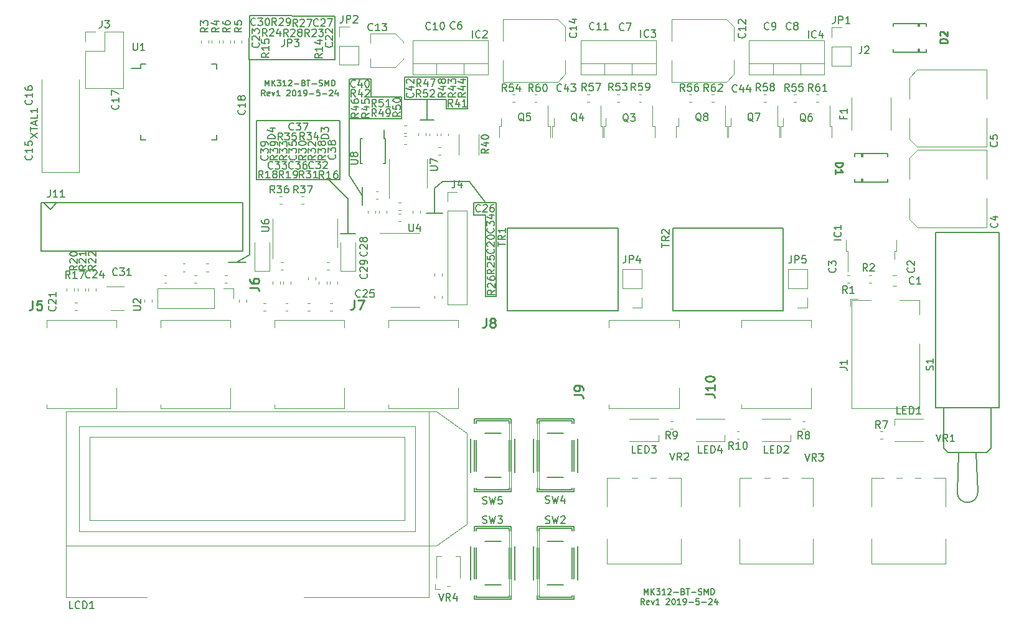
<source format=gto>
G04 #@! TF.GenerationSoftware,KiCad,Pcbnew,(5.1.2)-1*
G04 #@! TF.CreationDate,2019-05-27T01:00:54-05:00*
G04 #@! TF.ProjectId,mk312,6d6b3331-322e-46b6-9963-61645f706362,rev?*
G04 #@! TF.SameCoordinates,Original*
G04 #@! TF.FileFunction,Legend,Top*
G04 #@! TF.FilePolarity,Positive*
%FSLAX46Y46*%
G04 Gerber Fmt 4.6, Leading zero omitted, Abs format (unit mm)*
G04 Created by KiCad (PCBNEW (5.1.2)-1) date 2019-05-27 01:00:54*
%MOMM*%
%LPD*%
G04 APERTURE LIST*
%ADD10C,0.150000*%
%ADD11C,0.120000*%
%ADD12C,0.050000*%
%ADD13C,0.100000*%
%ADD14C,0.254000*%
G04 APERTURE END LIST*
D10*
X160307142Y-101786904D02*
X160307142Y-100986904D01*
X160573809Y-101558333D01*
X160840476Y-100986904D01*
X160840476Y-101786904D01*
X161221428Y-101786904D02*
X161221428Y-100986904D01*
X161678571Y-101786904D02*
X161335714Y-101329761D01*
X161678571Y-100986904D02*
X161221428Y-101444047D01*
X161945238Y-100986904D02*
X162440476Y-100986904D01*
X162173809Y-101291666D01*
X162288095Y-101291666D01*
X162364285Y-101329761D01*
X162402380Y-101367857D01*
X162440476Y-101444047D01*
X162440476Y-101634523D01*
X162402380Y-101710714D01*
X162364285Y-101748809D01*
X162288095Y-101786904D01*
X162059523Y-101786904D01*
X161983333Y-101748809D01*
X161945238Y-101710714D01*
X163202380Y-101786904D02*
X162745238Y-101786904D01*
X162973809Y-101786904D02*
X162973809Y-100986904D01*
X162897619Y-101101190D01*
X162821428Y-101177380D01*
X162745238Y-101215476D01*
X163507142Y-101063095D02*
X163545238Y-101025000D01*
X163621428Y-100986904D01*
X163811904Y-100986904D01*
X163888095Y-101025000D01*
X163926190Y-101063095D01*
X163964285Y-101139285D01*
X163964285Y-101215476D01*
X163926190Y-101329761D01*
X163469047Y-101786904D01*
X163964285Y-101786904D01*
X164307142Y-101482142D02*
X164916666Y-101482142D01*
X165564285Y-101367857D02*
X165678571Y-101405952D01*
X165716666Y-101444047D01*
X165754761Y-101520238D01*
X165754761Y-101634523D01*
X165716666Y-101710714D01*
X165678571Y-101748809D01*
X165602380Y-101786904D01*
X165297619Y-101786904D01*
X165297619Y-100986904D01*
X165564285Y-100986904D01*
X165640476Y-101025000D01*
X165678571Y-101063095D01*
X165716666Y-101139285D01*
X165716666Y-101215476D01*
X165678571Y-101291666D01*
X165640476Y-101329761D01*
X165564285Y-101367857D01*
X165297619Y-101367857D01*
X165983333Y-100986904D02*
X166440476Y-100986904D01*
X166211904Y-101786904D02*
X166211904Y-100986904D01*
X166707142Y-101482142D02*
X167316666Y-101482142D01*
X167659523Y-101748809D02*
X167773809Y-101786904D01*
X167964285Y-101786904D01*
X168040476Y-101748809D01*
X168078571Y-101710714D01*
X168116666Y-101634523D01*
X168116666Y-101558333D01*
X168078571Y-101482142D01*
X168040476Y-101444047D01*
X167964285Y-101405952D01*
X167811904Y-101367857D01*
X167735714Y-101329761D01*
X167697619Y-101291666D01*
X167659523Y-101215476D01*
X167659523Y-101139285D01*
X167697619Y-101063095D01*
X167735714Y-101025000D01*
X167811904Y-100986904D01*
X168002380Y-100986904D01*
X168116666Y-101025000D01*
X168459523Y-101786904D02*
X168459523Y-100986904D01*
X168726190Y-101558333D01*
X168992857Y-100986904D01*
X168992857Y-101786904D01*
X169373809Y-101786904D02*
X169373809Y-100986904D01*
X169564285Y-100986904D01*
X169678571Y-101025000D01*
X169754761Y-101101190D01*
X169792857Y-101177380D01*
X169830952Y-101329761D01*
X169830952Y-101444047D01*
X169792857Y-101596428D01*
X169754761Y-101672619D01*
X169678571Y-101748809D01*
X169564285Y-101786904D01*
X169373809Y-101786904D01*
X160307142Y-103136904D02*
X160040476Y-102755952D01*
X159850000Y-103136904D02*
X159850000Y-102336904D01*
X160154761Y-102336904D01*
X160230952Y-102375000D01*
X160269047Y-102413095D01*
X160307142Y-102489285D01*
X160307142Y-102603571D01*
X160269047Y-102679761D01*
X160230952Y-102717857D01*
X160154761Y-102755952D01*
X159850000Y-102755952D01*
X160954761Y-103098809D02*
X160878571Y-103136904D01*
X160726190Y-103136904D01*
X160650000Y-103098809D01*
X160611904Y-103022619D01*
X160611904Y-102717857D01*
X160650000Y-102641666D01*
X160726190Y-102603571D01*
X160878571Y-102603571D01*
X160954761Y-102641666D01*
X160992857Y-102717857D01*
X160992857Y-102794047D01*
X160611904Y-102870238D01*
X161259523Y-102603571D02*
X161450000Y-103136904D01*
X161640476Y-102603571D01*
X162364285Y-103136904D02*
X161907142Y-103136904D01*
X162135714Y-103136904D02*
X162135714Y-102336904D01*
X162059523Y-102451190D01*
X161983333Y-102527380D01*
X161907142Y-102565476D01*
X163278571Y-102413095D02*
X163316666Y-102375000D01*
X163392857Y-102336904D01*
X163583333Y-102336904D01*
X163659523Y-102375000D01*
X163697619Y-102413095D01*
X163735714Y-102489285D01*
X163735714Y-102565476D01*
X163697619Y-102679761D01*
X163240476Y-103136904D01*
X163735714Y-103136904D01*
X164230952Y-102336904D02*
X164307142Y-102336904D01*
X164383333Y-102375000D01*
X164421428Y-102413095D01*
X164459523Y-102489285D01*
X164497619Y-102641666D01*
X164497619Y-102832142D01*
X164459523Y-102984523D01*
X164421428Y-103060714D01*
X164383333Y-103098809D01*
X164307142Y-103136904D01*
X164230952Y-103136904D01*
X164154761Y-103098809D01*
X164116666Y-103060714D01*
X164078571Y-102984523D01*
X164040476Y-102832142D01*
X164040476Y-102641666D01*
X164078571Y-102489285D01*
X164116666Y-102413095D01*
X164154761Y-102375000D01*
X164230952Y-102336904D01*
X165259523Y-103136904D02*
X164802380Y-103136904D01*
X165030952Y-103136904D02*
X165030952Y-102336904D01*
X164954761Y-102451190D01*
X164878571Y-102527380D01*
X164802380Y-102565476D01*
X165640476Y-103136904D02*
X165792857Y-103136904D01*
X165869047Y-103098809D01*
X165907142Y-103060714D01*
X165983333Y-102946428D01*
X166021428Y-102794047D01*
X166021428Y-102489285D01*
X165983333Y-102413095D01*
X165945238Y-102375000D01*
X165869047Y-102336904D01*
X165716666Y-102336904D01*
X165640476Y-102375000D01*
X165602380Y-102413095D01*
X165564285Y-102489285D01*
X165564285Y-102679761D01*
X165602380Y-102755952D01*
X165640476Y-102794047D01*
X165716666Y-102832142D01*
X165869047Y-102832142D01*
X165945238Y-102794047D01*
X165983333Y-102755952D01*
X166021428Y-102679761D01*
X166364285Y-102832142D02*
X166973809Y-102832142D01*
X167735714Y-102336904D02*
X167354761Y-102336904D01*
X167316666Y-102717857D01*
X167354761Y-102679761D01*
X167430952Y-102641666D01*
X167621428Y-102641666D01*
X167697619Y-102679761D01*
X167735714Y-102717857D01*
X167773809Y-102794047D01*
X167773809Y-102984523D01*
X167735714Y-103060714D01*
X167697619Y-103098809D01*
X167621428Y-103136904D01*
X167430952Y-103136904D01*
X167354761Y-103098809D01*
X167316666Y-103060714D01*
X168116666Y-102832142D02*
X168726190Y-102832142D01*
X169069047Y-102413095D02*
X169107142Y-102375000D01*
X169183333Y-102336904D01*
X169373809Y-102336904D01*
X169450000Y-102375000D01*
X169488095Y-102413095D01*
X169526190Y-102489285D01*
X169526190Y-102565476D01*
X169488095Y-102679761D01*
X169030952Y-103136904D01*
X169526190Y-103136904D01*
X170211904Y-102603571D02*
X170211904Y-103136904D01*
X170021428Y-102298809D02*
X169830952Y-102870238D01*
X170326190Y-102870238D01*
X108707142Y-32511904D02*
X108707142Y-31711904D01*
X108973809Y-32283333D01*
X109240476Y-31711904D01*
X109240476Y-32511904D01*
X109621428Y-32511904D02*
X109621428Y-31711904D01*
X110078571Y-32511904D02*
X109735714Y-32054761D01*
X110078571Y-31711904D02*
X109621428Y-32169047D01*
X110345238Y-31711904D02*
X110840476Y-31711904D01*
X110573809Y-32016666D01*
X110688095Y-32016666D01*
X110764285Y-32054761D01*
X110802380Y-32092857D01*
X110840476Y-32169047D01*
X110840476Y-32359523D01*
X110802380Y-32435714D01*
X110764285Y-32473809D01*
X110688095Y-32511904D01*
X110459523Y-32511904D01*
X110383333Y-32473809D01*
X110345238Y-32435714D01*
X111602380Y-32511904D02*
X111145238Y-32511904D01*
X111373809Y-32511904D02*
X111373809Y-31711904D01*
X111297619Y-31826190D01*
X111221428Y-31902380D01*
X111145238Y-31940476D01*
X111907142Y-31788095D02*
X111945238Y-31750000D01*
X112021428Y-31711904D01*
X112211904Y-31711904D01*
X112288095Y-31750000D01*
X112326190Y-31788095D01*
X112364285Y-31864285D01*
X112364285Y-31940476D01*
X112326190Y-32054761D01*
X111869047Y-32511904D01*
X112364285Y-32511904D01*
X112707142Y-32207142D02*
X113316666Y-32207142D01*
X113964285Y-32092857D02*
X114078571Y-32130952D01*
X114116666Y-32169047D01*
X114154761Y-32245238D01*
X114154761Y-32359523D01*
X114116666Y-32435714D01*
X114078571Y-32473809D01*
X114002380Y-32511904D01*
X113697619Y-32511904D01*
X113697619Y-31711904D01*
X113964285Y-31711904D01*
X114040476Y-31750000D01*
X114078571Y-31788095D01*
X114116666Y-31864285D01*
X114116666Y-31940476D01*
X114078571Y-32016666D01*
X114040476Y-32054761D01*
X113964285Y-32092857D01*
X113697619Y-32092857D01*
X114383333Y-31711904D02*
X114840476Y-31711904D01*
X114611904Y-32511904D02*
X114611904Y-31711904D01*
X115107142Y-32207142D02*
X115716666Y-32207142D01*
X116059523Y-32473809D02*
X116173809Y-32511904D01*
X116364285Y-32511904D01*
X116440476Y-32473809D01*
X116478571Y-32435714D01*
X116516666Y-32359523D01*
X116516666Y-32283333D01*
X116478571Y-32207142D01*
X116440476Y-32169047D01*
X116364285Y-32130952D01*
X116211904Y-32092857D01*
X116135714Y-32054761D01*
X116097619Y-32016666D01*
X116059523Y-31940476D01*
X116059523Y-31864285D01*
X116097619Y-31788095D01*
X116135714Y-31750000D01*
X116211904Y-31711904D01*
X116402380Y-31711904D01*
X116516666Y-31750000D01*
X116859523Y-32511904D02*
X116859523Y-31711904D01*
X117126190Y-32283333D01*
X117392857Y-31711904D01*
X117392857Y-32511904D01*
X117773809Y-32511904D02*
X117773809Y-31711904D01*
X117964285Y-31711904D01*
X118078571Y-31750000D01*
X118154761Y-31826190D01*
X118192857Y-31902380D01*
X118230952Y-32054761D01*
X118230952Y-32169047D01*
X118192857Y-32321428D01*
X118154761Y-32397619D01*
X118078571Y-32473809D01*
X117964285Y-32511904D01*
X117773809Y-32511904D01*
X108707142Y-33861904D02*
X108440476Y-33480952D01*
X108250000Y-33861904D02*
X108250000Y-33061904D01*
X108554761Y-33061904D01*
X108630952Y-33100000D01*
X108669047Y-33138095D01*
X108707142Y-33214285D01*
X108707142Y-33328571D01*
X108669047Y-33404761D01*
X108630952Y-33442857D01*
X108554761Y-33480952D01*
X108250000Y-33480952D01*
X109354761Y-33823809D02*
X109278571Y-33861904D01*
X109126190Y-33861904D01*
X109050000Y-33823809D01*
X109011904Y-33747619D01*
X109011904Y-33442857D01*
X109050000Y-33366666D01*
X109126190Y-33328571D01*
X109278571Y-33328571D01*
X109354761Y-33366666D01*
X109392857Y-33442857D01*
X109392857Y-33519047D01*
X109011904Y-33595238D01*
X109659523Y-33328571D02*
X109850000Y-33861904D01*
X110040476Y-33328571D01*
X110764285Y-33861904D02*
X110307142Y-33861904D01*
X110535714Y-33861904D02*
X110535714Y-33061904D01*
X110459523Y-33176190D01*
X110383333Y-33252380D01*
X110307142Y-33290476D01*
X111678571Y-33138095D02*
X111716666Y-33100000D01*
X111792857Y-33061904D01*
X111983333Y-33061904D01*
X112059523Y-33100000D01*
X112097619Y-33138095D01*
X112135714Y-33214285D01*
X112135714Y-33290476D01*
X112097619Y-33404761D01*
X111640476Y-33861904D01*
X112135714Y-33861904D01*
X112630952Y-33061904D02*
X112707142Y-33061904D01*
X112783333Y-33100000D01*
X112821428Y-33138095D01*
X112859523Y-33214285D01*
X112897619Y-33366666D01*
X112897619Y-33557142D01*
X112859523Y-33709523D01*
X112821428Y-33785714D01*
X112783333Y-33823809D01*
X112707142Y-33861904D01*
X112630952Y-33861904D01*
X112554761Y-33823809D01*
X112516666Y-33785714D01*
X112478571Y-33709523D01*
X112440476Y-33557142D01*
X112440476Y-33366666D01*
X112478571Y-33214285D01*
X112516666Y-33138095D01*
X112554761Y-33100000D01*
X112630952Y-33061904D01*
X113659523Y-33861904D02*
X113202380Y-33861904D01*
X113430952Y-33861904D02*
X113430952Y-33061904D01*
X113354761Y-33176190D01*
X113278571Y-33252380D01*
X113202380Y-33290476D01*
X114040476Y-33861904D02*
X114192857Y-33861904D01*
X114269047Y-33823809D01*
X114307142Y-33785714D01*
X114383333Y-33671428D01*
X114421428Y-33519047D01*
X114421428Y-33214285D01*
X114383333Y-33138095D01*
X114345238Y-33100000D01*
X114269047Y-33061904D01*
X114116666Y-33061904D01*
X114040476Y-33100000D01*
X114002380Y-33138095D01*
X113964285Y-33214285D01*
X113964285Y-33404761D01*
X114002380Y-33480952D01*
X114040476Y-33519047D01*
X114116666Y-33557142D01*
X114269047Y-33557142D01*
X114345238Y-33519047D01*
X114383333Y-33480952D01*
X114421428Y-33404761D01*
X114764285Y-33557142D02*
X115373809Y-33557142D01*
X116135714Y-33061904D02*
X115754761Y-33061904D01*
X115716666Y-33442857D01*
X115754761Y-33404761D01*
X115830952Y-33366666D01*
X116021428Y-33366666D01*
X116097619Y-33404761D01*
X116135714Y-33442857D01*
X116173809Y-33519047D01*
X116173809Y-33709523D01*
X116135714Y-33785714D01*
X116097619Y-33823809D01*
X116021428Y-33861904D01*
X115830952Y-33861904D01*
X115754761Y-33823809D01*
X115716666Y-33785714D01*
X116516666Y-33557142D02*
X117126190Y-33557142D01*
X117469047Y-33138095D02*
X117507142Y-33100000D01*
X117583333Y-33061904D01*
X117773809Y-33061904D01*
X117850000Y-33100000D01*
X117888095Y-33138095D01*
X117926190Y-33214285D01*
X117926190Y-33290476D01*
X117888095Y-33404761D01*
X117430952Y-33861904D01*
X117926190Y-33861904D01*
X118611904Y-33328571D02*
X118611904Y-33861904D01*
X118421428Y-33023809D02*
X118230952Y-33595238D01*
X118726190Y-33595238D01*
X130725000Y-37100000D02*
X131675000Y-37100000D01*
X129775000Y-37100000D02*
X130725000Y-37100000D01*
X130725000Y-37100000D02*
X129775000Y-37100000D01*
X130750000Y-34325000D02*
X130725000Y-37100000D01*
X120200000Y-44675000D02*
X120200000Y-37000000D01*
X121975000Y-47450000D02*
X120200000Y-44675000D01*
X103725000Y-56525000D02*
X106075000Y-56525000D01*
X106600000Y-55525000D02*
X104850000Y-56525000D01*
X106625000Y-28900000D02*
X106600000Y-55525000D01*
X118250000Y-22975000D02*
X106575000Y-22950000D01*
X118250000Y-28925000D02*
X118250000Y-22975000D01*
X106550000Y-28925000D02*
X118250000Y-28925000D01*
X106575000Y-22975000D02*
X106550000Y-28925000D01*
X120000000Y-52625000D02*
X121025000Y-52625000D01*
X120000000Y-52625000D02*
X118975000Y-52625000D01*
X120000000Y-47925000D02*
X120000000Y-52625000D01*
X117400000Y-45250000D02*
X120000000Y-47925000D01*
X118875000Y-37250000D02*
X118875000Y-45275000D01*
X107575000Y-37250000D02*
X118875000Y-37250000D01*
X107575000Y-45300000D02*
X107575000Y-37250000D01*
X118875000Y-45275000D02*
X107575000Y-45300000D01*
X136525000Y-45500000D02*
X138675000Y-48400000D01*
X135900000Y-45500000D02*
X136525000Y-45500000D01*
X132900000Y-45500000D02*
X135900000Y-45500000D01*
X131775000Y-46425000D02*
X132900000Y-45500000D01*
X131775000Y-49825000D02*
X131775000Y-46425000D01*
X130625000Y-49850000D02*
X132850000Y-49850000D01*
X137100000Y-50050000D02*
X137100000Y-48425000D01*
X138675000Y-50050000D02*
X137100000Y-50050000D01*
X138675000Y-61150000D02*
X138675000Y-50050000D01*
X140175000Y-61150000D02*
X138675000Y-61150000D01*
X140125000Y-48425000D02*
X140175000Y-61150000D01*
X137100000Y-48425000D02*
X140125000Y-48425000D01*
X121975000Y-48750000D02*
X121975000Y-46275000D01*
X127675000Y-34350000D02*
X127675000Y-31300000D01*
X133400000Y-34350000D02*
X127675000Y-34350000D01*
X133400000Y-35600000D02*
X133400000Y-34350000D01*
X136225000Y-35600000D02*
X133400000Y-35600000D01*
X136225000Y-31300000D02*
X136225000Y-35600000D01*
X127675000Y-31300000D02*
X136225000Y-31300000D01*
X120200000Y-37000000D02*
X120200000Y-31525000D01*
X127300000Y-37000000D02*
X120200000Y-37000000D01*
X127300000Y-33975000D02*
X127300000Y-37000000D01*
X123150000Y-33975000D02*
X127300000Y-33975000D01*
X123150000Y-31525000D02*
X123150000Y-33975000D01*
X120225000Y-31525000D02*
X123150000Y-31525000D01*
D11*
X171200000Y-80100000D02*
X171200000Y-80900000D01*
X171200000Y-80900000D02*
X167300000Y-80900000D01*
X171200000Y-77900000D02*
X167300000Y-77900000D01*
X162200000Y-80100000D02*
X162200000Y-80900000D01*
X162200000Y-80900000D02*
X158300000Y-80900000D01*
X162200000Y-77900000D02*
X158300000Y-77900000D01*
X180200000Y-80100000D02*
X180200000Y-80900000D01*
X180200000Y-80900000D02*
X176300000Y-80900000D01*
X180200000Y-77900000D02*
X176300000Y-77900000D01*
X194300000Y-78700000D02*
X194300000Y-77900000D01*
X194300000Y-77900000D02*
X198200000Y-77900000D01*
X194300000Y-80900000D02*
X198200000Y-80900000D01*
D10*
X156705700Y-51873900D02*
X156705700Y-63126100D01*
X156705700Y-51873900D02*
X141694300Y-51873900D01*
X141694300Y-51873900D02*
X141694300Y-63126100D01*
X156705700Y-63126100D02*
X141694300Y-63126100D01*
D11*
X201271000Y-85880000D02*
X201271000Y-89817000D01*
X201271000Y-94184000D02*
X201271000Y-97620000D01*
X191230000Y-85880000D02*
X191230000Y-89817000D01*
X191230000Y-94184000D02*
X191230000Y-97620000D01*
X201271000Y-85880000D02*
X199621000Y-85880000D01*
X197879000Y-85880000D02*
X197120000Y-85880000D01*
X195379000Y-85880000D02*
X194620000Y-85880000D01*
X192880000Y-85880000D02*
X191230000Y-85880000D01*
X201271000Y-97620000D02*
X191230000Y-97620000D01*
X183271000Y-97620000D02*
X173230000Y-97620000D01*
X174880000Y-85880000D02*
X173230000Y-85880000D01*
X177379000Y-85880000D02*
X176620000Y-85880000D01*
X179879000Y-85880000D02*
X179120000Y-85880000D01*
X183271000Y-85880000D02*
X181621000Y-85880000D01*
X173230000Y-94184000D02*
X173230000Y-97620000D01*
X173230000Y-85880000D02*
X173230000Y-89817000D01*
X183271000Y-94184000D02*
X183271000Y-97620000D01*
X183271000Y-85880000D02*
X183271000Y-89817000D01*
X165271000Y-97620000D02*
X155230000Y-97620000D01*
X156880000Y-85880000D02*
X155230000Y-85880000D01*
X159379000Y-85880000D02*
X158620000Y-85880000D01*
X161879000Y-85880000D02*
X161120000Y-85880000D01*
X165271000Y-85880000D02*
X163621000Y-85880000D01*
X155230000Y-94184000D02*
X155230000Y-97620000D01*
X155230000Y-85880000D02*
X155230000Y-89817000D01*
X165271000Y-94184000D02*
X165271000Y-97620000D01*
X165271000Y-85880000D02*
X165271000Y-89817000D01*
X136150000Y-79850000D02*
X136150000Y-92150000D01*
X136150000Y-79850000D02*
X136150000Y-92150000D01*
X114000000Y-102150000D02*
X131000000Y-102150000D01*
X84870000Y-91660000D02*
X127730000Y-91660000D01*
X127730000Y-80340000D02*
X127730000Y-91660000D01*
X84870000Y-80340000D02*
X84870000Y-91660000D01*
X84870000Y-80340000D02*
X127730000Y-80340000D01*
X83450000Y-93150000D02*
X129150000Y-93150000D01*
X129150000Y-78850000D02*
X129150000Y-93150000D01*
X83450000Y-78850000D02*
X83450000Y-93150000D01*
X83450000Y-78850000D02*
X129150000Y-78850000D01*
X132000000Y-95150000D02*
X136150000Y-92150000D01*
X136150000Y-79850000D02*
X132000000Y-76850000D01*
X131000000Y-95150000D02*
X81600000Y-95150000D01*
X131000000Y-95150000D02*
X132000000Y-95150000D01*
X131000000Y-76850000D02*
X132000000Y-76850000D01*
X136150000Y-79850000D02*
X136150000Y-92150000D01*
X81600000Y-76850000D02*
X81600000Y-102150000D01*
X81600000Y-102150000D02*
X92600000Y-102150000D01*
X131000000Y-76850000D02*
X131000000Y-102150000D01*
X81600000Y-76850000D02*
X131000000Y-76850000D01*
D10*
X136700000Y-80550000D02*
X136700000Y-85150000D01*
X140800000Y-79850000D02*
X138600000Y-79850000D01*
X142700000Y-80550000D02*
X142700000Y-85150000D01*
X140800000Y-85850000D02*
X138600000Y-85850000D01*
X137200000Y-78450000D02*
X137200000Y-77900000D01*
X137450000Y-78450000D02*
X137450000Y-78150000D01*
D12*
X141950000Y-78150000D02*
X141950000Y-87550000D01*
D10*
X141950000Y-80750000D02*
X141950000Y-84950000D01*
X142200000Y-80750000D02*
X142200000Y-84950000D01*
X142200000Y-87250000D02*
X142200000Y-87800000D01*
X141950000Y-87250000D02*
X141950000Y-87550000D01*
X137200000Y-84950000D02*
X137200000Y-80750000D01*
X137450000Y-84950000D02*
X137450000Y-80750000D01*
D12*
X142200000Y-77900000D02*
X142200000Y-87800000D01*
D10*
X137450000Y-78150000D02*
X141950000Y-78150000D01*
X137450000Y-87550000D02*
X137450000Y-87250000D01*
X141950000Y-87550000D02*
X137450000Y-87550000D01*
X141950000Y-78150000D02*
X141950000Y-78450000D01*
X142200000Y-77900000D02*
X142200000Y-78450000D01*
X137200000Y-77900000D02*
X142200000Y-77900000D01*
X137200000Y-87800000D02*
X137200000Y-87250000D01*
X142200000Y-87800000D02*
X137200000Y-87800000D01*
X151200000Y-85150000D02*
X151200000Y-80550000D01*
X147100000Y-85850000D02*
X149300000Y-85850000D01*
X145200000Y-85150000D02*
X145200000Y-80550000D01*
X147100000Y-79850000D02*
X149300000Y-79850000D01*
X150700000Y-87250000D02*
X150700000Y-87800000D01*
X150450000Y-87250000D02*
X150450000Y-87550000D01*
D12*
X145950000Y-87550000D02*
X145950000Y-78150000D01*
D10*
X145950000Y-84950000D02*
X145950000Y-80750000D01*
X145700000Y-84950000D02*
X145700000Y-80750000D01*
X145700000Y-78450000D02*
X145700000Y-77900000D01*
X145950000Y-78450000D02*
X145950000Y-78150000D01*
X150700000Y-80750000D02*
X150700000Y-84950000D01*
X150450000Y-80750000D02*
X150450000Y-84950000D01*
D12*
X145700000Y-87800000D02*
X145700000Y-77900000D01*
D10*
X150450000Y-87550000D02*
X145950000Y-87550000D01*
X150450000Y-78150000D02*
X150450000Y-78450000D01*
X145950000Y-78150000D02*
X150450000Y-78150000D01*
X145950000Y-87550000D02*
X145950000Y-87250000D01*
X145700000Y-87800000D02*
X145700000Y-87250000D01*
X150700000Y-87800000D02*
X145700000Y-87800000D01*
X150700000Y-77900000D02*
X150700000Y-78450000D01*
X145700000Y-77900000D02*
X150700000Y-77900000D01*
X136700000Y-95200000D02*
X136700000Y-99800000D01*
X140800000Y-94500000D02*
X138600000Y-94500000D01*
X142700000Y-95200000D02*
X142700000Y-99800000D01*
X140800000Y-100500000D02*
X138600000Y-100500000D01*
X137200000Y-93100000D02*
X137200000Y-92550000D01*
X137450000Y-93100000D02*
X137450000Y-92800000D01*
D12*
X141950000Y-92800000D02*
X141950000Y-102200000D01*
D10*
X141950000Y-95400000D02*
X141950000Y-99600000D01*
X142200000Y-95400000D02*
X142200000Y-99600000D01*
X142200000Y-101900000D02*
X142200000Y-102450000D01*
X141950000Y-101900000D02*
X141950000Y-102200000D01*
X137200000Y-99600000D02*
X137200000Y-95400000D01*
X137450000Y-99600000D02*
X137450000Y-95400000D01*
D12*
X142200000Y-92550000D02*
X142200000Y-102450000D01*
D10*
X137450000Y-92800000D02*
X141950000Y-92800000D01*
X137450000Y-102200000D02*
X137450000Y-101900000D01*
X141950000Y-102200000D02*
X137450000Y-102200000D01*
X141950000Y-92800000D02*
X141950000Y-93100000D01*
X142200000Y-92550000D02*
X142200000Y-93100000D01*
X137200000Y-92550000D02*
X142200000Y-92550000D01*
X137200000Y-102450000D02*
X137200000Y-101900000D01*
X142200000Y-102450000D02*
X137200000Y-102450000D01*
X151200000Y-99800000D02*
X151200000Y-95200000D01*
X147100000Y-100500000D02*
X149300000Y-100500000D01*
X145200000Y-99800000D02*
X145200000Y-95200000D01*
X147100000Y-94500000D02*
X149300000Y-94500000D01*
X150700000Y-101900000D02*
X150700000Y-102450000D01*
X150450000Y-101900000D02*
X150450000Y-102200000D01*
D12*
X145950000Y-102200000D02*
X145950000Y-92800000D01*
D10*
X145950000Y-99600000D02*
X145950000Y-95400000D01*
X145700000Y-99600000D02*
X145700000Y-95400000D01*
X145700000Y-93100000D02*
X145700000Y-92550000D01*
X145950000Y-93100000D02*
X145950000Y-92800000D01*
X150700000Y-95400000D02*
X150700000Y-99600000D01*
X150450000Y-95400000D02*
X150450000Y-99600000D01*
D12*
X145700000Y-102450000D02*
X145700000Y-92550000D01*
D10*
X150450000Y-102200000D02*
X145950000Y-102200000D01*
X150450000Y-92800000D02*
X150450000Y-93100000D01*
X145950000Y-92800000D02*
X150450000Y-92800000D01*
X145950000Y-102200000D02*
X145950000Y-101900000D01*
X145700000Y-102450000D02*
X145700000Y-101900000D01*
X150700000Y-102450000D02*
X145700000Y-102450000D01*
X150700000Y-92550000D02*
X150700000Y-93100000D01*
X145700000Y-92550000D02*
X150700000Y-92550000D01*
D11*
X89550000Y-59810000D02*
X87100000Y-59810000D01*
X87750000Y-63030000D02*
X89550000Y-63030000D01*
X188500000Y-61696000D02*
X191100000Y-61696000D01*
X188500000Y-76396000D02*
X188500000Y-61696000D01*
X197700000Y-61696000D02*
X197700000Y-63596000D01*
X195000000Y-61696000D02*
X197700000Y-61696000D01*
X197700000Y-76396000D02*
X188500000Y-76396000D01*
X197700000Y-67596000D02*
X197700000Y-76396000D01*
X188300000Y-62546000D02*
X188300000Y-61496000D01*
X189350000Y-61496000D02*
X188300000Y-61496000D01*
X127745000Y-52530000D02*
X124295000Y-52530000D01*
X127745000Y-52530000D02*
X129695000Y-52530000D01*
X127745000Y-62650000D02*
X125795000Y-62650000D01*
X127745000Y-62650000D02*
X129695000Y-62650000D01*
X164910000Y-37980000D02*
X164910000Y-36880000D01*
X164640000Y-37980000D02*
X164910000Y-37980000D01*
X164640000Y-39480000D02*
X164640000Y-37980000D01*
X171270000Y-37980000D02*
X171270000Y-35150000D01*
X171540000Y-37980000D02*
X171270000Y-37980000D01*
X171540000Y-39480000D02*
X171540000Y-37980000D01*
X172020000Y-37980000D02*
X172020000Y-36880000D01*
X171750000Y-37980000D02*
X172020000Y-37980000D01*
X171750000Y-39480000D02*
X171750000Y-37980000D01*
X178380000Y-37980000D02*
X178380000Y-35150000D01*
X178650000Y-37980000D02*
X178380000Y-37980000D01*
X178650000Y-39480000D02*
X178650000Y-37980000D01*
X179134000Y-37980000D02*
X179134000Y-36880000D01*
X178864000Y-37980000D02*
X179134000Y-37980000D01*
X178864000Y-39480000D02*
X178864000Y-37980000D01*
X185494000Y-37980000D02*
X185494000Y-35150000D01*
X185764000Y-37980000D02*
X185494000Y-37980000D01*
X185764000Y-39480000D02*
X185764000Y-37980000D01*
X140844000Y-37980000D02*
X140844000Y-36880000D01*
X140574000Y-37980000D02*
X140844000Y-37980000D01*
X140574000Y-39480000D02*
X140574000Y-37980000D01*
X147204000Y-37980000D02*
X147204000Y-35150000D01*
X147474000Y-37980000D02*
X147204000Y-37980000D01*
X147474000Y-39480000D02*
X147474000Y-37980000D01*
X148020000Y-37980000D02*
X148020000Y-36880000D01*
X147750000Y-37980000D02*
X148020000Y-37980000D01*
X147750000Y-39480000D02*
X147750000Y-37980000D01*
X154380000Y-37980000D02*
X154380000Y-35150000D01*
X154650000Y-37980000D02*
X154380000Y-37980000D01*
X154650000Y-39480000D02*
X154650000Y-37980000D01*
X155068000Y-37980000D02*
X155068000Y-36880000D01*
X154798000Y-37980000D02*
X155068000Y-37980000D01*
X154798000Y-39480000D02*
X154798000Y-37980000D01*
X161428000Y-37980000D02*
X161428000Y-35150000D01*
X161698000Y-37980000D02*
X161428000Y-37980000D01*
X161698000Y-39480000D02*
X161698000Y-37980000D01*
X177825200Y-30941000D02*
X177825200Y-29431000D01*
X181526200Y-30941000D02*
X181526200Y-29431000D01*
X184796200Y-29431000D02*
X174556200Y-29431000D01*
X174556200Y-30941000D02*
X174556200Y-26300000D01*
X184796200Y-30941000D02*
X184796200Y-26300000D01*
X184796200Y-26300000D02*
X174556200Y-26300000D01*
X184796200Y-30941000D02*
X174556200Y-30941000D01*
X154889000Y-30941000D02*
X154889000Y-29431000D01*
X158590000Y-30941000D02*
X158590000Y-29431000D01*
X161860000Y-29431000D02*
X151620000Y-29431000D01*
X151620000Y-30941000D02*
X151620000Y-26300000D01*
X161860000Y-30941000D02*
X161860000Y-26300000D01*
X161860000Y-26300000D02*
X151620000Y-26300000D01*
X161860000Y-30941000D02*
X151620000Y-30941000D01*
X132029000Y-30941000D02*
X132029000Y-29431000D01*
X135730000Y-30941000D02*
X135730000Y-29431000D01*
X139000000Y-29431000D02*
X128760000Y-29431000D01*
X128760000Y-30941000D02*
X128760000Y-26300000D01*
X139000000Y-30941000D02*
X139000000Y-26300000D01*
X139000000Y-26300000D02*
X128760000Y-26300000D01*
X139000000Y-30941000D02*
X128760000Y-30941000D01*
X194311600Y-54982200D02*
X194311600Y-56082200D01*
X194581600Y-54982200D02*
X194311600Y-54982200D01*
X194581600Y-53482200D02*
X194581600Y-54982200D01*
X187951600Y-54982200D02*
X187951600Y-57812200D01*
X187681600Y-54982200D02*
X187951600Y-54982200D01*
X187681600Y-53482200D02*
X187681600Y-54982200D01*
D10*
X207450000Y-81834000D02*
X206850000Y-82434000D01*
X201650000Y-82434000D02*
X201050000Y-81834000D01*
X205650000Y-87834000D02*
G75*
G02X202850000Y-87834000I-1400000J0D01*
G01*
X205450000Y-82434000D02*
X205650000Y-87834000D01*
X203050000Y-82434000D02*
X202850000Y-87834000D01*
X207450000Y-81834000D02*
X207450000Y-76334000D01*
X201650000Y-82434000D02*
X206850000Y-82434000D01*
X201050000Y-76334000D02*
X201050000Y-81834000D01*
X208550000Y-76334000D02*
X199950000Y-76334000D01*
X208550000Y-52434000D02*
X208550000Y-76334000D01*
X199950000Y-52434000D02*
X208550000Y-52434000D01*
X199950000Y-76334000D02*
X199950000Y-52434000D01*
D11*
X193801600Y-38533752D02*
X193801600Y-34126248D01*
X188461600Y-38533752D02*
X188461600Y-34126248D01*
D10*
X78290000Y-48400000D02*
X78290000Y-55000000D01*
X78290000Y-55000000D02*
X105690000Y-55000000D01*
X105690000Y-55000000D02*
X105690000Y-48400000D01*
X105690000Y-48400000D02*
X78290000Y-48400000D01*
X78590000Y-48400000D02*
X79490000Y-49300000D01*
X79490000Y-49300000D02*
X80390000Y-48400000D01*
D11*
X131850000Y-101100000D02*
X132550000Y-101100000D01*
X131850000Y-100400000D02*
X131850000Y-101100000D01*
X135250000Y-96600000D02*
X134650000Y-96600000D01*
X135250000Y-99500000D02*
X135250000Y-96600000D01*
X132050000Y-96600000D02*
X132650000Y-96600000D01*
X132050000Y-99500000D02*
X132050000Y-96600000D01*
X133450000Y-100600000D02*
X133850000Y-100600000D01*
X194098822Y-59750000D02*
X194615978Y-59750000D01*
X194098822Y-58330000D02*
X194615978Y-58330000D01*
X196336400Y-39741963D02*
X197400837Y-40806400D01*
X196336400Y-31350837D02*
X197400837Y-30286400D01*
X196336400Y-31350837D02*
X196336400Y-34236400D01*
X196336400Y-39741963D02*
X196336400Y-36856400D01*
X197400837Y-40806400D02*
X206856400Y-40806400D01*
X197400837Y-30286400D02*
X206856400Y-30286400D01*
X206856400Y-30286400D02*
X206856400Y-34236400D01*
X206856400Y-40806400D02*
X206856400Y-36856400D01*
X196361800Y-50689363D02*
X197426237Y-51753800D01*
X196361800Y-42298237D02*
X197426237Y-41233800D01*
X196361800Y-42298237D02*
X196361800Y-45183800D01*
X196361800Y-50689363D02*
X196361800Y-47803800D01*
X197426237Y-51753800D02*
X206881800Y-51753800D01*
X197426237Y-41233800D02*
X206881800Y-41233800D01*
X206881800Y-41233800D02*
X206881800Y-45183800D01*
X206881800Y-51753800D02*
X206881800Y-47803800D01*
X127529400Y-26475437D02*
X126464963Y-25411000D01*
X127529400Y-28866563D02*
X126464963Y-29931000D01*
X127529400Y-28866563D02*
X127529400Y-28731000D01*
X127529400Y-26475437D02*
X127529400Y-26611000D01*
X126464963Y-25411000D02*
X123009400Y-25411000D01*
X126464963Y-29931000D02*
X123009400Y-29931000D01*
X123009400Y-29931000D02*
X123009400Y-28731000D01*
X123009400Y-25411000D02*
X123009400Y-26611000D01*
X149570000Y-24475437D02*
X148505563Y-23411000D01*
X149570000Y-30866563D02*
X148505563Y-31931000D01*
X149570000Y-30866563D02*
X149570000Y-28981000D01*
X149570000Y-24475437D02*
X149570000Y-26361000D01*
X148505563Y-23411000D02*
X141050000Y-23411000D01*
X148505563Y-31931000D02*
X141050000Y-31931000D01*
X141050000Y-31931000D02*
X141050000Y-28981000D01*
X141050000Y-23411000D02*
X141050000Y-26361000D01*
X172506200Y-24475437D02*
X171441763Y-23411000D01*
X172506200Y-30866563D02*
X171441763Y-31931000D01*
X172506200Y-30866563D02*
X172506200Y-28981000D01*
X172506200Y-24475437D02*
X172506200Y-26361000D01*
X171441763Y-23411000D02*
X163986200Y-23411000D01*
X171441763Y-31931000D02*
X163986200Y-31931000D01*
X163986200Y-31931000D02*
X163986200Y-28981000D01*
X163986200Y-23411000D02*
X163986200Y-26361000D01*
X159970000Y-62680000D02*
X158640000Y-62680000D01*
X159970000Y-61350000D02*
X159970000Y-62680000D01*
X159970000Y-60080000D02*
X157310000Y-60080000D01*
X157310000Y-60080000D02*
X157310000Y-57480000D01*
X159970000Y-60080000D02*
X159970000Y-57480000D01*
X159970000Y-57480000D02*
X157310000Y-57480000D01*
X182470000Y-62680000D02*
X181140000Y-62680000D01*
X182470000Y-61350000D02*
X182470000Y-62680000D01*
X182470000Y-60080000D02*
X179810000Y-60080000D01*
X179810000Y-60080000D02*
X179810000Y-57480000D01*
X182470000Y-60080000D02*
X182470000Y-57480000D01*
X182470000Y-57480000D02*
X179810000Y-57480000D01*
X185770000Y-24550000D02*
X187100000Y-24550000D01*
X185770000Y-25880000D02*
X185770000Y-24550000D01*
X185770000Y-27150000D02*
X188430000Y-27150000D01*
X188430000Y-27150000D02*
X188430000Y-29750000D01*
X185770000Y-27150000D02*
X185770000Y-29750000D01*
X185770000Y-29750000D02*
X188430000Y-29750000D01*
X118808600Y-24436000D02*
X120138600Y-24436000D01*
X118808600Y-25766000D02*
X118808600Y-24436000D01*
X118808600Y-27036000D02*
X121468600Y-27036000D01*
X121468600Y-27036000D02*
X121468600Y-29636000D01*
X118808600Y-27036000D02*
X118808600Y-29636000D01*
X118808600Y-29636000D02*
X121468600Y-29636000D01*
X104390000Y-60090000D02*
X104390000Y-61420000D01*
X103060000Y-60090000D02*
X104390000Y-60090000D01*
X101790000Y-60090000D02*
X101790000Y-62750000D01*
X101790000Y-62750000D02*
X94110000Y-62750000D01*
X101790000Y-60090000D02*
X94110000Y-60090000D01*
X94110000Y-60090000D02*
X94110000Y-62750000D01*
X133510000Y-46940000D02*
X134840000Y-46940000D01*
X133510000Y-48270000D02*
X133510000Y-46940000D01*
X133510000Y-49540000D02*
X136170000Y-49540000D01*
X136170000Y-49540000D02*
X136170000Y-62300000D01*
X133510000Y-49540000D02*
X133510000Y-62300000D01*
X133510000Y-62300000D02*
X136170000Y-62300000D01*
X84260000Y-25120000D02*
X85590000Y-25120000D01*
X84260000Y-26450000D02*
X84260000Y-25120000D01*
X86860000Y-25120000D02*
X89460000Y-25120000D01*
X86860000Y-27720000D02*
X86860000Y-25120000D01*
X84260000Y-27720000D02*
X86860000Y-27720000D01*
X89460000Y-25120000D02*
X89460000Y-32860000D01*
X84260000Y-27720000D02*
X84260000Y-32860000D01*
X84260000Y-32860000D02*
X89460000Y-32860000D01*
X83420000Y-44230000D02*
X83420000Y-31630000D01*
X78320000Y-44230000D02*
X83420000Y-44230000D01*
X78320000Y-31630000D02*
X78320000Y-44230000D01*
X107290000Y-57690000D02*
X107290000Y-53790000D01*
X109290000Y-57690000D02*
X109290000Y-53790000D01*
X107290000Y-57690000D02*
X109290000Y-57690000D01*
X119000000Y-57690000D02*
X119000000Y-53790000D01*
X121000000Y-57690000D02*
X121000000Y-53790000D01*
X119000000Y-57690000D02*
X121000000Y-57690000D01*
D10*
X91765000Y-30100000D02*
X90490000Y-30100000D01*
X102115000Y-29525000D02*
X101440000Y-29525000D01*
X102115000Y-39875000D02*
X101440000Y-39875000D01*
X91765000Y-39875000D02*
X92440000Y-39875000D01*
X91765000Y-29525000D02*
X92440000Y-29525000D01*
X91765000Y-39875000D02*
X91765000Y-39200000D01*
X102115000Y-39875000D02*
X102115000Y-39200000D01*
X102115000Y-29525000D02*
X102115000Y-30200000D01*
X91765000Y-29525000D02*
X91765000Y-30100000D01*
X124864400Y-39712000D02*
X124864400Y-38462000D01*
X121689400Y-39712000D02*
X121689400Y-43062000D01*
X125039400Y-39712000D02*
X125039400Y-43062000D01*
X121689400Y-39712000D02*
X121939400Y-39712000D01*
X121689400Y-43062000D02*
X121939400Y-43062000D01*
X125039400Y-43062000D02*
X124789400Y-43062000D01*
X125039400Y-39712000D02*
X124864400Y-39712000D01*
D11*
X109710000Y-52565000D02*
X109710000Y-56015000D01*
X109710000Y-52565000D02*
X109710000Y-50615000D01*
X118580000Y-52565000D02*
X118580000Y-54515000D01*
X118580000Y-52565000D02*
X118580000Y-50615000D01*
X125605000Y-44384200D02*
X125605000Y-47834200D01*
X125605000Y-44384200D02*
X125605000Y-42434200D01*
X130725000Y-44384200D02*
X130725000Y-46334200D01*
X130725000Y-44384200D02*
X130725000Y-42434200D01*
X182132779Y-78190000D02*
X181807221Y-78190000D01*
X182132779Y-79210000D02*
X181807221Y-79210000D01*
X131109400Y-38963621D02*
X131109400Y-39289179D01*
X132129400Y-38963621D02*
X132129400Y-39289179D01*
X132244021Y-41897000D02*
X132569579Y-41897000D01*
X132244021Y-40877000D02*
X132569579Y-40877000D01*
X110730000Y-59492779D02*
X110730000Y-59167221D01*
X109710000Y-59492779D02*
X109710000Y-59167221D01*
X118580000Y-59492779D02*
X118580000Y-59167221D01*
X117560000Y-59492779D02*
X117560000Y-59167221D01*
X113992779Y-47580000D02*
X113667221Y-47580000D01*
X113992779Y-48600000D02*
X113667221Y-48600000D01*
X110972779Y-47570000D02*
X110647221Y-47570000D01*
X110972779Y-48590000D02*
X110647221Y-48590000D01*
X110817221Y-57575000D02*
X111142779Y-57575000D01*
X110817221Y-56555000D02*
X111142779Y-56555000D01*
X159902779Y-33638000D02*
X159577221Y-33638000D01*
X159902779Y-34658000D02*
X159577221Y-34658000D01*
X145680779Y-33638000D02*
X145355221Y-33638000D01*
X145680779Y-34658000D02*
X145355221Y-34658000D01*
X183969779Y-33638000D02*
X183644221Y-33638000D01*
X183969779Y-34658000D02*
X183644221Y-34658000D01*
X169742779Y-33638000D02*
X169417221Y-33638000D01*
X169742779Y-34658000D02*
X169417221Y-34658000D01*
X129818000Y-49804779D02*
X129818000Y-49479221D01*
X128798000Y-49804779D02*
X128798000Y-49479221D01*
X133628000Y-39289179D02*
X133628000Y-38963621D01*
X132608000Y-39289179D02*
X132608000Y-38963621D01*
X117477779Y-56555000D02*
X117152221Y-56555000D01*
X117477779Y-57575000D02*
X117152221Y-57575000D01*
X99980000Y-26287221D02*
X99980000Y-26612779D01*
X101000000Y-26287221D02*
X101000000Y-26612779D01*
X124085979Y-46871400D02*
X123760421Y-46871400D01*
X124085979Y-47891400D02*
X123760421Y-47891400D01*
X156892779Y-33638000D02*
X156567221Y-33638000D01*
X156892779Y-34658000D02*
X156567221Y-34658000D01*
X142672779Y-33638000D02*
X142347221Y-33638000D01*
X142672779Y-34658000D02*
X142347221Y-34658000D01*
X180962779Y-33638000D02*
X180637221Y-33638000D01*
X180962779Y-34658000D02*
X180637221Y-34658000D01*
X166742779Y-33638000D02*
X166417221Y-33638000D01*
X166742779Y-34658000D02*
X166417221Y-34658000D01*
X152852779Y-33638000D02*
X152527221Y-33638000D01*
X152852779Y-34658000D02*
X152527221Y-34658000D01*
X176857779Y-33638000D02*
X176532221Y-33638000D01*
X176857779Y-34658000D02*
X176532221Y-34658000D01*
X126884621Y-50939400D02*
X127210179Y-50939400D01*
X126884621Y-49919400D02*
X127210179Y-49919400D01*
X130580000Y-39263779D02*
X130580000Y-38938221D01*
X129560000Y-39263779D02*
X129560000Y-38938221D01*
X127646621Y-38899800D02*
X127972179Y-38899800D01*
X127646621Y-37879800D02*
X127972179Y-37879800D01*
X122702000Y-49479221D02*
X122702000Y-49804779D01*
X123722000Y-49479221D02*
X123722000Y-49804779D01*
X105500000Y-26612779D02*
X105500000Y-26287221D01*
X104480000Y-26612779D02*
X104480000Y-26287221D01*
X125220600Y-49804879D02*
X125220600Y-49479321D01*
X124200600Y-49804879D02*
X124200600Y-49479321D01*
X126884621Y-49440800D02*
X127210179Y-49440800D01*
X126884621Y-48420800D02*
X127210179Y-48420800D01*
X83215000Y-60107221D02*
X83215000Y-60432779D01*
X84235000Y-60107221D02*
X84235000Y-60432779D01*
X111807779Y-62085000D02*
X111482221Y-62085000D01*
X111807779Y-63105000D02*
X111482221Y-63105000D01*
X108782779Y-62085000D02*
X108457221Y-62085000D01*
X108782779Y-63105000D02*
X108457221Y-63105000D01*
X82849221Y-63030000D02*
X83174779Y-63030000D01*
X82849221Y-62010000D02*
X83174779Y-62010000D01*
X117517221Y-63110000D02*
X117842779Y-63110000D01*
X117517221Y-62090000D02*
X117842779Y-62090000D01*
X92290000Y-61577221D02*
X92290000Y-61902779D01*
X93310000Y-61577221D02*
X93310000Y-61902779D01*
X105190000Y-61577221D02*
X105190000Y-61902779D01*
X106210000Y-61577221D02*
X106210000Y-61902779D01*
X190892621Y-59346800D02*
X191218179Y-59346800D01*
X190892621Y-58326800D02*
X191218179Y-58326800D01*
X173192779Y-79590000D02*
X172867221Y-79590000D01*
X173192779Y-80610000D02*
X172867221Y-80610000D01*
X164152779Y-78180000D02*
X163827221Y-78180000D01*
X164152779Y-79200000D02*
X163827221Y-79200000D01*
X104000000Y-26612779D02*
X104000000Y-26287221D01*
X102980000Y-26612779D02*
X102980000Y-26287221D01*
X81715000Y-60107221D02*
X81715000Y-60432779D01*
X82735000Y-60107221D02*
X82735000Y-60432779D01*
X84715000Y-60107221D02*
X84715000Y-60432779D01*
X85735000Y-60107221D02*
X85735000Y-60432779D01*
X127646621Y-40398400D02*
X127972179Y-40398400D01*
X127646621Y-39378400D02*
X127972179Y-39378400D01*
X100662221Y-57755000D02*
X100987779Y-57755000D01*
X100662221Y-56735000D02*
X100987779Y-56735000D01*
X132750000Y-61422779D02*
X132750000Y-61097221D01*
X131730000Y-61422779D02*
X131730000Y-61097221D01*
X188220979Y-58326800D02*
X187895421Y-58326800D01*
X188220979Y-59346800D02*
X187895421Y-59346800D01*
X132750000Y-58392779D02*
X132750000Y-58067221D01*
X131730000Y-58392779D02*
X131730000Y-58067221D01*
X94977221Y-59295000D02*
X95302779Y-59295000D01*
X94977221Y-58275000D02*
X95302779Y-58275000D01*
X102500000Y-26612779D02*
X102500000Y-26287221D01*
X101480000Y-26612779D02*
X101480000Y-26287221D01*
X99087221Y-59295000D02*
X99412779Y-59295000D01*
X99087221Y-58275000D02*
X99412779Y-58275000D01*
X97837779Y-56735000D02*
X97512221Y-56735000D01*
X97837779Y-57755000D02*
X97512221Y-57755000D01*
X114540000Y-58597221D02*
X114540000Y-58922779D01*
X115560000Y-58597221D02*
X115560000Y-58922779D01*
X114822779Y-62090000D02*
X114497221Y-62090000D01*
X114822779Y-63110000D02*
X114497221Y-63110000D01*
X116050000Y-59167221D02*
X116050000Y-59492779D01*
X117070000Y-59167221D02*
X117070000Y-59492779D01*
X111220000Y-59167221D02*
X111220000Y-59492779D01*
X112240000Y-59167221D02*
X112240000Y-59492779D01*
X192377221Y-80610000D02*
X192702779Y-80610000D01*
X192377221Y-79590000D02*
X192702779Y-79590000D01*
X103217221Y-59295000D02*
X103542779Y-59295000D01*
X103217221Y-58275000D02*
X103542779Y-58275000D01*
X135030000Y-39047936D02*
X135030000Y-41852064D01*
X137750000Y-39047936D02*
X137750000Y-41852064D01*
D10*
X179205700Y-51873900D02*
X179205700Y-63126100D01*
X179205700Y-51873900D02*
X164194300Y-51873900D01*
X164194300Y-51873900D02*
X164194300Y-63126100D01*
X179205700Y-63126100D02*
X164194300Y-63126100D01*
X194120000Y-23990000D02*
X198620000Y-23990000D01*
X198620000Y-27890000D02*
X194120000Y-27890000D01*
X197570000Y-27490000D02*
X197570000Y-27890000D01*
X197720000Y-27490000D02*
X197570000Y-27490000D01*
X197720000Y-27890000D02*
X197720000Y-27490000D01*
X197570000Y-24390000D02*
X197570000Y-23990000D01*
X197720000Y-24390000D02*
X197570000Y-24390000D01*
X197720000Y-23990000D02*
X197720000Y-24390000D01*
X194120000Y-27890000D02*
X194120000Y-27490000D01*
X194120000Y-23990000D02*
X194120000Y-24390000D01*
X198620000Y-23990000D02*
X198620000Y-24390000D01*
X198620000Y-27890000D02*
X198620000Y-27490000D01*
X193420000Y-45620000D02*
X188920000Y-45620000D01*
X188920000Y-41720000D02*
X193420000Y-41720000D01*
X189970000Y-42120000D02*
X189970000Y-41720000D01*
X189820000Y-42120000D02*
X189970000Y-42120000D01*
X189820000Y-41720000D02*
X189820000Y-42120000D01*
X189970000Y-45220000D02*
X189970000Y-45620000D01*
X189820000Y-45220000D02*
X189970000Y-45220000D01*
X189820000Y-45620000D02*
X189820000Y-45220000D01*
X193420000Y-41720000D02*
X193420000Y-42120000D01*
X193420000Y-45620000D02*
X193420000Y-45220000D01*
X188920000Y-45620000D02*
X188920000Y-45220000D01*
X188920000Y-41720000D02*
X188920000Y-42120000D01*
D13*
X183000000Y-64420000D02*
X183000000Y-65420000D01*
X173500000Y-64420000D02*
X183000000Y-64420000D01*
X173500000Y-65420000D02*
X173500000Y-64420000D01*
X183000000Y-76420000D02*
X183000000Y-73620000D01*
X173500000Y-76420000D02*
X183000000Y-76420000D01*
X173500000Y-75920000D02*
X173500000Y-76420000D01*
X104000000Y-64420000D02*
X104000000Y-65420000D01*
X94500000Y-64420000D02*
X104000000Y-64420000D01*
X94500000Y-65420000D02*
X94500000Y-64420000D01*
X104000000Y-76420000D02*
X104000000Y-73620000D01*
X94500000Y-76420000D02*
X104000000Y-76420000D01*
X94500000Y-75920000D02*
X94500000Y-76420000D01*
X88500000Y-64420000D02*
X88500000Y-65420000D01*
X79000000Y-64420000D02*
X88500000Y-64420000D01*
X79000000Y-65420000D02*
X79000000Y-64420000D01*
X88500000Y-76420000D02*
X88500000Y-73620000D01*
X79000000Y-76420000D02*
X88500000Y-76420000D01*
X79000000Y-75920000D02*
X79000000Y-76420000D01*
X119500000Y-64420000D02*
X119500000Y-65420000D01*
X110000000Y-64420000D02*
X119500000Y-64420000D01*
X110000000Y-65420000D02*
X110000000Y-64420000D01*
X119500000Y-76420000D02*
X119500000Y-73620000D01*
X110000000Y-76420000D02*
X119500000Y-76420000D01*
X110000000Y-75920000D02*
X110000000Y-76420000D01*
X135000000Y-64420000D02*
X135000000Y-65420000D01*
X125500000Y-64420000D02*
X135000000Y-64420000D01*
X125500000Y-65420000D02*
X125500000Y-64420000D01*
X135000000Y-76420000D02*
X135000000Y-73620000D01*
X125500000Y-76420000D02*
X135000000Y-76420000D01*
X125500000Y-75920000D02*
X125500000Y-76420000D01*
X165000000Y-64420000D02*
X165000000Y-65420000D01*
X155500000Y-64420000D02*
X165000000Y-64420000D01*
X155500000Y-65420000D02*
X155500000Y-64420000D01*
X165000000Y-76420000D02*
X165000000Y-73620000D01*
X155500000Y-76420000D02*
X165000000Y-76420000D01*
X155500000Y-75920000D02*
X155500000Y-76420000D01*
D10*
X168130952Y-82502380D02*
X167654761Y-82502380D01*
X167654761Y-81502380D01*
X168464285Y-81978571D02*
X168797619Y-81978571D01*
X168940476Y-82502380D02*
X168464285Y-82502380D01*
X168464285Y-81502380D01*
X168940476Y-81502380D01*
X169369047Y-82502380D02*
X169369047Y-81502380D01*
X169607142Y-81502380D01*
X169750000Y-81550000D01*
X169845238Y-81645238D01*
X169892857Y-81740476D01*
X169940476Y-81930952D01*
X169940476Y-82073809D01*
X169892857Y-82264285D01*
X169845238Y-82359523D01*
X169750000Y-82454761D01*
X169607142Y-82502380D01*
X169369047Y-82502380D01*
X170797619Y-81835714D02*
X170797619Y-82502380D01*
X170559523Y-81454761D02*
X170321428Y-82169047D01*
X170940476Y-82169047D01*
X159130952Y-82502380D02*
X158654761Y-82502380D01*
X158654761Y-81502380D01*
X159464285Y-81978571D02*
X159797619Y-81978571D01*
X159940476Y-82502380D02*
X159464285Y-82502380D01*
X159464285Y-81502380D01*
X159940476Y-81502380D01*
X160369047Y-82502380D02*
X160369047Y-81502380D01*
X160607142Y-81502380D01*
X160750000Y-81550000D01*
X160845238Y-81645238D01*
X160892857Y-81740476D01*
X160940476Y-81930952D01*
X160940476Y-82073809D01*
X160892857Y-82264285D01*
X160845238Y-82359523D01*
X160750000Y-82454761D01*
X160607142Y-82502380D01*
X160369047Y-82502380D01*
X161273809Y-81502380D02*
X161892857Y-81502380D01*
X161559523Y-81883333D01*
X161702380Y-81883333D01*
X161797619Y-81930952D01*
X161845238Y-81978571D01*
X161892857Y-82073809D01*
X161892857Y-82311904D01*
X161845238Y-82407142D01*
X161797619Y-82454761D01*
X161702380Y-82502380D01*
X161416666Y-82502380D01*
X161321428Y-82454761D01*
X161273809Y-82407142D01*
X177130952Y-82502380D02*
X176654761Y-82502380D01*
X176654761Y-81502380D01*
X177464285Y-81978571D02*
X177797619Y-81978571D01*
X177940476Y-82502380D02*
X177464285Y-82502380D01*
X177464285Y-81502380D01*
X177940476Y-81502380D01*
X178369047Y-82502380D02*
X178369047Y-81502380D01*
X178607142Y-81502380D01*
X178750000Y-81550000D01*
X178845238Y-81645238D01*
X178892857Y-81740476D01*
X178940476Y-81930952D01*
X178940476Y-82073809D01*
X178892857Y-82264285D01*
X178845238Y-82359523D01*
X178750000Y-82454761D01*
X178607142Y-82502380D01*
X178369047Y-82502380D01*
X179321428Y-81597619D02*
X179369047Y-81550000D01*
X179464285Y-81502380D01*
X179702380Y-81502380D01*
X179797619Y-81550000D01*
X179845238Y-81597619D01*
X179892857Y-81692857D01*
X179892857Y-81788095D01*
X179845238Y-81930952D01*
X179273809Y-82502380D01*
X179892857Y-82502380D01*
X195130952Y-77202380D02*
X194654761Y-77202380D01*
X194654761Y-76202380D01*
X195464285Y-76678571D02*
X195797619Y-76678571D01*
X195940476Y-77202380D02*
X195464285Y-77202380D01*
X195464285Y-76202380D01*
X195940476Y-76202380D01*
X196369047Y-77202380D02*
X196369047Y-76202380D01*
X196607142Y-76202380D01*
X196750000Y-76250000D01*
X196845238Y-76345238D01*
X196892857Y-76440476D01*
X196940476Y-76630952D01*
X196940476Y-76773809D01*
X196892857Y-76964285D01*
X196845238Y-77059523D01*
X196750000Y-77154761D01*
X196607142Y-77202380D01*
X196369047Y-77202380D01*
X197892857Y-77202380D02*
X197321428Y-77202380D01*
X197607142Y-77202380D02*
X197607142Y-76202380D01*
X197511904Y-76345238D01*
X197416666Y-76440476D01*
X197321428Y-76488095D01*
X140402380Y-54336904D02*
X140402380Y-53765476D01*
X141402380Y-54051190D02*
X140402380Y-54051190D01*
X141402380Y-52860714D02*
X140926190Y-53194047D01*
X141402380Y-53432142D02*
X140402380Y-53432142D01*
X140402380Y-53051190D01*
X140450000Y-52955952D01*
X140497619Y-52908333D01*
X140592857Y-52860714D01*
X140735714Y-52860714D01*
X140830952Y-52908333D01*
X140878571Y-52955952D01*
X140926190Y-53051190D01*
X140926190Y-53432142D01*
X141402380Y-51908333D02*
X141402380Y-52479761D01*
X141402380Y-52194047D02*
X140402380Y-52194047D01*
X140545238Y-52289285D01*
X140640476Y-52384523D01*
X140688095Y-52479761D01*
X199965476Y-79952380D02*
X200298809Y-80952380D01*
X200632142Y-79952380D01*
X201536904Y-80952380D02*
X201203571Y-80476190D01*
X200965476Y-80952380D02*
X200965476Y-79952380D01*
X201346428Y-79952380D01*
X201441666Y-80000000D01*
X201489285Y-80047619D01*
X201536904Y-80142857D01*
X201536904Y-80285714D01*
X201489285Y-80380952D01*
X201441666Y-80428571D01*
X201346428Y-80476190D01*
X200965476Y-80476190D01*
X202489285Y-80952380D02*
X201917857Y-80952380D01*
X202203571Y-80952380D02*
X202203571Y-79952380D01*
X202108333Y-80095238D01*
X202013095Y-80190476D01*
X201917857Y-80238095D01*
X182115476Y-82577380D02*
X182448809Y-83577380D01*
X182782142Y-82577380D01*
X183686904Y-83577380D02*
X183353571Y-83101190D01*
X183115476Y-83577380D02*
X183115476Y-82577380D01*
X183496428Y-82577380D01*
X183591666Y-82625000D01*
X183639285Y-82672619D01*
X183686904Y-82767857D01*
X183686904Y-82910714D01*
X183639285Y-83005952D01*
X183591666Y-83053571D01*
X183496428Y-83101190D01*
X183115476Y-83101190D01*
X184020238Y-82577380D02*
X184639285Y-82577380D01*
X184305952Y-82958333D01*
X184448809Y-82958333D01*
X184544047Y-83005952D01*
X184591666Y-83053571D01*
X184639285Y-83148809D01*
X184639285Y-83386904D01*
X184591666Y-83482142D01*
X184544047Y-83529761D01*
X184448809Y-83577380D01*
X184163095Y-83577380D01*
X184067857Y-83529761D01*
X184020238Y-83482142D01*
X163790476Y-82477380D02*
X164123809Y-83477380D01*
X164457142Y-82477380D01*
X165361904Y-83477380D02*
X165028571Y-83001190D01*
X164790476Y-83477380D02*
X164790476Y-82477380D01*
X165171428Y-82477380D01*
X165266666Y-82525000D01*
X165314285Y-82572619D01*
X165361904Y-82667857D01*
X165361904Y-82810714D01*
X165314285Y-82905952D01*
X165266666Y-82953571D01*
X165171428Y-83001190D01*
X164790476Y-83001190D01*
X165742857Y-82572619D02*
X165790476Y-82525000D01*
X165885714Y-82477380D01*
X166123809Y-82477380D01*
X166219047Y-82525000D01*
X166266666Y-82572619D01*
X166314285Y-82667857D01*
X166314285Y-82763095D01*
X166266666Y-82905952D01*
X165695238Y-83477380D01*
X166314285Y-83477380D01*
X82583333Y-103702380D02*
X82107142Y-103702380D01*
X82107142Y-102702380D01*
X83488095Y-103607142D02*
X83440476Y-103654761D01*
X83297619Y-103702380D01*
X83202380Y-103702380D01*
X83059523Y-103654761D01*
X82964285Y-103559523D01*
X82916666Y-103464285D01*
X82869047Y-103273809D01*
X82869047Y-103130952D01*
X82916666Y-102940476D01*
X82964285Y-102845238D01*
X83059523Y-102750000D01*
X83202380Y-102702380D01*
X83297619Y-102702380D01*
X83440476Y-102750000D01*
X83488095Y-102797619D01*
X83916666Y-103702380D02*
X83916666Y-102702380D01*
X84154761Y-102702380D01*
X84297619Y-102750000D01*
X84392857Y-102845238D01*
X84440476Y-102940476D01*
X84488095Y-103130952D01*
X84488095Y-103273809D01*
X84440476Y-103464285D01*
X84392857Y-103559523D01*
X84297619Y-103654761D01*
X84154761Y-103702380D01*
X83916666Y-103702380D01*
X85440476Y-103702380D02*
X84869047Y-103702380D01*
X85154761Y-103702380D02*
X85154761Y-102702380D01*
X85059523Y-102845238D01*
X84964285Y-102940476D01*
X84869047Y-102988095D01*
X138316666Y-89404761D02*
X138459523Y-89452380D01*
X138697619Y-89452380D01*
X138792857Y-89404761D01*
X138840476Y-89357142D01*
X138888095Y-89261904D01*
X138888095Y-89166666D01*
X138840476Y-89071428D01*
X138792857Y-89023809D01*
X138697619Y-88976190D01*
X138507142Y-88928571D01*
X138411904Y-88880952D01*
X138364285Y-88833333D01*
X138316666Y-88738095D01*
X138316666Y-88642857D01*
X138364285Y-88547619D01*
X138411904Y-88500000D01*
X138507142Y-88452380D01*
X138745238Y-88452380D01*
X138888095Y-88500000D01*
X139221428Y-88452380D02*
X139459523Y-89452380D01*
X139650000Y-88738095D01*
X139840476Y-89452380D01*
X140078571Y-88452380D01*
X140935714Y-88452380D02*
X140459523Y-88452380D01*
X140411904Y-88928571D01*
X140459523Y-88880952D01*
X140554761Y-88833333D01*
X140792857Y-88833333D01*
X140888095Y-88880952D01*
X140935714Y-88928571D01*
X140983333Y-89023809D01*
X140983333Y-89261904D01*
X140935714Y-89357142D01*
X140888095Y-89404761D01*
X140792857Y-89452380D01*
X140554761Y-89452380D01*
X140459523Y-89404761D01*
X140411904Y-89357142D01*
X146841666Y-89304761D02*
X146984523Y-89352380D01*
X147222619Y-89352380D01*
X147317857Y-89304761D01*
X147365476Y-89257142D01*
X147413095Y-89161904D01*
X147413095Y-89066666D01*
X147365476Y-88971428D01*
X147317857Y-88923809D01*
X147222619Y-88876190D01*
X147032142Y-88828571D01*
X146936904Y-88780952D01*
X146889285Y-88733333D01*
X146841666Y-88638095D01*
X146841666Y-88542857D01*
X146889285Y-88447619D01*
X146936904Y-88400000D01*
X147032142Y-88352380D01*
X147270238Y-88352380D01*
X147413095Y-88400000D01*
X147746428Y-88352380D02*
X147984523Y-89352380D01*
X148175000Y-88638095D01*
X148365476Y-89352380D01*
X148603571Y-88352380D01*
X149413095Y-88685714D02*
X149413095Y-89352380D01*
X149175000Y-88304761D02*
X148936904Y-89019047D01*
X149555952Y-89019047D01*
X138316666Y-92029761D02*
X138459523Y-92077380D01*
X138697619Y-92077380D01*
X138792857Y-92029761D01*
X138840476Y-91982142D01*
X138888095Y-91886904D01*
X138888095Y-91791666D01*
X138840476Y-91696428D01*
X138792857Y-91648809D01*
X138697619Y-91601190D01*
X138507142Y-91553571D01*
X138411904Y-91505952D01*
X138364285Y-91458333D01*
X138316666Y-91363095D01*
X138316666Y-91267857D01*
X138364285Y-91172619D01*
X138411904Y-91125000D01*
X138507142Y-91077380D01*
X138745238Y-91077380D01*
X138888095Y-91125000D01*
X139221428Y-91077380D02*
X139459523Y-92077380D01*
X139650000Y-91363095D01*
X139840476Y-92077380D01*
X140078571Y-91077380D01*
X140364285Y-91077380D02*
X140983333Y-91077380D01*
X140650000Y-91458333D01*
X140792857Y-91458333D01*
X140888095Y-91505952D01*
X140935714Y-91553571D01*
X140983333Y-91648809D01*
X140983333Y-91886904D01*
X140935714Y-91982142D01*
X140888095Y-92029761D01*
X140792857Y-92077380D01*
X140507142Y-92077380D01*
X140411904Y-92029761D01*
X140364285Y-91982142D01*
X146866666Y-92054761D02*
X147009523Y-92102380D01*
X147247619Y-92102380D01*
X147342857Y-92054761D01*
X147390476Y-92007142D01*
X147438095Y-91911904D01*
X147438095Y-91816666D01*
X147390476Y-91721428D01*
X147342857Y-91673809D01*
X147247619Y-91626190D01*
X147057142Y-91578571D01*
X146961904Y-91530952D01*
X146914285Y-91483333D01*
X146866666Y-91388095D01*
X146866666Y-91292857D01*
X146914285Y-91197619D01*
X146961904Y-91150000D01*
X147057142Y-91102380D01*
X147295238Y-91102380D01*
X147438095Y-91150000D01*
X147771428Y-91102380D02*
X148009523Y-92102380D01*
X148200000Y-91388095D01*
X148390476Y-92102380D01*
X148628571Y-91102380D01*
X148961904Y-91197619D02*
X149009523Y-91150000D01*
X149104761Y-91102380D01*
X149342857Y-91102380D01*
X149438095Y-91150000D01*
X149485714Y-91197619D01*
X149533333Y-91292857D01*
X149533333Y-91388095D01*
X149485714Y-91530952D01*
X148914285Y-92102380D01*
X149533333Y-92102380D01*
X90777380Y-63061904D02*
X91586904Y-63061904D01*
X91682142Y-63014285D01*
X91729761Y-62966666D01*
X91777380Y-62871428D01*
X91777380Y-62680952D01*
X91729761Y-62585714D01*
X91682142Y-62538095D01*
X91586904Y-62490476D01*
X90777380Y-62490476D01*
X90872619Y-62061904D02*
X90825000Y-62014285D01*
X90777380Y-61919047D01*
X90777380Y-61680952D01*
X90825000Y-61585714D01*
X90872619Y-61538095D01*
X90967857Y-61490476D01*
X91063095Y-61490476D01*
X91205952Y-61538095D01*
X91777380Y-62109523D01*
X91777380Y-61490476D01*
X186877380Y-70858333D02*
X187591666Y-70858333D01*
X187734523Y-70905952D01*
X187829761Y-71001190D01*
X187877380Y-71144047D01*
X187877380Y-71239285D01*
X187877380Y-69858333D02*
X187877380Y-70429761D01*
X187877380Y-70144047D02*
X186877380Y-70144047D01*
X187020238Y-70239285D01*
X187115476Y-70334523D01*
X187163095Y-70429761D01*
X128313095Y-51302380D02*
X128313095Y-52111904D01*
X128360714Y-52207142D01*
X128408333Y-52254761D01*
X128503571Y-52302380D01*
X128694047Y-52302380D01*
X128789285Y-52254761D01*
X128836904Y-52207142D01*
X128884523Y-52111904D01*
X128884523Y-51302380D01*
X129789285Y-51635714D02*
X129789285Y-52302380D01*
X129551190Y-51254761D02*
X129313095Y-51969047D01*
X129932142Y-51969047D01*
X168029761Y-37322619D02*
X167934523Y-37275000D01*
X167839285Y-37179761D01*
X167696428Y-37036904D01*
X167601190Y-36989285D01*
X167505952Y-36989285D01*
X167553571Y-37227380D02*
X167458333Y-37179761D01*
X167363095Y-37084523D01*
X167315476Y-36894047D01*
X167315476Y-36560714D01*
X167363095Y-36370238D01*
X167458333Y-36275000D01*
X167553571Y-36227380D01*
X167744047Y-36227380D01*
X167839285Y-36275000D01*
X167934523Y-36370238D01*
X167982142Y-36560714D01*
X167982142Y-36894047D01*
X167934523Y-37084523D01*
X167839285Y-37179761D01*
X167744047Y-37227380D01*
X167553571Y-37227380D01*
X168553571Y-36655952D02*
X168458333Y-36608333D01*
X168410714Y-36560714D01*
X168363095Y-36465476D01*
X168363095Y-36417857D01*
X168410714Y-36322619D01*
X168458333Y-36275000D01*
X168553571Y-36227380D01*
X168744047Y-36227380D01*
X168839285Y-36275000D01*
X168886904Y-36322619D01*
X168934523Y-36417857D01*
X168934523Y-36465476D01*
X168886904Y-36560714D01*
X168839285Y-36608333D01*
X168744047Y-36655952D01*
X168553571Y-36655952D01*
X168458333Y-36703571D01*
X168410714Y-36751190D01*
X168363095Y-36846428D01*
X168363095Y-37036904D01*
X168410714Y-37132142D01*
X168458333Y-37179761D01*
X168553571Y-37227380D01*
X168744047Y-37227380D01*
X168839285Y-37179761D01*
X168886904Y-37132142D01*
X168934523Y-37036904D01*
X168934523Y-36846428D01*
X168886904Y-36751190D01*
X168839285Y-36703571D01*
X168744047Y-36655952D01*
X175104761Y-37322619D02*
X175009523Y-37275000D01*
X174914285Y-37179761D01*
X174771428Y-37036904D01*
X174676190Y-36989285D01*
X174580952Y-36989285D01*
X174628571Y-37227380D02*
X174533333Y-37179761D01*
X174438095Y-37084523D01*
X174390476Y-36894047D01*
X174390476Y-36560714D01*
X174438095Y-36370238D01*
X174533333Y-36275000D01*
X174628571Y-36227380D01*
X174819047Y-36227380D01*
X174914285Y-36275000D01*
X175009523Y-36370238D01*
X175057142Y-36560714D01*
X175057142Y-36894047D01*
X175009523Y-37084523D01*
X174914285Y-37179761D01*
X174819047Y-37227380D01*
X174628571Y-37227380D01*
X175390476Y-36227380D02*
X176057142Y-36227380D01*
X175628571Y-37227380D01*
X182229761Y-37372619D02*
X182134523Y-37325000D01*
X182039285Y-37229761D01*
X181896428Y-37086904D01*
X181801190Y-37039285D01*
X181705952Y-37039285D01*
X181753571Y-37277380D02*
X181658333Y-37229761D01*
X181563095Y-37134523D01*
X181515476Y-36944047D01*
X181515476Y-36610714D01*
X181563095Y-36420238D01*
X181658333Y-36325000D01*
X181753571Y-36277380D01*
X181944047Y-36277380D01*
X182039285Y-36325000D01*
X182134523Y-36420238D01*
X182182142Y-36610714D01*
X182182142Y-36944047D01*
X182134523Y-37134523D01*
X182039285Y-37229761D01*
X181944047Y-37277380D01*
X181753571Y-37277380D01*
X183039285Y-36277380D02*
X182848809Y-36277380D01*
X182753571Y-36325000D01*
X182705952Y-36372619D01*
X182610714Y-36515476D01*
X182563095Y-36705952D01*
X182563095Y-37086904D01*
X182610714Y-37182142D01*
X182658333Y-37229761D01*
X182753571Y-37277380D01*
X182944047Y-37277380D01*
X183039285Y-37229761D01*
X183086904Y-37182142D01*
X183134523Y-37086904D01*
X183134523Y-36848809D01*
X183086904Y-36753571D01*
X183039285Y-36705952D01*
X182944047Y-36658333D01*
X182753571Y-36658333D01*
X182658333Y-36705952D01*
X182610714Y-36753571D01*
X182563095Y-36848809D01*
X143929761Y-37297619D02*
X143834523Y-37250000D01*
X143739285Y-37154761D01*
X143596428Y-37011904D01*
X143501190Y-36964285D01*
X143405952Y-36964285D01*
X143453571Y-37202380D02*
X143358333Y-37154761D01*
X143263095Y-37059523D01*
X143215476Y-36869047D01*
X143215476Y-36535714D01*
X143263095Y-36345238D01*
X143358333Y-36250000D01*
X143453571Y-36202380D01*
X143644047Y-36202380D01*
X143739285Y-36250000D01*
X143834523Y-36345238D01*
X143882142Y-36535714D01*
X143882142Y-36869047D01*
X143834523Y-37059523D01*
X143739285Y-37154761D01*
X143644047Y-37202380D01*
X143453571Y-37202380D01*
X144786904Y-36202380D02*
X144310714Y-36202380D01*
X144263095Y-36678571D01*
X144310714Y-36630952D01*
X144405952Y-36583333D01*
X144644047Y-36583333D01*
X144739285Y-36630952D01*
X144786904Y-36678571D01*
X144834523Y-36773809D01*
X144834523Y-37011904D01*
X144786904Y-37107142D01*
X144739285Y-37154761D01*
X144644047Y-37202380D01*
X144405952Y-37202380D01*
X144310714Y-37154761D01*
X144263095Y-37107142D01*
X151129761Y-37322619D02*
X151034523Y-37275000D01*
X150939285Y-37179761D01*
X150796428Y-37036904D01*
X150701190Y-36989285D01*
X150605952Y-36989285D01*
X150653571Y-37227380D02*
X150558333Y-37179761D01*
X150463095Y-37084523D01*
X150415476Y-36894047D01*
X150415476Y-36560714D01*
X150463095Y-36370238D01*
X150558333Y-36275000D01*
X150653571Y-36227380D01*
X150844047Y-36227380D01*
X150939285Y-36275000D01*
X151034523Y-36370238D01*
X151082142Y-36560714D01*
X151082142Y-36894047D01*
X151034523Y-37084523D01*
X150939285Y-37179761D01*
X150844047Y-37227380D01*
X150653571Y-37227380D01*
X151939285Y-36560714D02*
X151939285Y-37227380D01*
X151701190Y-36179761D02*
X151463095Y-36894047D01*
X152082142Y-36894047D01*
X158129761Y-37397619D02*
X158034523Y-37350000D01*
X157939285Y-37254761D01*
X157796428Y-37111904D01*
X157701190Y-37064285D01*
X157605952Y-37064285D01*
X157653571Y-37302380D02*
X157558333Y-37254761D01*
X157463095Y-37159523D01*
X157415476Y-36969047D01*
X157415476Y-36635714D01*
X157463095Y-36445238D01*
X157558333Y-36350000D01*
X157653571Y-36302380D01*
X157844047Y-36302380D01*
X157939285Y-36350000D01*
X158034523Y-36445238D01*
X158082142Y-36635714D01*
X158082142Y-36969047D01*
X158034523Y-37159523D01*
X157939285Y-37254761D01*
X157844047Y-37302380D01*
X157653571Y-37302380D01*
X158415476Y-36302380D02*
X159034523Y-36302380D01*
X158701190Y-36683333D01*
X158844047Y-36683333D01*
X158939285Y-36730952D01*
X158986904Y-36778571D01*
X159034523Y-36873809D01*
X159034523Y-37111904D01*
X158986904Y-37207142D01*
X158939285Y-37254761D01*
X158844047Y-37302380D01*
X158558333Y-37302380D01*
X158463095Y-37254761D01*
X158415476Y-37207142D01*
X182623809Y-25952380D02*
X182623809Y-24952380D01*
X183671428Y-25857142D02*
X183623809Y-25904761D01*
X183480952Y-25952380D01*
X183385714Y-25952380D01*
X183242857Y-25904761D01*
X183147619Y-25809523D01*
X183100000Y-25714285D01*
X183052380Y-25523809D01*
X183052380Y-25380952D01*
X183100000Y-25190476D01*
X183147619Y-25095238D01*
X183242857Y-25000000D01*
X183385714Y-24952380D01*
X183480952Y-24952380D01*
X183623809Y-25000000D01*
X183671428Y-25047619D01*
X184528571Y-25285714D02*
X184528571Y-25952380D01*
X184290476Y-24904761D02*
X184052380Y-25619047D01*
X184671428Y-25619047D01*
X159823809Y-25852380D02*
X159823809Y-24852380D01*
X160871428Y-25757142D02*
X160823809Y-25804761D01*
X160680952Y-25852380D01*
X160585714Y-25852380D01*
X160442857Y-25804761D01*
X160347619Y-25709523D01*
X160300000Y-25614285D01*
X160252380Y-25423809D01*
X160252380Y-25280952D01*
X160300000Y-25090476D01*
X160347619Y-24995238D01*
X160442857Y-24900000D01*
X160585714Y-24852380D01*
X160680952Y-24852380D01*
X160823809Y-24900000D01*
X160871428Y-24947619D01*
X161204761Y-24852380D02*
X161823809Y-24852380D01*
X161490476Y-25233333D01*
X161633333Y-25233333D01*
X161728571Y-25280952D01*
X161776190Y-25328571D01*
X161823809Y-25423809D01*
X161823809Y-25661904D01*
X161776190Y-25757142D01*
X161728571Y-25804761D01*
X161633333Y-25852380D01*
X161347619Y-25852380D01*
X161252380Y-25804761D01*
X161204761Y-25757142D01*
X136923809Y-25952380D02*
X136923809Y-24952380D01*
X137971428Y-25857142D02*
X137923809Y-25904761D01*
X137780952Y-25952380D01*
X137685714Y-25952380D01*
X137542857Y-25904761D01*
X137447619Y-25809523D01*
X137400000Y-25714285D01*
X137352380Y-25523809D01*
X137352380Y-25380952D01*
X137400000Y-25190476D01*
X137447619Y-25095238D01*
X137542857Y-25000000D01*
X137685714Y-24952380D01*
X137780952Y-24952380D01*
X137923809Y-25000000D01*
X137971428Y-25047619D01*
X138352380Y-25047619D02*
X138400000Y-25000000D01*
X138495238Y-24952380D01*
X138733333Y-24952380D01*
X138828571Y-25000000D01*
X138876190Y-25047619D01*
X138923809Y-25142857D01*
X138923809Y-25238095D01*
X138876190Y-25380952D01*
X138304761Y-25952380D01*
X138923809Y-25952380D01*
X187083980Y-53488390D02*
X186083980Y-53488390D01*
X186988742Y-52440771D02*
X187036361Y-52488390D01*
X187083980Y-52631247D01*
X187083980Y-52726485D01*
X187036361Y-52869342D01*
X186941123Y-52964580D01*
X186845885Y-53012200D01*
X186655409Y-53059819D01*
X186512552Y-53059819D01*
X186322076Y-53012200D01*
X186226838Y-52964580D01*
X186131600Y-52869342D01*
X186083980Y-52726485D01*
X186083980Y-52631247D01*
X186131600Y-52488390D01*
X186179219Y-52440771D01*
X187083980Y-51488390D02*
X187083980Y-52059819D01*
X187083980Y-51774104D02*
X186083980Y-51774104D01*
X186226838Y-51869342D01*
X186322076Y-51964580D01*
X186369695Y-52059819D01*
X199554761Y-71195904D02*
X199602380Y-71053047D01*
X199602380Y-70814952D01*
X199554761Y-70719714D01*
X199507142Y-70672095D01*
X199411904Y-70624476D01*
X199316666Y-70624476D01*
X199221428Y-70672095D01*
X199173809Y-70719714D01*
X199126190Y-70814952D01*
X199078571Y-71005428D01*
X199030952Y-71100666D01*
X198983333Y-71148285D01*
X198888095Y-71195904D01*
X198792857Y-71195904D01*
X198697619Y-71148285D01*
X198650000Y-71100666D01*
X198602380Y-71005428D01*
X198602380Y-70767333D01*
X198650000Y-70624476D01*
X199602380Y-69672095D02*
X199602380Y-70243523D01*
X199602380Y-69957809D02*
X198602380Y-69957809D01*
X198745238Y-70053047D01*
X198840476Y-70148285D01*
X198888095Y-70243523D01*
X187380171Y-36663333D02*
X187380171Y-36996666D01*
X187903980Y-36996666D02*
X186903980Y-36996666D01*
X186903980Y-36520476D01*
X187903980Y-35615714D02*
X187903980Y-36187142D01*
X187903980Y-35901428D02*
X186903980Y-35901428D01*
X187046838Y-35996666D01*
X187142076Y-36091904D01*
X187189695Y-36187142D01*
X79480476Y-46652380D02*
X79480476Y-47366666D01*
X79432857Y-47509523D01*
X79337619Y-47604761D01*
X79194761Y-47652380D01*
X79099523Y-47652380D01*
X80480476Y-47652380D02*
X79909047Y-47652380D01*
X80194761Y-47652380D02*
X80194761Y-46652380D01*
X80099523Y-46795238D01*
X80004285Y-46890476D01*
X79909047Y-46938095D01*
X81432857Y-47652380D02*
X80861428Y-47652380D01*
X81147142Y-47652380D02*
X81147142Y-46652380D01*
X81051904Y-46795238D01*
X80956666Y-46890476D01*
X80861428Y-46938095D01*
X132340476Y-101652380D02*
X132673809Y-102652380D01*
X133007142Y-101652380D01*
X133911904Y-102652380D02*
X133578571Y-102176190D01*
X133340476Y-102652380D02*
X133340476Y-101652380D01*
X133721428Y-101652380D01*
X133816666Y-101700000D01*
X133864285Y-101747619D01*
X133911904Y-101842857D01*
X133911904Y-101985714D01*
X133864285Y-102080952D01*
X133816666Y-102128571D01*
X133721428Y-102176190D01*
X133340476Y-102176190D01*
X134769047Y-101985714D02*
X134769047Y-102652380D01*
X134530952Y-101604761D02*
X134292857Y-102319047D01*
X134911904Y-102319047D01*
X105907142Y-35767857D02*
X105954761Y-35815476D01*
X106002380Y-35958333D01*
X106002380Y-36053571D01*
X105954761Y-36196428D01*
X105859523Y-36291666D01*
X105764285Y-36339285D01*
X105573809Y-36386904D01*
X105430952Y-36386904D01*
X105240476Y-36339285D01*
X105145238Y-36291666D01*
X105050000Y-36196428D01*
X105002380Y-36053571D01*
X105002380Y-35958333D01*
X105050000Y-35815476D01*
X105097619Y-35767857D01*
X106002380Y-34815476D02*
X106002380Y-35386904D01*
X106002380Y-35101190D02*
X105002380Y-35101190D01*
X105145238Y-35196428D01*
X105240476Y-35291666D01*
X105288095Y-35386904D01*
X105430952Y-34244047D02*
X105383333Y-34339285D01*
X105335714Y-34386904D01*
X105240476Y-34434523D01*
X105192857Y-34434523D01*
X105097619Y-34386904D01*
X105050000Y-34339285D01*
X105002380Y-34244047D01*
X105002380Y-34053571D01*
X105050000Y-33958333D01*
X105097619Y-33910714D01*
X105192857Y-33863095D01*
X105240476Y-33863095D01*
X105335714Y-33910714D01*
X105383333Y-33958333D01*
X105430952Y-34053571D01*
X105430952Y-34244047D01*
X105478571Y-34339285D01*
X105526190Y-34386904D01*
X105621428Y-34434523D01*
X105811904Y-34434523D01*
X105907142Y-34386904D01*
X105954761Y-34339285D01*
X106002380Y-34244047D01*
X106002380Y-34053571D01*
X105954761Y-33958333D01*
X105907142Y-33910714D01*
X105811904Y-33863095D01*
X105621428Y-33863095D01*
X105526190Y-33910714D01*
X105478571Y-33958333D01*
X105430952Y-34053571D01*
X80157142Y-62517857D02*
X80204761Y-62565476D01*
X80252380Y-62708333D01*
X80252380Y-62803571D01*
X80204761Y-62946428D01*
X80109523Y-63041666D01*
X80014285Y-63089285D01*
X79823809Y-63136904D01*
X79680952Y-63136904D01*
X79490476Y-63089285D01*
X79395238Y-63041666D01*
X79300000Y-62946428D01*
X79252380Y-62803571D01*
X79252380Y-62708333D01*
X79300000Y-62565476D01*
X79347619Y-62517857D01*
X79347619Y-62136904D02*
X79300000Y-62089285D01*
X79252380Y-61994047D01*
X79252380Y-61755952D01*
X79300000Y-61660714D01*
X79347619Y-61613095D01*
X79442857Y-61565476D01*
X79538095Y-61565476D01*
X79680952Y-61613095D01*
X80252380Y-62184523D01*
X80252380Y-61565476D01*
X80252380Y-60613095D02*
X80252380Y-61184523D01*
X80252380Y-60898809D02*
X79252380Y-60898809D01*
X79395238Y-60994047D01*
X79490476Y-61089285D01*
X79538095Y-61184523D01*
X117807142Y-26592857D02*
X117854761Y-26640476D01*
X117902380Y-26783333D01*
X117902380Y-26878571D01*
X117854761Y-27021428D01*
X117759523Y-27116666D01*
X117664285Y-27164285D01*
X117473809Y-27211904D01*
X117330952Y-27211904D01*
X117140476Y-27164285D01*
X117045238Y-27116666D01*
X116950000Y-27021428D01*
X116902380Y-26878571D01*
X116902380Y-26783333D01*
X116950000Y-26640476D01*
X116997619Y-26592857D01*
X116997619Y-26211904D02*
X116950000Y-26164285D01*
X116902380Y-26069047D01*
X116902380Y-25830952D01*
X116950000Y-25735714D01*
X116997619Y-25688095D01*
X117092857Y-25640476D01*
X117188095Y-25640476D01*
X117330952Y-25688095D01*
X117902380Y-26259523D01*
X117902380Y-25640476D01*
X116997619Y-25259523D02*
X116950000Y-25211904D01*
X116902380Y-25116666D01*
X116902380Y-24878571D01*
X116950000Y-24783333D01*
X116997619Y-24735714D01*
X117092857Y-24688095D01*
X117188095Y-24688095D01*
X117330952Y-24735714D01*
X117902380Y-25307142D01*
X117902380Y-24688095D01*
X107832142Y-26617857D02*
X107879761Y-26665476D01*
X107927380Y-26808333D01*
X107927380Y-26903571D01*
X107879761Y-27046428D01*
X107784523Y-27141666D01*
X107689285Y-27189285D01*
X107498809Y-27236904D01*
X107355952Y-27236904D01*
X107165476Y-27189285D01*
X107070238Y-27141666D01*
X106975000Y-27046428D01*
X106927380Y-26903571D01*
X106927380Y-26808333D01*
X106975000Y-26665476D01*
X107022619Y-26617857D01*
X107022619Y-26236904D02*
X106975000Y-26189285D01*
X106927380Y-26094047D01*
X106927380Y-25855952D01*
X106975000Y-25760714D01*
X107022619Y-25713095D01*
X107117857Y-25665476D01*
X107213095Y-25665476D01*
X107355952Y-25713095D01*
X107927380Y-26284523D01*
X107927380Y-25665476D01*
X106927380Y-25332142D02*
X106927380Y-24713095D01*
X107308333Y-25046428D01*
X107308333Y-24903571D01*
X107355952Y-24808333D01*
X107403571Y-24760714D01*
X107498809Y-24713095D01*
X107736904Y-24713095D01*
X107832142Y-24760714D01*
X107879761Y-24808333D01*
X107927380Y-24903571D01*
X107927380Y-25189285D01*
X107879761Y-25284523D01*
X107832142Y-25332142D01*
X121657142Y-61182142D02*
X121609523Y-61229761D01*
X121466666Y-61277380D01*
X121371428Y-61277380D01*
X121228571Y-61229761D01*
X121133333Y-61134523D01*
X121085714Y-61039285D01*
X121038095Y-60848809D01*
X121038095Y-60705952D01*
X121085714Y-60515476D01*
X121133333Y-60420238D01*
X121228571Y-60325000D01*
X121371428Y-60277380D01*
X121466666Y-60277380D01*
X121609523Y-60325000D01*
X121657142Y-60372619D01*
X122038095Y-60372619D02*
X122085714Y-60325000D01*
X122180952Y-60277380D01*
X122419047Y-60277380D01*
X122514285Y-60325000D01*
X122561904Y-60372619D01*
X122609523Y-60467857D01*
X122609523Y-60563095D01*
X122561904Y-60705952D01*
X121990476Y-61277380D01*
X122609523Y-61277380D01*
X123514285Y-60277380D02*
X123038095Y-60277380D01*
X122990476Y-60753571D01*
X123038095Y-60705952D01*
X123133333Y-60658333D01*
X123371428Y-60658333D01*
X123466666Y-60705952D01*
X123514285Y-60753571D01*
X123561904Y-60848809D01*
X123561904Y-61086904D01*
X123514285Y-61182142D01*
X123466666Y-61229761D01*
X123371428Y-61277380D01*
X123133333Y-61277380D01*
X123038095Y-61229761D01*
X122990476Y-61182142D01*
X115932142Y-24282142D02*
X115884523Y-24329761D01*
X115741666Y-24377380D01*
X115646428Y-24377380D01*
X115503571Y-24329761D01*
X115408333Y-24234523D01*
X115360714Y-24139285D01*
X115313095Y-23948809D01*
X115313095Y-23805952D01*
X115360714Y-23615476D01*
X115408333Y-23520238D01*
X115503571Y-23425000D01*
X115646428Y-23377380D01*
X115741666Y-23377380D01*
X115884523Y-23425000D01*
X115932142Y-23472619D01*
X116313095Y-23472619D02*
X116360714Y-23425000D01*
X116455952Y-23377380D01*
X116694047Y-23377380D01*
X116789285Y-23425000D01*
X116836904Y-23472619D01*
X116884523Y-23567857D01*
X116884523Y-23663095D01*
X116836904Y-23805952D01*
X116265476Y-24377380D01*
X116884523Y-24377380D01*
X117217857Y-23377380D02*
X117884523Y-23377380D01*
X117455952Y-24377380D01*
X122507142Y-55062857D02*
X122554761Y-55110476D01*
X122602380Y-55253333D01*
X122602380Y-55348571D01*
X122554761Y-55491428D01*
X122459523Y-55586666D01*
X122364285Y-55634285D01*
X122173809Y-55681904D01*
X122030952Y-55681904D01*
X121840476Y-55634285D01*
X121745238Y-55586666D01*
X121650000Y-55491428D01*
X121602380Y-55348571D01*
X121602380Y-55253333D01*
X121650000Y-55110476D01*
X121697619Y-55062857D01*
X121697619Y-54681904D02*
X121650000Y-54634285D01*
X121602380Y-54539047D01*
X121602380Y-54300952D01*
X121650000Y-54205714D01*
X121697619Y-54158095D01*
X121792857Y-54110476D01*
X121888095Y-54110476D01*
X122030952Y-54158095D01*
X122602380Y-54729523D01*
X122602380Y-54110476D01*
X122030952Y-53539047D02*
X121983333Y-53634285D01*
X121935714Y-53681904D01*
X121840476Y-53729523D01*
X121792857Y-53729523D01*
X121697619Y-53681904D01*
X121650000Y-53634285D01*
X121602380Y-53539047D01*
X121602380Y-53348571D01*
X121650000Y-53253333D01*
X121697619Y-53205714D01*
X121792857Y-53158095D01*
X121840476Y-53158095D01*
X121935714Y-53205714D01*
X121983333Y-53253333D01*
X122030952Y-53348571D01*
X122030952Y-53539047D01*
X122078571Y-53634285D01*
X122126190Y-53681904D01*
X122221428Y-53729523D01*
X122411904Y-53729523D01*
X122507142Y-53681904D01*
X122554761Y-53634285D01*
X122602380Y-53539047D01*
X122602380Y-53348571D01*
X122554761Y-53253333D01*
X122507142Y-53205714D01*
X122411904Y-53158095D01*
X122221428Y-53158095D01*
X122126190Y-53205714D01*
X122078571Y-53253333D01*
X122030952Y-53348571D01*
X137982142Y-49557142D02*
X137934523Y-49604761D01*
X137791666Y-49652380D01*
X137696428Y-49652380D01*
X137553571Y-49604761D01*
X137458333Y-49509523D01*
X137410714Y-49414285D01*
X137363095Y-49223809D01*
X137363095Y-49080952D01*
X137410714Y-48890476D01*
X137458333Y-48795238D01*
X137553571Y-48700000D01*
X137696428Y-48652380D01*
X137791666Y-48652380D01*
X137934523Y-48700000D01*
X137982142Y-48747619D01*
X138363095Y-48747619D02*
X138410714Y-48700000D01*
X138505952Y-48652380D01*
X138744047Y-48652380D01*
X138839285Y-48700000D01*
X138886904Y-48747619D01*
X138934523Y-48842857D01*
X138934523Y-48938095D01*
X138886904Y-49080952D01*
X138315476Y-49652380D01*
X138934523Y-49652380D01*
X139791666Y-48652380D02*
X139601190Y-48652380D01*
X139505952Y-48700000D01*
X139458333Y-48747619D01*
X139363095Y-48890476D01*
X139315476Y-49080952D01*
X139315476Y-49461904D01*
X139363095Y-49557142D01*
X139410714Y-49604761D01*
X139505952Y-49652380D01*
X139696428Y-49652380D01*
X139791666Y-49604761D01*
X139839285Y-49557142D01*
X139886904Y-49461904D01*
X139886904Y-49223809D01*
X139839285Y-49128571D01*
X139791666Y-49080952D01*
X139696428Y-49033333D01*
X139505952Y-49033333D01*
X139410714Y-49080952D01*
X139363095Y-49128571D01*
X139315476Y-49223809D01*
X84907142Y-58557142D02*
X84859523Y-58604761D01*
X84716666Y-58652380D01*
X84621428Y-58652380D01*
X84478571Y-58604761D01*
X84383333Y-58509523D01*
X84335714Y-58414285D01*
X84288095Y-58223809D01*
X84288095Y-58080952D01*
X84335714Y-57890476D01*
X84383333Y-57795238D01*
X84478571Y-57700000D01*
X84621428Y-57652380D01*
X84716666Y-57652380D01*
X84859523Y-57700000D01*
X84907142Y-57747619D01*
X85288095Y-57747619D02*
X85335714Y-57700000D01*
X85430952Y-57652380D01*
X85669047Y-57652380D01*
X85764285Y-57700000D01*
X85811904Y-57747619D01*
X85859523Y-57842857D01*
X85859523Y-57938095D01*
X85811904Y-58080952D01*
X85240476Y-58652380D01*
X85859523Y-58652380D01*
X86716666Y-57985714D02*
X86716666Y-58652380D01*
X86478571Y-57604761D02*
X86240476Y-58319047D01*
X86859523Y-58319047D01*
X112882142Y-41942857D02*
X112929761Y-41990476D01*
X112977380Y-42133333D01*
X112977380Y-42228571D01*
X112929761Y-42371428D01*
X112834523Y-42466666D01*
X112739285Y-42514285D01*
X112548809Y-42561904D01*
X112405952Y-42561904D01*
X112215476Y-42514285D01*
X112120238Y-42466666D01*
X112025000Y-42371428D01*
X111977380Y-42228571D01*
X111977380Y-42133333D01*
X112025000Y-41990476D01*
X112072619Y-41942857D01*
X111977380Y-41609523D02*
X111977380Y-40990476D01*
X112358333Y-41323809D01*
X112358333Y-41180952D01*
X112405952Y-41085714D01*
X112453571Y-41038095D01*
X112548809Y-40990476D01*
X112786904Y-40990476D01*
X112882142Y-41038095D01*
X112929761Y-41085714D01*
X112977380Y-41180952D01*
X112977380Y-41466666D01*
X112929761Y-41561904D01*
X112882142Y-41609523D01*
X111977380Y-40085714D02*
X111977380Y-40561904D01*
X112453571Y-40609523D01*
X112405952Y-40561904D01*
X112358333Y-40466666D01*
X112358333Y-40228571D01*
X112405952Y-40133333D01*
X112453571Y-40085714D01*
X112548809Y-40038095D01*
X112786904Y-40038095D01*
X112882142Y-40085714D01*
X112929761Y-40133333D01*
X112977380Y-40228571D01*
X112977380Y-40466666D01*
X112929761Y-40561904D01*
X112882142Y-40609523D01*
X139782142Y-51892857D02*
X139829761Y-51940476D01*
X139877380Y-52083333D01*
X139877380Y-52178571D01*
X139829761Y-52321428D01*
X139734523Y-52416666D01*
X139639285Y-52464285D01*
X139448809Y-52511904D01*
X139305952Y-52511904D01*
X139115476Y-52464285D01*
X139020238Y-52416666D01*
X138925000Y-52321428D01*
X138877380Y-52178571D01*
X138877380Y-52083333D01*
X138925000Y-51940476D01*
X138972619Y-51892857D01*
X138877380Y-51559523D02*
X138877380Y-50940476D01*
X139258333Y-51273809D01*
X139258333Y-51130952D01*
X139305952Y-51035714D01*
X139353571Y-50988095D01*
X139448809Y-50940476D01*
X139686904Y-50940476D01*
X139782142Y-50988095D01*
X139829761Y-51035714D01*
X139877380Y-51130952D01*
X139877380Y-51416666D01*
X139829761Y-51511904D01*
X139782142Y-51559523D01*
X139210714Y-50083333D02*
X139877380Y-50083333D01*
X138829761Y-50321428D02*
X139544047Y-50559523D01*
X139544047Y-49940476D01*
X109732142Y-43707142D02*
X109684523Y-43754761D01*
X109541666Y-43802380D01*
X109446428Y-43802380D01*
X109303571Y-43754761D01*
X109208333Y-43659523D01*
X109160714Y-43564285D01*
X109113095Y-43373809D01*
X109113095Y-43230952D01*
X109160714Y-43040476D01*
X109208333Y-42945238D01*
X109303571Y-42850000D01*
X109446428Y-42802380D01*
X109541666Y-42802380D01*
X109684523Y-42850000D01*
X109732142Y-42897619D01*
X110065476Y-42802380D02*
X110684523Y-42802380D01*
X110351190Y-43183333D01*
X110494047Y-43183333D01*
X110589285Y-43230952D01*
X110636904Y-43278571D01*
X110684523Y-43373809D01*
X110684523Y-43611904D01*
X110636904Y-43707142D01*
X110589285Y-43754761D01*
X110494047Y-43802380D01*
X110208333Y-43802380D01*
X110113095Y-43754761D01*
X110065476Y-43707142D01*
X111017857Y-42802380D02*
X111636904Y-42802380D01*
X111303571Y-43183333D01*
X111446428Y-43183333D01*
X111541666Y-43230952D01*
X111589285Y-43278571D01*
X111636904Y-43373809D01*
X111636904Y-43611904D01*
X111589285Y-43707142D01*
X111541666Y-43754761D01*
X111446428Y-43802380D01*
X111160714Y-43802380D01*
X111065476Y-43754761D01*
X111017857Y-43707142D01*
X115282142Y-43682142D02*
X115234523Y-43729761D01*
X115091666Y-43777380D01*
X114996428Y-43777380D01*
X114853571Y-43729761D01*
X114758333Y-43634523D01*
X114710714Y-43539285D01*
X114663095Y-43348809D01*
X114663095Y-43205952D01*
X114710714Y-43015476D01*
X114758333Y-42920238D01*
X114853571Y-42825000D01*
X114996428Y-42777380D01*
X115091666Y-42777380D01*
X115234523Y-42825000D01*
X115282142Y-42872619D01*
X115615476Y-42777380D02*
X116234523Y-42777380D01*
X115901190Y-43158333D01*
X116044047Y-43158333D01*
X116139285Y-43205952D01*
X116186904Y-43253571D01*
X116234523Y-43348809D01*
X116234523Y-43586904D01*
X116186904Y-43682142D01*
X116139285Y-43729761D01*
X116044047Y-43777380D01*
X115758333Y-43777380D01*
X115663095Y-43729761D01*
X115615476Y-43682142D01*
X116615476Y-42872619D02*
X116663095Y-42825000D01*
X116758333Y-42777380D01*
X116996428Y-42777380D01*
X117091666Y-42825000D01*
X117139285Y-42872619D01*
X117186904Y-42967857D01*
X117186904Y-43063095D01*
X117139285Y-43205952D01*
X116567857Y-43777380D01*
X117186904Y-43777380D01*
X88607142Y-58232142D02*
X88559523Y-58279761D01*
X88416666Y-58327380D01*
X88321428Y-58327380D01*
X88178571Y-58279761D01*
X88083333Y-58184523D01*
X88035714Y-58089285D01*
X87988095Y-57898809D01*
X87988095Y-57755952D01*
X88035714Y-57565476D01*
X88083333Y-57470238D01*
X88178571Y-57375000D01*
X88321428Y-57327380D01*
X88416666Y-57327380D01*
X88559523Y-57375000D01*
X88607142Y-57422619D01*
X88940476Y-57327380D02*
X89559523Y-57327380D01*
X89226190Y-57708333D01*
X89369047Y-57708333D01*
X89464285Y-57755952D01*
X89511904Y-57803571D01*
X89559523Y-57898809D01*
X89559523Y-58136904D01*
X89511904Y-58232142D01*
X89464285Y-58279761D01*
X89369047Y-58327380D01*
X89083333Y-58327380D01*
X88988095Y-58279761D01*
X88940476Y-58232142D01*
X90511904Y-58327380D02*
X89940476Y-58327380D01*
X90226190Y-58327380D02*
X90226190Y-57327380D01*
X90130952Y-57470238D01*
X90035714Y-57565476D01*
X89940476Y-57613095D01*
X107407142Y-24157142D02*
X107359523Y-24204761D01*
X107216666Y-24252380D01*
X107121428Y-24252380D01*
X106978571Y-24204761D01*
X106883333Y-24109523D01*
X106835714Y-24014285D01*
X106788095Y-23823809D01*
X106788095Y-23680952D01*
X106835714Y-23490476D01*
X106883333Y-23395238D01*
X106978571Y-23300000D01*
X107121428Y-23252380D01*
X107216666Y-23252380D01*
X107359523Y-23300000D01*
X107407142Y-23347619D01*
X107740476Y-23252380D02*
X108359523Y-23252380D01*
X108026190Y-23633333D01*
X108169047Y-23633333D01*
X108264285Y-23680952D01*
X108311904Y-23728571D01*
X108359523Y-23823809D01*
X108359523Y-24061904D01*
X108311904Y-24157142D01*
X108264285Y-24204761D01*
X108169047Y-24252380D01*
X107883333Y-24252380D01*
X107788095Y-24204761D01*
X107740476Y-24157142D01*
X108978571Y-23252380D02*
X109073809Y-23252380D01*
X109169047Y-23300000D01*
X109216666Y-23347619D01*
X109264285Y-23442857D01*
X109311904Y-23633333D01*
X109311904Y-23871428D01*
X109264285Y-24061904D01*
X109216666Y-24157142D01*
X109169047Y-24204761D01*
X109073809Y-24252380D01*
X108978571Y-24252380D01*
X108883333Y-24204761D01*
X108835714Y-24157142D01*
X108788095Y-24061904D01*
X108740476Y-23871428D01*
X108740476Y-23633333D01*
X108788095Y-23442857D01*
X108835714Y-23347619D01*
X108883333Y-23300000D01*
X108978571Y-23252380D01*
X112532142Y-43707142D02*
X112484523Y-43754761D01*
X112341666Y-43802380D01*
X112246428Y-43802380D01*
X112103571Y-43754761D01*
X112008333Y-43659523D01*
X111960714Y-43564285D01*
X111913095Y-43373809D01*
X111913095Y-43230952D01*
X111960714Y-43040476D01*
X112008333Y-42945238D01*
X112103571Y-42850000D01*
X112246428Y-42802380D01*
X112341666Y-42802380D01*
X112484523Y-42850000D01*
X112532142Y-42897619D01*
X112865476Y-42802380D02*
X113484523Y-42802380D01*
X113151190Y-43183333D01*
X113294047Y-43183333D01*
X113389285Y-43230952D01*
X113436904Y-43278571D01*
X113484523Y-43373809D01*
X113484523Y-43611904D01*
X113436904Y-43707142D01*
X113389285Y-43754761D01*
X113294047Y-43802380D01*
X113008333Y-43802380D01*
X112913095Y-43754761D01*
X112865476Y-43707142D01*
X114341666Y-42802380D02*
X114151190Y-42802380D01*
X114055952Y-42850000D01*
X114008333Y-42897619D01*
X113913095Y-43040476D01*
X113865476Y-43230952D01*
X113865476Y-43611904D01*
X113913095Y-43707142D01*
X113960714Y-43754761D01*
X114055952Y-43802380D01*
X114246428Y-43802380D01*
X114341666Y-43754761D01*
X114389285Y-43707142D01*
X114436904Y-43611904D01*
X114436904Y-43373809D01*
X114389285Y-43278571D01*
X114341666Y-43230952D01*
X114246428Y-43183333D01*
X114055952Y-43183333D01*
X113960714Y-43230952D01*
X113913095Y-43278571D01*
X113865476Y-43373809D01*
X139807142Y-54717857D02*
X139854761Y-54765476D01*
X139902380Y-54908333D01*
X139902380Y-55003571D01*
X139854761Y-55146428D01*
X139759523Y-55241666D01*
X139664285Y-55289285D01*
X139473809Y-55336904D01*
X139330952Y-55336904D01*
X139140476Y-55289285D01*
X139045238Y-55241666D01*
X138950000Y-55146428D01*
X138902380Y-55003571D01*
X138902380Y-54908333D01*
X138950000Y-54765476D01*
X138997619Y-54717857D01*
X138997619Y-54336904D02*
X138950000Y-54289285D01*
X138902380Y-54194047D01*
X138902380Y-53955952D01*
X138950000Y-53860714D01*
X138997619Y-53813095D01*
X139092857Y-53765476D01*
X139188095Y-53765476D01*
X139330952Y-53813095D01*
X139902380Y-54384523D01*
X139902380Y-53765476D01*
X138902380Y-53146428D02*
X138902380Y-53051190D01*
X138950000Y-52955952D01*
X138997619Y-52908333D01*
X139092857Y-52860714D01*
X139283333Y-52813095D01*
X139521428Y-52813095D01*
X139711904Y-52860714D01*
X139807142Y-52908333D01*
X139854761Y-52955952D01*
X139902380Y-53051190D01*
X139902380Y-53146428D01*
X139854761Y-53241666D01*
X139807142Y-53289285D01*
X139711904Y-53336904D01*
X139521428Y-53384523D01*
X139283333Y-53384523D01*
X139092857Y-53336904D01*
X138997619Y-53289285D01*
X138950000Y-53241666D01*
X138902380Y-53146428D01*
X122532142Y-58142857D02*
X122579761Y-58190476D01*
X122627380Y-58333333D01*
X122627380Y-58428571D01*
X122579761Y-58571428D01*
X122484523Y-58666666D01*
X122389285Y-58714285D01*
X122198809Y-58761904D01*
X122055952Y-58761904D01*
X121865476Y-58714285D01*
X121770238Y-58666666D01*
X121675000Y-58571428D01*
X121627380Y-58428571D01*
X121627380Y-58333333D01*
X121675000Y-58190476D01*
X121722619Y-58142857D01*
X121722619Y-57761904D02*
X121675000Y-57714285D01*
X121627380Y-57619047D01*
X121627380Y-57380952D01*
X121675000Y-57285714D01*
X121722619Y-57238095D01*
X121817857Y-57190476D01*
X121913095Y-57190476D01*
X122055952Y-57238095D01*
X122627380Y-57809523D01*
X122627380Y-57190476D01*
X122627380Y-56714285D02*
X122627380Y-56523809D01*
X122579761Y-56428571D01*
X122532142Y-56380952D01*
X122389285Y-56285714D01*
X122198809Y-56238095D01*
X121817857Y-56238095D01*
X121722619Y-56285714D01*
X121675000Y-56333333D01*
X121627380Y-56428571D01*
X121627380Y-56619047D01*
X121675000Y-56714285D01*
X121722619Y-56761904D01*
X121817857Y-56809523D01*
X122055952Y-56809523D01*
X122151190Y-56761904D01*
X122198809Y-56714285D01*
X122246428Y-56619047D01*
X122246428Y-56428571D01*
X122198809Y-56333333D01*
X122151190Y-56285714D01*
X122055952Y-56238095D01*
X172882142Y-33257142D02*
X172834523Y-33304761D01*
X172691666Y-33352380D01*
X172596428Y-33352380D01*
X172453571Y-33304761D01*
X172358333Y-33209523D01*
X172310714Y-33114285D01*
X172263095Y-32923809D01*
X172263095Y-32780952D01*
X172310714Y-32590476D01*
X172358333Y-32495238D01*
X172453571Y-32400000D01*
X172596428Y-32352380D01*
X172691666Y-32352380D01*
X172834523Y-32400000D01*
X172882142Y-32447619D01*
X173739285Y-32685714D02*
X173739285Y-33352380D01*
X173501190Y-32304761D02*
X173263095Y-33019047D01*
X173882142Y-33019047D01*
X174691666Y-32685714D02*
X174691666Y-33352380D01*
X174453571Y-32304761D02*
X174215476Y-33019047D01*
X174834523Y-33019047D01*
X186257142Y-57291666D02*
X186304761Y-57339285D01*
X186352380Y-57482142D01*
X186352380Y-57577380D01*
X186304761Y-57720238D01*
X186209523Y-57815476D01*
X186114285Y-57863095D01*
X185923809Y-57910714D01*
X185780952Y-57910714D01*
X185590476Y-57863095D01*
X185495238Y-57815476D01*
X185400000Y-57720238D01*
X185352380Y-57577380D01*
X185352380Y-57482142D01*
X185400000Y-57339285D01*
X185447619Y-57291666D01*
X185352380Y-56958333D02*
X185352380Y-56339285D01*
X185733333Y-56672619D01*
X185733333Y-56529761D01*
X185780952Y-56434523D01*
X185828571Y-56386904D01*
X185923809Y-56339285D01*
X186161904Y-56339285D01*
X186257142Y-56386904D01*
X186304761Y-56434523D01*
X186352380Y-56529761D01*
X186352380Y-56815476D01*
X186304761Y-56910714D01*
X186257142Y-56958333D01*
X149032142Y-33157142D02*
X148984523Y-33204761D01*
X148841666Y-33252380D01*
X148746428Y-33252380D01*
X148603571Y-33204761D01*
X148508333Y-33109523D01*
X148460714Y-33014285D01*
X148413095Y-32823809D01*
X148413095Y-32680952D01*
X148460714Y-32490476D01*
X148508333Y-32395238D01*
X148603571Y-32300000D01*
X148746428Y-32252380D01*
X148841666Y-32252380D01*
X148984523Y-32300000D01*
X149032142Y-32347619D01*
X149889285Y-32585714D02*
X149889285Y-33252380D01*
X149651190Y-32204761D02*
X149413095Y-32919047D01*
X150032142Y-32919047D01*
X150317857Y-32252380D02*
X150936904Y-32252380D01*
X150603571Y-32633333D01*
X150746428Y-32633333D01*
X150841666Y-32680952D01*
X150889285Y-32728571D01*
X150936904Y-32823809D01*
X150936904Y-33061904D01*
X150889285Y-33157142D01*
X150841666Y-33204761D01*
X150746428Y-33252380D01*
X150460714Y-33252380D01*
X150365476Y-33204761D01*
X150317857Y-33157142D01*
X128832142Y-33467857D02*
X128879761Y-33515476D01*
X128927380Y-33658333D01*
X128927380Y-33753571D01*
X128879761Y-33896428D01*
X128784523Y-33991666D01*
X128689285Y-34039285D01*
X128498809Y-34086904D01*
X128355952Y-34086904D01*
X128165476Y-34039285D01*
X128070238Y-33991666D01*
X127975000Y-33896428D01*
X127927380Y-33753571D01*
X127927380Y-33658333D01*
X127975000Y-33515476D01*
X128022619Y-33467857D01*
X128260714Y-32610714D02*
X128927380Y-32610714D01*
X127879761Y-32848809D02*
X128594047Y-33086904D01*
X128594047Y-32467857D01*
X128022619Y-32134523D02*
X127975000Y-32086904D01*
X127927380Y-31991666D01*
X127927380Y-31753571D01*
X127975000Y-31658333D01*
X128022619Y-31610714D01*
X128117857Y-31563095D01*
X128213095Y-31563095D01*
X128355952Y-31610714D01*
X128927380Y-32182142D01*
X128927380Y-31563095D01*
X157533333Y-24857142D02*
X157485714Y-24904761D01*
X157342857Y-24952380D01*
X157247619Y-24952380D01*
X157104761Y-24904761D01*
X157009523Y-24809523D01*
X156961904Y-24714285D01*
X156914285Y-24523809D01*
X156914285Y-24380952D01*
X156961904Y-24190476D01*
X157009523Y-24095238D01*
X157104761Y-24000000D01*
X157247619Y-23952380D01*
X157342857Y-23952380D01*
X157485714Y-24000000D01*
X157533333Y-24047619D01*
X157866666Y-23952380D02*
X158533333Y-23952380D01*
X158104761Y-24952380D01*
X180233333Y-24757142D02*
X180185714Y-24804761D01*
X180042857Y-24852380D01*
X179947619Y-24852380D01*
X179804761Y-24804761D01*
X179709523Y-24709523D01*
X179661904Y-24614285D01*
X179614285Y-24423809D01*
X179614285Y-24280952D01*
X179661904Y-24090476D01*
X179709523Y-23995238D01*
X179804761Y-23900000D01*
X179947619Y-23852380D01*
X180042857Y-23852380D01*
X180185714Y-23900000D01*
X180233333Y-23947619D01*
X180804761Y-24280952D02*
X180709523Y-24233333D01*
X180661904Y-24185714D01*
X180614285Y-24090476D01*
X180614285Y-24042857D01*
X180661904Y-23947619D01*
X180709523Y-23900000D01*
X180804761Y-23852380D01*
X180995238Y-23852380D01*
X181090476Y-23900000D01*
X181138095Y-23947619D01*
X181185714Y-24042857D01*
X181185714Y-24090476D01*
X181138095Y-24185714D01*
X181090476Y-24233333D01*
X180995238Y-24280952D01*
X180804761Y-24280952D01*
X180709523Y-24328571D01*
X180661904Y-24376190D01*
X180614285Y-24471428D01*
X180614285Y-24661904D01*
X180661904Y-24757142D01*
X180709523Y-24804761D01*
X180804761Y-24852380D01*
X180995238Y-24852380D01*
X181090476Y-24804761D01*
X181138095Y-24757142D01*
X181185714Y-24661904D01*
X181185714Y-24471428D01*
X181138095Y-24376190D01*
X181090476Y-24328571D01*
X180995238Y-24280952D01*
X88732142Y-35067857D02*
X88779761Y-35115476D01*
X88827380Y-35258333D01*
X88827380Y-35353571D01*
X88779761Y-35496428D01*
X88684523Y-35591666D01*
X88589285Y-35639285D01*
X88398809Y-35686904D01*
X88255952Y-35686904D01*
X88065476Y-35639285D01*
X87970238Y-35591666D01*
X87875000Y-35496428D01*
X87827380Y-35353571D01*
X87827380Y-35258333D01*
X87875000Y-35115476D01*
X87922619Y-35067857D01*
X88827380Y-34115476D02*
X88827380Y-34686904D01*
X88827380Y-34401190D02*
X87827380Y-34401190D01*
X87970238Y-34496428D01*
X88065476Y-34591666D01*
X88113095Y-34686904D01*
X87827380Y-33782142D02*
X87827380Y-33115476D01*
X88827380Y-33544047D01*
X131197142Y-24725342D02*
X131149523Y-24772961D01*
X131006666Y-24820580D01*
X130911428Y-24820580D01*
X130768571Y-24772961D01*
X130673333Y-24677723D01*
X130625714Y-24582485D01*
X130578095Y-24392009D01*
X130578095Y-24249152D01*
X130625714Y-24058676D01*
X130673333Y-23963438D01*
X130768571Y-23868200D01*
X130911428Y-23820580D01*
X131006666Y-23820580D01*
X131149523Y-23868200D01*
X131197142Y-23915819D01*
X132149523Y-24820580D02*
X131578095Y-24820580D01*
X131863809Y-24820580D02*
X131863809Y-23820580D01*
X131768571Y-23963438D01*
X131673333Y-24058676D01*
X131578095Y-24106295D01*
X132768571Y-23820580D02*
X132863809Y-23820580D01*
X132959047Y-23868200D01*
X133006666Y-23915819D01*
X133054285Y-24011057D01*
X133101904Y-24201533D01*
X133101904Y-24439628D01*
X133054285Y-24630104D01*
X133006666Y-24725342D01*
X132959047Y-24772961D01*
X132863809Y-24820580D01*
X132768571Y-24820580D01*
X132673333Y-24772961D01*
X132625714Y-24725342D01*
X132578095Y-24630104D01*
X132530476Y-24439628D01*
X132530476Y-24201533D01*
X132578095Y-24011057D01*
X132625714Y-23915819D01*
X132673333Y-23868200D01*
X132768571Y-23820580D01*
X196957142Y-57276266D02*
X197004761Y-57323885D01*
X197052380Y-57466742D01*
X197052380Y-57561980D01*
X197004761Y-57704838D01*
X196909523Y-57800076D01*
X196814285Y-57847695D01*
X196623809Y-57895314D01*
X196480952Y-57895314D01*
X196290476Y-57847695D01*
X196195238Y-57800076D01*
X196100000Y-57704838D01*
X196052380Y-57561980D01*
X196052380Y-57466742D01*
X196100000Y-57323885D01*
X196147619Y-57276266D01*
X196147619Y-56895314D02*
X196100000Y-56847695D01*
X196052380Y-56752457D01*
X196052380Y-56514361D01*
X196100000Y-56419123D01*
X196147619Y-56371504D01*
X196242857Y-56323885D01*
X196338095Y-56323885D01*
X196480952Y-56371504D01*
X197052380Y-56942933D01*
X197052380Y-56323885D01*
X134533333Y-24657142D02*
X134485714Y-24704761D01*
X134342857Y-24752380D01*
X134247619Y-24752380D01*
X134104761Y-24704761D01*
X134009523Y-24609523D01*
X133961904Y-24514285D01*
X133914285Y-24323809D01*
X133914285Y-24180952D01*
X133961904Y-23990476D01*
X134009523Y-23895238D01*
X134104761Y-23800000D01*
X134247619Y-23752380D01*
X134342857Y-23752380D01*
X134485714Y-23800000D01*
X134533333Y-23847619D01*
X135390476Y-23752380D02*
X135200000Y-23752380D01*
X135104761Y-23800000D01*
X135057142Y-23847619D01*
X134961904Y-23990476D01*
X134914285Y-24180952D01*
X134914285Y-24561904D01*
X134961904Y-24657142D01*
X135009523Y-24704761D01*
X135104761Y-24752380D01*
X135295238Y-24752380D01*
X135390476Y-24704761D01*
X135438095Y-24657142D01*
X135485714Y-24561904D01*
X135485714Y-24323809D01*
X135438095Y-24228571D01*
X135390476Y-24180952D01*
X135295238Y-24133333D01*
X135104761Y-24133333D01*
X135009523Y-24180952D01*
X134961904Y-24228571D01*
X134914285Y-24323809D01*
X112607142Y-38432142D02*
X112559523Y-38479761D01*
X112416666Y-38527380D01*
X112321428Y-38527380D01*
X112178571Y-38479761D01*
X112083333Y-38384523D01*
X112035714Y-38289285D01*
X111988095Y-38098809D01*
X111988095Y-37955952D01*
X112035714Y-37765476D01*
X112083333Y-37670238D01*
X112178571Y-37575000D01*
X112321428Y-37527380D01*
X112416666Y-37527380D01*
X112559523Y-37575000D01*
X112607142Y-37622619D01*
X112940476Y-37527380D02*
X113559523Y-37527380D01*
X113226190Y-37908333D01*
X113369047Y-37908333D01*
X113464285Y-37955952D01*
X113511904Y-38003571D01*
X113559523Y-38098809D01*
X113559523Y-38336904D01*
X113511904Y-38432142D01*
X113464285Y-38479761D01*
X113369047Y-38527380D01*
X113083333Y-38527380D01*
X112988095Y-38479761D01*
X112940476Y-38432142D01*
X113892857Y-37527380D02*
X114559523Y-37527380D01*
X114130952Y-38527380D01*
X76957142Y-34422857D02*
X77004761Y-34470476D01*
X77052380Y-34613333D01*
X77052380Y-34708571D01*
X77004761Y-34851428D01*
X76909523Y-34946666D01*
X76814285Y-34994285D01*
X76623809Y-35041904D01*
X76480952Y-35041904D01*
X76290476Y-34994285D01*
X76195238Y-34946666D01*
X76100000Y-34851428D01*
X76052380Y-34708571D01*
X76052380Y-34613333D01*
X76100000Y-34470476D01*
X76147619Y-34422857D01*
X77052380Y-33470476D02*
X77052380Y-34041904D01*
X77052380Y-33756190D02*
X76052380Y-33756190D01*
X76195238Y-33851428D01*
X76290476Y-33946666D01*
X76338095Y-34041904D01*
X76052380Y-32613333D02*
X76052380Y-32803809D01*
X76100000Y-32899047D01*
X76147619Y-32946666D01*
X76290476Y-33041904D01*
X76480952Y-33089523D01*
X76861904Y-33089523D01*
X76957142Y-33041904D01*
X77004761Y-32994285D01*
X77052380Y-32899047D01*
X77052380Y-32708571D01*
X77004761Y-32613333D01*
X76957142Y-32565714D01*
X76861904Y-32518095D01*
X76623809Y-32518095D01*
X76528571Y-32565714D01*
X76480952Y-32613333D01*
X76433333Y-32708571D01*
X76433333Y-32899047D01*
X76480952Y-32994285D01*
X76528571Y-33041904D01*
X76623809Y-33089523D01*
X76957142Y-41942857D02*
X77004761Y-41990476D01*
X77052380Y-42133333D01*
X77052380Y-42228571D01*
X77004761Y-42371428D01*
X76909523Y-42466666D01*
X76814285Y-42514285D01*
X76623809Y-42561904D01*
X76480952Y-42561904D01*
X76290476Y-42514285D01*
X76195238Y-42466666D01*
X76100000Y-42371428D01*
X76052380Y-42228571D01*
X76052380Y-42133333D01*
X76100000Y-41990476D01*
X76147619Y-41942857D01*
X77052380Y-40990476D02*
X77052380Y-41561904D01*
X77052380Y-41276190D02*
X76052380Y-41276190D01*
X76195238Y-41371428D01*
X76290476Y-41466666D01*
X76338095Y-41561904D01*
X76052380Y-40085714D02*
X76052380Y-40561904D01*
X76528571Y-40609523D01*
X76480952Y-40561904D01*
X76433333Y-40466666D01*
X76433333Y-40228571D01*
X76480952Y-40133333D01*
X76528571Y-40085714D01*
X76623809Y-40038095D01*
X76861904Y-40038095D01*
X76957142Y-40085714D01*
X77004761Y-40133333D01*
X77052380Y-40228571D01*
X77052380Y-40466666D01*
X77004761Y-40561904D01*
X76957142Y-40609523D01*
X118207142Y-41867857D02*
X118254761Y-41915476D01*
X118302380Y-42058333D01*
X118302380Y-42153571D01*
X118254761Y-42296428D01*
X118159523Y-42391666D01*
X118064285Y-42439285D01*
X117873809Y-42486904D01*
X117730952Y-42486904D01*
X117540476Y-42439285D01*
X117445238Y-42391666D01*
X117350000Y-42296428D01*
X117302380Y-42153571D01*
X117302380Y-42058333D01*
X117350000Y-41915476D01*
X117397619Y-41867857D01*
X117302380Y-41534523D02*
X117302380Y-40915476D01*
X117683333Y-41248809D01*
X117683333Y-41105952D01*
X117730952Y-41010714D01*
X117778571Y-40963095D01*
X117873809Y-40915476D01*
X118111904Y-40915476D01*
X118207142Y-40963095D01*
X118254761Y-41010714D01*
X118302380Y-41105952D01*
X118302380Y-41391666D01*
X118254761Y-41486904D01*
X118207142Y-41534523D01*
X117730952Y-40344047D02*
X117683333Y-40439285D01*
X117635714Y-40486904D01*
X117540476Y-40534523D01*
X117492857Y-40534523D01*
X117397619Y-40486904D01*
X117350000Y-40439285D01*
X117302380Y-40344047D01*
X117302380Y-40153571D01*
X117350000Y-40058333D01*
X117397619Y-40010714D01*
X117492857Y-39963095D01*
X117540476Y-39963095D01*
X117635714Y-40010714D01*
X117683333Y-40058333D01*
X117730952Y-40153571D01*
X117730952Y-40344047D01*
X117778571Y-40439285D01*
X117826190Y-40486904D01*
X117921428Y-40534523D01*
X118111904Y-40534523D01*
X118207142Y-40486904D01*
X118254761Y-40439285D01*
X118302380Y-40344047D01*
X118302380Y-40153571D01*
X118254761Y-40058333D01*
X118207142Y-40010714D01*
X118111904Y-39963095D01*
X117921428Y-39963095D01*
X117826190Y-40010714D01*
X117778571Y-40058333D01*
X117730952Y-40153571D01*
X109032142Y-41992857D02*
X109079761Y-42040476D01*
X109127380Y-42183333D01*
X109127380Y-42278571D01*
X109079761Y-42421428D01*
X108984523Y-42516666D01*
X108889285Y-42564285D01*
X108698809Y-42611904D01*
X108555952Y-42611904D01*
X108365476Y-42564285D01*
X108270238Y-42516666D01*
X108175000Y-42421428D01*
X108127380Y-42278571D01*
X108127380Y-42183333D01*
X108175000Y-42040476D01*
X108222619Y-41992857D01*
X108127380Y-41659523D02*
X108127380Y-41040476D01*
X108508333Y-41373809D01*
X108508333Y-41230952D01*
X108555952Y-41135714D01*
X108603571Y-41088095D01*
X108698809Y-41040476D01*
X108936904Y-41040476D01*
X109032142Y-41088095D01*
X109079761Y-41135714D01*
X109127380Y-41230952D01*
X109127380Y-41516666D01*
X109079761Y-41611904D01*
X109032142Y-41659523D01*
X109127380Y-40564285D02*
X109127380Y-40373809D01*
X109079761Y-40278571D01*
X109032142Y-40230952D01*
X108889285Y-40135714D01*
X108698809Y-40088095D01*
X108317857Y-40088095D01*
X108222619Y-40135714D01*
X108175000Y-40183333D01*
X108127380Y-40278571D01*
X108127380Y-40469047D01*
X108175000Y-40564285D01*
X108222619Y-40611904D01*
X108317857Y-40659523D01*
X108555952Y-40659523D01*
X108651190Y-40611904D01*
X108698809Y-40564285D01*
X108746428Y-40469047D01*
X108746428Y-40278571D01*
X108698809Y-40183333D01*
X108651190Y-40135714D01*
X108555952Y-40088095D01*
X120982142Y-32607142D02*
X120934523Y-32654761D01*
X120791666Y-32702380D01*
X120696428Y-32702380D01*
X120553571Y-32654761D01*
X120458333Y-32559523D01*
X120410714Y-32464285D01*
X120363095Y-32273809D01*
X120363095Y-32130952D01*
X120410714Y-31940476D01*
X120458333Y-31845238D01*
X120553571Y-31750000D01*
X120696428Y-31702380D01*
X120791666Y-31702380D01*
X120934523Y-31750000D01*
X120982142Y-31797619D01*
X121839285Y-32035714D02*
X121839285Y-32702380D01*
X121601190Y-31654761D02*
X121363095Y-32369047D01*
X121982142Y-32369047D01*
X122553571Y-31702380D02*
X122648809Y-31702380D01*
X122744047Y-31750000D01*
X122791666Y-31797619D01*
X122839285Y-31892857D01*
X122886904Y-32083333D01*
X122886904Y-32321428D01*
X122839285Y-32511904D01*
X122791666Y-32607142D01*
X122744047Y-32654761D01*
X122648809Y-32702380D01*
X122553571Y-32702380D01*
X122458333Y-32654761D01*
X122410714Y-32607142D01*
X122363095Y-32511904D01*
X122315476Y-32321428D01*
X122315476Y-32083333D01*
X122363095Y-31892857D01*
X122410714Y-31797619D01*
X122458333Y-31750000D01*
X122553571Y-31702380D01*
X153457142Y-24757142D02*
X153409523Y-24804761D01*
X153266666Y-24852380D01*
X153171428Y-24852380D01*
X153028571Y-24804761D01*
X152933333Y-24709523D01*
X152885714Y-24614285D01*
X152838095Y-24423809D01*
X152838095Y-24280952D01*
X152885714Y-24090476D01*
X152933333Y-23995238D01*
X153028571Y-23900000D01*
X153171428Y-23852380D01*
X153266666Y-23852380D01*
X153409523Y-23900000D01*
X153457142Y-23947619D01*
X154409523Y-24852380D02*
X153838095Y-24852380D01*
X154123809Y-24852380D02*
X154123809Y-23852380D01*
X154028571Y-23995238D01*
X153933333Y-24090476D01*
X153838095Y-24138095D01*
X155361904Y-24852380D02*
X154790476Y-24852380D01*
X155076190Y-24852380D02*
X155076190Y-23852380D01*
X154980952Y-23995238D01*
X154885714Y-24090476D01*
X154790476Y-24138095D01*
X177233333Y-24757142D02*
X177185714Y-24804761D01*
X177042857Y-24852380D01*
X176947619Y-24852380D01*
X176804761Y-24804761D01*
X176709523Y-24709523D01*
X176661904Y-24614285D01*
X176614285Y-24423809D01*
X176614285Y-24280952D01*
X176661904Y-24090476D01*
X176709523Y-23995238D01*
X176804761Y-23900000D01*
X176947619Y-23852380D01*
X177042857Y-23852380D01*
X177185714Y-23900000D01*
X177233333Y-23947619D01*
X177709523Y-24852380D02*
X177900000Y-24852380D01*
X177995238Y-24804761D01*
X178042857Y-24757142D01*
X178138095Y-24614285D01*
X178185714Y-24423809D01*
X178185714Y-24042857D01*
X178138095Y-23947619D01*
X178090476Y-23900000D01*
X177995238Y-23852380D01*
X177804761Y-23852380D01*
X177709523Y-23900000D01*
X177661904Y-23947619D01*
X177614285Y-24042857D01*
X177614285Y-24280952D01*
X177661904Y-24376190D01*
X177709523Y-24423809D01*
X177804761Y-24471428D01*
X177995238Y-24471428D01*
X178090476Y-24423809D01*
X178138095Y-24376190D01*
X178185714Y-24280952D01*
X196958333Y-59407142D02*
X196910714Y-59454761D01*
X196767857Y-59502380D01*
X196672619Y-59502380D01*
X196529761Y-59454761D01*
X196434523Y-59359523D01*
X196386904Y-59264285D01*
X196339285Y-59073809D01*
X196339285Y-58930952D01*
X196386904Y-58740476D01*
X196434523Y-58645238D01*
X196529761Y-58550000D01*
X196672619Y-58502380D01*
X196767857Y-58502380D01*
X196910714Y-58550000D01*
X196958333Y-58597619D01*
X197910714Y-59502380D02*
X197339285Y-59502380D01*
X197625000Y-59502380D02*
X197625000Y-58502380D01*
X197529761Y-58645238D01*
X197434523Y-58740476D01*
X197339285Y-58788095D01*
X208232142Y-40141666D02*
X208279761Y-40189285D01*
X208327380Y-40332142D01*
X208327380Y-40427380D01*
X208279761Y-40570238D01*
X208184523Y-40665476D01*
X208089285Y-40713095D01*
X207898809Y-40760714D01*
X207755952Y-40760714D01*
X207565476Y-40713095D01*
X207470238Y-40665476D01*
X207375000Y-40570238D01*
X207327380Y-40427380D01*
X207327380Y-40332142D01*
X207375000Y-40189285D01*
X207422619Y-40141666D01*
X207327380Y-39236904D02*
X207327380Y-39713095D01*
X207803571Y-39760714D01*
X207755952Y-39713095D01*
X207708333Y-39617857D01*
X207708333Y-39379761D01*
X207755952Y-39284523D01*
X207803571Y-39236904D01*
X207898809Y-39189285D01*
X208136904Y-39189285D01*
X208232142Y-39236904D01*
X208279761Y-39284523D01*
X208327380Y-39379761D01*
X208327380Y-39617857D01*
X208279761Y-39713095D01*
X208232142Y-39760714D01*
X208282142Y-51166666D02*
X208329761Y-51214285D01*
X208377380Y-51357142D01*
X208377380Y-51452380D01*
X208329761Y-51595238D01*
X208234523Y-51690476D01*
X208139285Y-51738095D01*
X207948809Y-51785714D01*
X207805952Y-51785714D01*
X207615476Y-51738095D01*
X207520238Y-51690476D01*
X207425000Y-51595238D01*
X207377380Y-51452380D01*
X207377380Y-51357142D01*
X207425000Y-51214285D01*
X207472619Y-51166666D01*
X207710714Y-50309523D02*
X208377380Y-50309523D01*
X207329761Y-50547619D02*
X208044047Y-50785714D01*
X208044047Y-50166666D01*
X123357142Y-24882142D02*
X123309523Y-24929761D01*
X123166666Y-24977380D01*
X123071428Y-24977380D01*
X122928571Y-24929761D01*
X122833333Y-24834523D01*
X122785714Y-24739285D01*
X122738095Y-24548809D01*
X122738095Y-24405952D01*
X122785714Y-24215476D01*
X122833333Y-24120238D01*
X122928571Y-24025000D01*
X123071428Y-23977380D01*
X123166666Y-23977380D01*
X123309523Y-24025000D01*
X123357142Y-24072619D01*
X124309523Y-24977380D02*
X123738095Y-24977380D01*
X124023809Y-24977380D02*
X124023809Y-23977380D01*
X123928571Y-24120238D01*
X123833333Y-24215476D01*
X123738095Y-24263095D01*
X124642857Y-23977380D02*
X125261904Y-23977380D01*
X124928571Y-24358333D01*
X125071428Y-24358333D01*
X125166666Y-24405952D01*
X125214285Y-24453571D01*
X125261904Y-24548809D01*
X125261904Y-24786904D01*
X125214285Y-24882142D01*
X125166666Y-24929761D01*
X125071428Y-24977380D01*
X124785714Y-24977380D01*
X124690476Y-24929761D01*
X124642857Y-24882142D01*
X151007142Y-25267857D02*
X151054761Y-25315476D01*
X151102380Y-25458333D01*
X151102380Y-25553571D01*
X151054761Y-25696428D01*
X150959523Y-25791666D01*
X150864285Y-25839285D01*
X150673809Y-25886904D01*
X150530952Y-25886904D01*
X150340476Y-25839285D01*
X150245238Y-25791666D01*
X150150000Y-25696428D01*
X150102380Y-25553571D01*
X150102380Y-25458333D01*
X150150000Y-25315476D01*
X150197619Y-25267857D01*
X151102380Y-24315476D02*
X151102380Y-24886904D01*
X151102380Y-24601190D02*
X150102380Y-24601190D01*
X150245238Y-24696428D01*
X150340476Y-24791666D01*
X150388095Y-24886904D01*
X150435714Y-23458333D02*
X151102380Y-23458333D01*
X150054761Y-23696428D02*
X150769047Y-23934523D01*
X150769047Y-23315476D01*
X173957142Y-25342857D02*
X174004761Y-25390476D01*
X174052380Y-25533333D01*
X174052380Y-25628571D01*
X174004761Y-25771428D01*
X173909523Y-25866666D01*
X173814285Y-25914285D01*
X173623809Y-25961904D01*
X173480952Y-25961904D01*
X173290476Y-25914285D01*
X173195238Y-25866666D01*
X173100000Y-25771428D01*
X173052380Y-25628571D01*
X173052380Y-25533333D01*
X173100000Y-25390476D01*
X173147619Y-25342857D01*
X174052380Y-24390476D02*
X174052380Y-24961904D01*
X174052380Y-24676190D02*
X173052380Y-24676190D01*
X173195238Y-24771428D01*
X173290476Y-24866666D01*
X173338095Y-24961904D01*
X173147619Y-24009523D02*
X173100000Y-23961904D01*
X173052380Y-23866666D01*
X173052380Y-23628571D01*
X173100000Y-23533333D01*
X173147619Y-23485714D01*
X173242857Y-23438095D01*
X173338095Y-23438095D01*
X173480952Y-23485714D01*
X174052380Y-24057142D01*
X174052380Y-23438095D01*
X157791666Y-55602380D02*
X157791666Y-56316666D01*
X157744047Y-56459523D01*
X157648809Y-56554761D01*
X157505952Y-56602380D01*
X157410714Y-56602380D01*
X158267857Y-56602380D02*
X158267857Y-55602380D01*
X158648809Y-55602380D01*
X158744047Y-55650000D01*
X158791666Y-55697619D01*
X158839285Y-55792857D01*
X158839285Y-55935714D01*
X158791666Y-56030952D01*
X158744047Y-56078571D01*
X158648809Y-56126190D01*
X158267857Y-56126190D01*
X159696428Y-55935714D02*
X159696428Y-56602380D01*
X159458333Y-55554761D02*
X159220238Y-56269047D01*
X159839285Y-56269047D01*
X180291666Y-55627380D02*
X180291666Y-56341666D01*
X180244047Y-56484523D01*
X180148809Y-56579761D01*
X180005952Y-56627380D01*
X179910714Y-56627380D01*
X180767857Y-56627380D02*
X180767857Y-55627380D01*
X181148809Y-55627380D01*
X181244047Y-55675000D01*
X181291666Y-55722619D01*
X181339285Y-55817857D01*
X181339285Y-55960714D01*
X181291666Y-56055952D01*
X181244047Y-56103571D01*
X181148809Y-56151190D01*
X180767857Y-56151190D01*
X182244047Y-55627380D02*
X181767857Y-55627380D01*
X181720238Y-56103571D01*
X181767857Y-56055952D01*
X181863095Y-56008333D01*
X182101190Y-56008333D01*
X182196428Y-56055952D01*
X182244047Y-56103571D01*
X182291666Y-56198809D01*
X182291666Y-56436904D01*
X182244047Y-56532142D01*
X182196428Y-56579761D01*
X182101190Y-56627380D01*
X181863095Y-56627380D01*
X181767857Y-56579761D01*
X181720238Y-56532142D01*
X186266666Y-23002380D02*
X186266666Y-23716666D01*
X186219047Y-23859523D01*
X186123809Y-23954761D01*
X185980952Y-24002380D01*
X185885714Y-24002380D01*
X186742857Y-24002380D02*
X186742857Y-23002380D01*
X187123809Y-23002380D01*
X187219047Y-23050000D01*
X187266666Y-23097619D01*
X187314285Y-23192857D01*
X187314285Y-23335714D01*
X187266666Y-23430952D01*
X187219047Y-23478571D01*
X187123809Y-23526190D01*
X186742857Y-23526190D01*
X188266666Y-24002380D02*
X187695238Y-24002380D01*
X187980952Y-24002380D02*
X187980952Y-23002380D01*
X187885714Y-23145238D01*
X187790476Y-23240476D01*
X187695238Y-23288095D01*
X119305266Y-22888380D02*
X119305266Y-23602666D01*
X119257647Y-23745523D01*
X119162409Y-23840761D01*
X119019552Y-23888380D01*
X118924314Y-23888380D01*
X119781457Y-23888380D02*
X119781457Y-22888380D01*
X120162409Y-22888380D01*
X120257647Y-22936000D01*
X120305266Y-22983619D01*
X120352885Y-23078857D01*
X120352885Y-23221714D01*
X120305266Y-23316952D01*
X120257647Y-23364571D01*
X120162409Y-23412190D01*
X119781457Y-23412190D01*
X120733838Y-22983619D02*
X120781457Y-22936000D01*
X120876695Y-22888380D01*
X121114790Y-22888380D01*
X121210028Y-22936000D01*
X121257647Y-22983619D01*
X121305266Y-23078857D01*
X121305266Y-23174095D01*
X121257647Y-23316952D01*
X120686219Y-23888380D01*
X121305266Y-23888380D01*
X111316666Y-26127380D02*
X111316666Y-26841666D01*
X111269047Y-26984523D01*
X111173809Y-27079761D01*
X111030952Y-27127380D01*
X110935714Y-27127380D01*
X111792857Y-27127380D02*
X111792857Y-26127380D01*
X112173809Y-26127380D01*
X112269047Y-26175000D01*
X112316666Y-26222619D01*
X112364285Y-26317857D01*
X112364285Y-26460714D01*
X112316666Y-26555952D01*
X112269047Y-26603571D01*
X112173809Y-26651190D01*
X111792857Y-26651190D01*
X112697619Y-26127380D02*
X113316666Y-26127380D01*
X112983333Y-26508333D01*
X113126190Y-26508333D01*
X113221428Y-26555952D01*
X113269047Y-26603571D01*
X113316666Y-26698809D01*
X113316666Y-26936904D01*
X113269047Y-27032142D01*
X113221428Y-27079761D01*
X113126190Y-27127380D01*
X112840476Y-27127380D01*
X112745238Y-27079761D01*
X112697619Y-27032142D01*
X134506666Y-45392380D02*
X134506666Y-46106666D01*
X134459047Y-46249523D01*
X134363809Y-46344761D01*
X134220952Y-46392380D01*
X134125714Y-46392380D01*
X135411428Y-45725714D02*
X135411428Y-46392380D01*
X135173333Y-45344761D02*
X134935238Y-46059047D01*
X135554285Y-46059047D01*
X86526666Y-23572380D02*
X86526666Y-24286666D01*
X86479047Y-24429523D01*
X86383809Y-24524761D01*
X86240952Y-24572380D01*
X86145714Y-24572380D01*
X86907619Y-23572380D02*
X87526666Y-23572380D01*
X87193333Y-23953333D01*
X87336190Y-23953333D01*
X87431428Y-24000952D01*
X87479047Y-24048571D01*
X87526666Y-24143809D01*
X87526666Y-24381904D01*
X87479047Y-24477142D01*
X87431428Y-24524761D01*
X87336190Y-24572380D01*
X87050476Y-24572380D01*
X86955238Y-24524761D01*
X86907619Y-24477142D01*
X189841666Y-27102380D02*
X189841666Y-27816666D01*
X189794047Y-27959523D01*
X189698809Y-28054761D01*
X189555952Y-28102380D01*
X189460714Y-28102380D01*
X190270238Y-27197619D02*
X190317857Y-27150000D01*
X190413095Y-27102380D01*
X190651190Y-27102380D01*
X190746428Y-27150000D01*
X190794047Y-27197619D01*
X190841666Y-27292857D01*
X190841666Y-27388095D01*
X190794047Y-27530952D01*
X190222619Y-28102380D01*
X190841666Y-28102380D01*
X76772380Y-39553809D02*
X77772380Y-38887142D01*
X76772380Y-38887142D02*
X77772380Y-39553809D01*
X76772380Y-38649047D02*
X76772380Y-38077619D01*
X77772380Y-38363333D02*
X76772380Y-38363333D01*
X77486666Y-37791904D02*
X77486666Y-37315714D01*
X77772380Y-37887142D02*
X76772380Y-37553809D01*
X77772380Y-37220476D01*
X77772380Y-36410952D02*
X77772380Y-36887142D01*
X76772380Y-36887142D01*
X77772380Y-35553809D02*
X77772380Y-36125238D01*
X77772380Y-35839523D02*
X76772380Y-35839523D01*
X76915238Y-35934761D01*
X77010476Y-36030000D01*
X77058095Y-36125238D01*
X110052380Y-39688095D02*
X109052380Y-39688095D01*
X109052380Y-39450000D01*
X109100000Y-39307142D01*
X109195238Y-39211904D01*
X109290476Y-39164285D01*
X109480952Y-39116666D01*
X109623809Y-39116666D01*
X109814285Y-39164285D01*
X109909523Y-39211904D01*
X110004761Y-39307142D01*
X110052380Y-39450000D01*
X110052380Y-39688095D01*
X109385714Y-38259523D02*
X110052380Y-38259523D01*
X109004761Y-38497619D02*
X109719047Y-38735714D01*
X109719047Y-38116666D01*
X117352380Y-39638095D02*
X116352380Y-39638095D01*
X116352380Y-39400000D01*
X116400000Y-39257142D01*
X116495238Y-39161904D01*
X116590476Y-39114285D01*
X116780952Y-39066666D01*
X116923809Y-39066666D01*
X117114285Y-39114285D01*
X117209523Y-39161904D01*
X117304761Y-39257142D01*
X117352380Y-39400000D01*
X117352380Y-39638095D01*
X116352380Y-38733333D02*
X116352380Y-38114285D01*
X116733333Y-38447619D01*
X116733333Y-38304761D01*
X116780952Y-38209523D01*
X116828571Y-38161904D01*
X116923809Y-38114285D01*
X117161904Y-38114285D01*
X117257142Y-38161904D01*
X117304761Y-38209523D01*
X117352380Y-38304761D01*
X117352380Y-38590476D01*
X117304761Y-38685714D01*
X117257142Y-38733333D01*
X90763095Y-26652380D02*
X90763095Y-27461904D01*
X90810714Y-27557142D01*
X90858333Y-27604761D01*
X90953571Y-27652380D01*
X91144047Y-27652380D01*
X91239285Y-27604761D01*
X91286904Y-27557142D01*
X91334523Y-27461904D01*
X91334523Y-26652380D01*
X92334523Y-27652380D02*
X91763095Y-27652380D01*
X92048809Y-27652380D02*
X92048809Y-26652380D01*
X91953571Y-26795238D01*
X91858333Y-26890476D01*
X91763095Y-26938095D01*
X120302380Y-43136904D02*
X121111904Y-43136904D01*
X121207142Y-43089285D01*
X121254761Y-43041666D01*
X121302380Y-42946428D01*
X121302380Y-42755952D01*
X121254761Y-42660714D01*
X121207142Y-42613095D01*
X121111904Y-42565476D01*
X120302380Y-42565476D01*
X120730952Y-41946428D02*
X120683333Y-42041666D01*
X120635714Y-42089285D01*
X120540476Y-42136904D01*
X120492857Y-42136904D01*
X120397619Y-42089285D01*
X120350000Y-42041666D01*
X120302380Y-41946428D01*
X120302380Y-41755952D01*
X120350000Y-41660714D01*
X120397619Y-41613095D01*
X120492857Y-41565476D01*
X120540476Y-41565476D01*
X120635714Y-41613095D01*
X120683333Y-41660714D01*
X120730952Y-41755952D01*
X120730952Y-41946428D01*
X120778571Y-42041666D01*
X120826190Y-42089285D01*
X120921428Y-42136904D01*
X121111904Y-42136904D01*
X121207142Y-42089285D01*
X121254761Y-42041666D01*
X121302380Y-41946428D01*
X121302380Y-41755952D01*
X121254761Y-41660714D01*
X121207142Y-41613095D01*
X121111904Y-41565476D01*
X120921428Y-41565476D01*
X120826190Y-41613095D01*
X120778571Y-41660714D01*
X120730952Y-41755952D01*
X108227380Y-52286904D02*
X109036904Y-52286904D01*
X109132142Y-52239285D01*
X109179761Y-52191666D01*
X109227380Y-52096428D01*
X109227380Y-51905952D01*
X109179761Y-51810714D01*
X109132142Y-51763095D01*
X109036904Y-51715476D01*
X108227380Y-51715476D01*
X108227380Y-50810714D02*
X108227380Y-51001190D01*
X108275000Y-51096428D01*
X108322619Y-51144047D01*
X108465476Y-51239285D01*
X108655952Y-51286904D01*
X109036904Y-51286904D01*
X109132142Y-51239285D01*
X109179761Y-51191666D01*
X109227380Y-51096428D01*
X109227380Y-50905952D01*
X109179761Y-50810714D01*
X109132142Y-50763095D01*
X109036904Y-50715476D01*
X108798809Y-50715476D01*
X108703571Y-50763095D01*
X108655952Y-50810714D01*
X108608333Y-50905952D01*
X108608333Y-51096428D01*
X108655952Y-51191666D01*
X108703571Y-51239285D01*
X108798809Y-51286904D01*
X131152380Y-44011904D02*
X131961904Y-44011904D01*
X132057142Y-43964285D01*
X132104761Y-43916666D01*
X132152380Y-43821428D01*
X132152380Y-43630952D01*
X132104761Y-43535714D01*
X132057142Y-43488095D01*
X131961904Y-43440476D01*
X131152380Y-43440476D01*
X131152380Y-43059523D02*
X131152380Y-42392857D01*
X132152380Y-42821428D01*
X181803333Y-80582380D02*
X181470000Y-80106190D01*
X181231904Y-80582380D02*
X181231904Y-79582380D01*
X181612857Y-79582380D01*
X181708095Y-79630000D01*
X181755714Y-79677619D01*
X181803333Y-79772857D01*
X181803333Y-79915714D01*
X181755714Y-80010952D01*
X181708095Y-80058571D01*
X181612857Y-80106190D01*
X181231904Y-80106190D01*
X182374761Y-80010952D02*
X182279523Y-79963333D01*
X182231904Y-79915714D01*
X182184285Y-79820476D01*
X182184285Y-79772857D01*
X182231904Y-79677619D01*
X182279523Y-79630000D01*
X182374761Y-79582380D01*
X182565238Y-79582380D01*
X182660476Y-79630000D01*
X182708095Y-79677619D01*
X182755714Y-79772857D01*
X182755714Y-79820476D01*
X182708095Y-79915714D01*
X182660476Y-79963333D01*
X182565238Y-80010952D01*
X182374761Y-80010952D01*
X182279523Y-80058571D01*
X182231904Y-80106190D01*
X182184285Y-80201428D01*
X182184285Y-80391904D01*
X182231904Y-80487142D01*
X182279523Y-80534761D01*
X182374761Y-80582380D01*
X182565238Y-80582380D01*
X182660476Y-80534761D01*
X182708095Y-80487142D01*
X182755714Y-80391904D01*
X182755714Y-80201428D01*
X182708095Y-80106190D01*
X182660476Y-80058571D01*
X182565238Y-80010952D01*
X134652380Y-33442857D02*
X134176190Y-33776190D01*
X134652380Y-34014285D02*
X133652380Y-34014285D01*
X133652380Y-33633333D01*
X133700000Y-33538095D01*
X133747619Y-33490476D01*
X133842857Y-33442857D01*
X133985714Y-33442857D01*
X134080952Y-33490476D01*
X134128571Y-33538095D01*
X134176190Y-33633333D01*
X134176190Y-34014285D01*
X133985714Y-32585714D02*
X134652380Y-32585714D01*
X133604761Y-32823809D02*
X134319047Y-33061904D01*
X134319047Y-32442857D01*
X133652380Y-32157142D02*
X133652380Y-31538095D01*
X134033333Y-31871428D01*
X134033333Y-31728571D01*
X134080952Y-31633333D01*
X134128571Y-31585714D01*
X134223809Y-31538095D01*
X134461904Y-31538095D01*
X134557142Y-31585714D01*
X134604761Y-31633333D01*
X134652380Y-31728571D01*
X134652380Y-32014285D01*
X134604761Y-32109523D01*
X134557142Y-32157142D01*
X134232142Y-35327380D02*
X133898809Y-34851190D01*
X133660714Y-35327380D02*
X133660714Y-34327380D01*
X134041666Y-34327380D01*
X134136904Y-34375000D01*
X134184523Y-34422619D01*
X134232142Y-34517857D01*
X134232142Y-34660714D01*
X134184523Y-34755952D01*
X134136904Y-34803571D01*
X134041666Y-34851190D01*
X133660714Y-34851190D01*
X135089285Y-34660714D02*
X135089285Y-35327380D01*
X134851190Y-34279761D02*
X134613095Y-34994047D01*
X135232142Y-34994047D01*
X136136904Y-35327380D02*
X135565476Y-35327380D01*
X135851190Y-35327380D02*
X135851190Y-34327380D01*
X135755952Y-34470238D01*
X135660714Y-34565476D01*
X135565476Y-34613095D01*
X110427380Y-41967857D02*
X109951190Y-42301190D01*
X110427380Y-42539285D02*
X109427380Y-42539285D01*
X109427380Y-42158333D01*
X109475000Y-42063095D01*
X109522619Y-42015476D01*
X109617857Y-41967857D01*
X109760714Y-41967857D01*
X109855952Y-42015476D01*
X109903571Y-42063095D01*
X109951190Y-42158333D01*
X109951190Y-42539285D01*
X109427380Y-41634523D02*
X109427380Y-41015476D01*
X109808333Y-41348809D01*
X109808333Y-41205952D01*
X109855952Y-41110714D01*
X109903571Y-41063095D01*
X109998809Y-41015476D01*
X110236904Y-41015476D01*
X110332142Y-41063095D01*
X110379761Y-41110714D01*
X110427380Y-41205952D01*
X110427380Y-41491666D01*
X110379761Y-41586904D01*
X110332142Y-41634523D01*
X110427380Y-40539285D02*
X110427380Y-40348809D01*
X110379761Y-40253571D01*
X110332142Y-40205952D01*
X110189285Y-40110714D01*
X109998809Y-40063095D01*
X109617857Y-40063095D01*
X109522619Y-40110714D01*
X109475000Y-40158333D01*
X109427380Y-40253571D01*
X109427380Y-40444047D01*
X109475000Y-40539285D01*
X109522619Y-40586904D01*
X109617857Y-40634523D01*
X109855952Y-40634523D01*
X109951190Y-40586904D01*
X109998809Y-40539285D01*
X110046428Y-40444047D01*
X110046428Y-40253571D01*
X109998809Y-40158333D01*
X109951190Y-40110714D01*
X109855952Y-40063095D01*
X116927380Y-41942857D02*
X116451190Y-42276190D01*
X116927380Y-42514285D02*
X115927380Y-42514285D01*
X115927380Y-42133333D01*
X115975000Y-42038095D01*
X116022619Y-41990476D01*
X116117857Y-41942857D01*
X116260714Y-41942857D01*
X116355952Y-41990476D01*
X116403571Y-42038095D01*
X116451190Y-42133333D01*
X116451190Y-42514285D01*
X115927380Y-41609523D02*
X115927380Y-40990476D01*
X116308333Y-41323809D01*
X116308333Y-41180952D01*
X116355952Y-41085714D01*
X116403571Y-41038095D01*
X116498809Y-40990476D01*
X116736904Y-40990476D01*
X116832142Y-41038095D01*
X116879761Y-41085714D01*
X116927380Y-41180952D01*
X116927380Y-41466666D01*
X116879761Y-41561904D01*
X116832142Y-41609523D01*
X116355952Y-40419047D02*
X116308333Y-40514285D01*
X116260714Y-40561904D01*
X116165476Y-40609523D01*
X116117857Y-40609523D01*
X116022619Y-40561904D01*
X115975000Y-40514285D01*
X115927380Y-40419047D01*
X115927380Y-40228571D01*
X115975000Y-40133333D01*
X116022619Y-40085714D01*
X116117857Y-40038095D01*
X116165476Y-40038095D01*
X116260714Y-40085714D01*
X116308333Y-40133333D01*
X116355952Y-40228571D01*
X116355952Y-40419047D01*
X116403571Y-40514285D01*
X116451190Y-40561904D01*
X116546428Y-40609523D01*
X116736904Y-40609523D01*
X116832142Y-40561904D01*
X116879761Y-40514285D01*
X116927380Y-40419047D01*
X116927380Y-40228571D01*
X116879761Y-40133333D01*
X116832142Y-40085714D01*
X116736904Y-40038095D01*
X116546428Y-40038095D01*
X116451190Y-40085714D01*
X116403571Y-40133333D01*
X116355952Y-40228571D01*
X113182142Y-47077380D02*
X112848809Y-46601190D01*
X112610714Y-47077380D02*
X112610714Y-46077380D01*
X112991666Y-46077380D01*
X113086904Y-46125000D01*
X113134523Y-46172619D01*
X113182142Y-46267857D01*
X113182142Y-46410714D01*
X113134523Y-46505952D01*
X113086904Y-46553571D01*
X112991666Y-46601190D01*
X112610714Y-46601190D01*
X113515476Y-46077380D02*
X114134523Y-46077380D01*
X113801190Y-46458333D01*
X113944047Y-46458333D01*
X114039285Y-46505952D01*
X114086904Y-46553571D01*
X114134523Y-46648809D01*
X114134523Y-46886904D01*
X114086904Y-46982142D01*
X114039285Y-47029761D01*
X113944047Y-47077380D01*
X113658333Y-47077380D01*
X113563095Y-47029761D01*
X113515476Y-46982142D01*
X114467857Y-46077380D02*
X115134523Y-46077380D01*
X114705952Y-47077380D01*
X110007142Y-47077380D02*
X109673809Y-46601190D01*
X109435714Y-47077380D02*
X109435714Y-46077380D01*
X109816666Y-46077380D01*
X109911904Y-46125000D01*
X109959523Y-46172619D01*
X110007142Y-46267857D01*
X110007142Y-46410714D01*
X109959523Y-46505952D01*
X109911904Y-46553571D01*
X109816666Y-46601190D01*
X109435714Y-46601190D01*
X110340476Y-46077380D02*
X110959523Y-46077380D01*
X110626190Y-46458333D01*
X110769047Y-46458333D01*
X110864285Y-46505952D01*
X110911904Y-46553571D01*
X110959523Y-46648809D01*
X110959523Y-46886904D01*
X110911904Y-46982142D01*
X110864285Y-47029761D01*
X110769047Y-47077380D01*
X110483333Y-47077380D01*
X110388095Y-47029761D01*
X110340476Y-46982142D01*
X111816666Y-46077380D02*
X111626190Y-46077380D01*
X111530952Y-46125000D01*
X111483333Y-46172619D01*
X111388095Y-46315476D01*
X111340476Y-46505952D01*
X111340476Y-46886904D01*
X111388095Y-46982142D01*
X111435714Y-47029761D01*
X111530952Y-47077380D01*
X111721428Y-47077380D01*
X111816666Y-47029761D01*
X111864285Y-46982142D01*
X111911904Y-46886904D01*
X111911904Y-46648809D01*
X111864285Y-46553571D01*
X111816666Y-46505952D01*
X111721428Y-46458333D01*
X111530952Y-46458333D01*
X111435714Y-46505952D01*
X111388095Y-46553571D01*
X111340476Y-46648809D01*
X111057142Y-39877380D02*
X110723809Y-39401190D01*
X110485714Y-39877380D02*
X110485714Y-38877380D01*
X110866666Y-38877380D01*
X110961904Y-38925000D01*
X111009523Y-38972619D01*
X111057142Y-39067857D01*
X111057142Y-39210714D01*
X111009523Y-39305952D01*
X110961904Y-39353571D01*
X110866666Y-39401190D01*
X110485714Y-39401190D01*
X111390476Y-38877380D02*
X112009523Y-38877380D01*
X111676190Y-39258333D01*
X111819047Y-39258333D01*
X111914285Y-39305952D01*
X111961904Y-39353571D01*
X112009523Y-39448809D01*
X112009523Y-39686904D01*
X111961904Y-39782142D01*
X111914285Y-39829761D01*
X111819047Y-39877380D01*
X111533333Y-39877380D01*
X111438095Y-39829761D01*
X111390476Y-39782142D01*
X112914285Y-38877380D02*
X112438095Y-38877380D01*
X112390476Y-39353571D01*
X112438095Y-39305952D01*
X112533333Y-39258333D01*
X112771428Y-39258333D01*
X112866666Y-39305952D01*
X112914285Y-39353571D01*
X112961904Y-39448809D01*
X112961904Y-39686904D01*
X112914285Y-39782142D01*
X112866666Y-39829761D01*
X112771428Y-39877380D01*
X112533333Y-39877380D01*
X112438095Y-39829761D01*
X112390476Y-39782142D01*
X159107142Y-33102380D02*
X158773809Y-32626190D01*
X158535714Y-33102380D02*
X158535714Y-32102380D01*
X158916666Y-32102380D01*
X159011904Y-32150000D01*
X159059523Y-32197619D01*
X159107142Y-32292857D01*
X159107142Y-32435714D01*
X159059523Y-32530952D01*
X159011904Y-32578571D01*
X158916666Y-32626190D01*
X158535714Y-32626190D01*
X160011904Y-32102380D02*
X159535714Y-32102380D01*
X159488095Y-32578571D01*
X159535714Y-32530952D01*
X159630952Y-32483333D01*
X159869047Y-32483333D01*
X159964285Y-32530952D01*
X160011904Y-32578571D01*
X160059523Y-32673809D01*
X160059523Y-32911904D01*
X160011904Y-33007142D01*
X159964285Y-33054761D01*
X159869047Y-33102380D01*
X159630952Y-33102380D01*
X159535714Y-33054761D01*
X159488095Y-33007142D01*
X160535714Y-33102380D02*
X160726190Y-33102380D01*
X160821428Y-33054761D01*
X160869047Y-33007142D01*
X160964285Y-32864285D01*
X161011904Y-32673809D01*
X161011904Y-32292857D01*
X160964285Y-32197619D01*
X160916666Y-32150000D01*
X160821428Y-32102380D01*
X160630952Y-32102380D01*
X160535714Y-32150000D01*
X160488095Y-32197619D01*
X160440476Y-32292857D01*
X160440476Y-32530952D01*
X160488095Y-32626190D01*
X160535714Y-32673809D01*
X160630952Y-32721428D01*
X160821428Y-32721428D01*
X160916666Y-32673809D01*
X160964285Y-32626190D01*
X161011904Y-32530952D01*
X145157142Y-33252380D02*
X144823809Y-32776190D01*
X144585714Y-33252380D02*
X144585714Y-32252380D01*
X144966666Y-32252380D01*
X145061904Y-32300000D01*
X145109523Y-32347619D01*
X145157142Y-32442857D01*
X145157142Y-32585714D01*
X145109523Y-32680952D01*
X145061904Y-32728571D01*
X144966666Y-32776190D01*
X144585714Y-32776190D01*
X146014285Y-32252380D02*
X145823809Y-32252380D01*
X145728571Y-32300000D01*
X145680952Y-32347619D01*
X145585714Y-32490476D01*
X145538095Y-32680952D01*
X145538095Y-33061904D01*
X145585714Y-33157142D01*
X145633333Y-33204761D01*
X145728571Y-33252380D01*
X145919047Y-33252380D01*
X146014285Y-33204761D01*
X146061904Y-33157142D01*
X146109523Y-33061904D01*
X146109523Y-32823809D01*
X146061904Y-32728571D01*
X146014285Y-32680952D01*
X145919047Y-32633333D01*
X145728571Y-32633333D01*
X145633333Y-32680952D01*
X145585714Y-32728571D01*
X145538095Y-32823809D01*
X146728571Y-32252380D02*
X146823809Y-32252380D01*
X146919047Y-32300000D01*
X146966666Y-32347619D01*
X147014285Y-32442857D01*
X147061904Y-32633333D01*
X147061904Y-32871428D01*
X147014285Y-33061904D01*
X146966666Y-33157142D01*
X146919047Y-33204761D01*
X146823809Y-33252380D01*
X146728571Y-33252380D01*
X146633333Y-33204761D01*
X146585714Y-33157142D01*
X146538095Y-33061904D01*
X146490476Y-32871428D01*
X146490476Y-32633333D01*
X146538095Y-32442857D01*
X146585714Y-32347619D01*
X146633333Y-32300000D01*
X146728571Y-32252380D01*
X183232142Y-33202380D02*
X182898809Y-32726190D01*
X182660714Y-33202380D02*
X182660714Y-32202380D01*
X183041666Y-32202380D01*
X183136904Y-32250000D01*
X183184523Y-32297619D01*
X183232142Y-32392857D01*
X183232142Y-32535714D01*
X183184523Y-32630952D01*
X183136904Y-32678571D01*
X183041666Y-32726190D01*
X182660714Y-32726190D01*
X184089285Y-32202380D02*
X183898809Y-32202380D01*
X183803571Y-32250000D01*
X183755952Y-32297619D01*
X183660714Y-32440476D01*
X183613095Y-32630952D01*
X183613095Y-33011904D01*
X183660714Y-33107142D01*
X183708333Y-33154761D01*
X183803571Y-33202380D01*
X183994047Y-33202380D01*
X184089285Y-33154761D01*
X184136904Y-33107142D01*
X184184523Y-33011904D01*
X184184523Y-32773809D01*
X184136904Y-32678571D01*
X184089285Y-32630952D01*
X183994047Y-32583333D01*
X183803571Y-32583333D01*
X183708333Y-32630952D01*
X183660714Y-32678571D01*
X183613095Y-32773809D01*
X185136904Y-33202380D02*
X184565476Y-33202380D01*
X184851190Y-33202380D02*
X184851190Y-32202380D01*
X184755952Y-32345238D01*
X184660714Y-32440476D01*
X184565476Y-32488095D01*
X169032142Y-33227380D02*
X168698809Y-32751190D01*
X168460714Y-33227380D02*
X168460714Y-32227380D01*
X168841666Y-32227380D01*
X168936904Y-32275000D01*
X168984523Y-32322619D01*
X169032142Y-32417857D01*
X169032142Y-32560714D01*
X168984523Y-32655952D01*
X168936904Y-32703571D01*
X168841666Y-32751190D01*
X168460714Y-32751190D01*
X169889285Y-32227380D02*
X169698809Y-32227380D01*
X169603571Y-32275000D01*
X169555952Y-32322619D01*
X169460714Y-32465476D01*
X169413095Y-32655952D01*
X169413095Y-33036904D01*
X169460714Y-33132142D01*
X169508333Y-33179761D01*
X169603571Y-33227380D01*
X169794047Y-33227380D01*
X169889285Y-33179761D01*
X169936904Y-33132142D01*
X169984523Y-33036904D01*
X169984523Y-32798809D01*
X169936904Y-32703571D01*
X169889285Y-32655952D01*
X169794047Y-32608333D01*
X169603571Y-32608333D01*
X169508333Y-32655952D01*
X169460714Y-32703571D01*
X169413095Y-32798809D01*
X170365476Y-32322619D02*
X170413095Y-32275000D01*
X170508333Y-32227380D01*
X170746428Y-32227380D01*
X170841666Y-32275000D01*
X170889285Y-32322619D01*
X170936904Y-32417857D01*
X170936904Y-32513095D01*
X170889285Y-32655952D01*
X170317857Y-33227380D01*
X170936904Y-33227380D01*
X127127380Y-36067857D02*
X126651190Y-36401190D01*
X127127380Y-36639285D02*
X126127380Y-36639285D01*
X126127380Y-36258333D01*
X126175000Y-36163095D01*
X126222619Y-36115476D01*
X126317857Y-36067857D01*
X126460714Y-36067857D01*
X126555952Y-36115476D01*
X126603571Y-36163095D01*
X126651190Y-36258333D01*
X126651190Y-36639285D01*
X126127380Y-35163095D02*
X126127380Y-35639285D01*
X126603571Y-35686904D01*
X126555952Y-35639285D01*
X126508333Y-35544047D01*
X126508333Y-35305952D01*
X126555952Y-35210714D01*
X126603571Y-35163095D01*
X126698809Y-35115476D01*
X126936904Y-35115476D01*
X127032142Y-35163095D01*
X127079761Y-35210714D01*
X127127380Y-35305952D01*
X127127380Y-35544047D01*
X127079761Y-35639285D01*
X127032142Y-35686904D01*
X126127380Y-34496428D02*
X126127380Y-34401190D01*
X126175000Y-34305952D01*
X126222619Y-34258333D01*
X126317857Y-34210714D01*
X126508333Y-34163095D01*
X126746428Y-34163095D01*
X126936904Y-34210714D01*
X127032142Y-34258333D01*
X127079761Y-34305952D01*
X127127380Y-34401190D01*
X127127380Y-34496428D01*
X127079761Y-34591666D01*
X127032142Y-34639285D01*
X126936904Y-34686904D01*
X126746428Y-34734523D01*
X126508333Y-34734523D01*
X126317857Y-34686904D01*
X126222619Y-34639285D01*
X126175000Y-34591666D01*
X126127380Y-34496428D01*
X135952380Y-33442857D02*
X135476190Y-33776190D01*
X135952380Y-34014285D02*
X134952380Y-34014285D01*
X134952380Y-33633333D01*
X135000000Y-33538095D01*
X135047619Y-33490476D01*
X135142857Y-33442857D01*
X135285714Y-33442857D01*
X135380952Y-33490476D01*
X135428571Y-33538095D01*
X135476190Y-33633333D01*
X135476190Y-34014285D01*
X135285714Y-32585714D02*
X135952380Y-32585714D01*
X134904761Y-32823809D02*
X135619047Y-33061904D01*
X135619047Y-32442857D01*
X135285714Y-31633333D02*
X135952380Y-31633333D01*
X134904761Y-31871428D02*
X135619047Y-32109523D01*
X135619047Y-31490476D01*
X114057142Y-39827380D02*
X113723809Y-39351190D01*
X113485714Y-39827380D02*
X113485714Y-38827380D01*
X113866666Y-38827380D01*
X113961904Y-38875000D01*
X114009523Y-38922619D01*
X114057142Y-39017857D01*
X114057142Y-39160714D01*
X114009523Y-39255952D01*
X113961904Y-39303571D01*
X113866666Y-39351190D01*
X113485714Y-39351190D01*
X114390476Y-38827380D02*
X115009523Y-38827380D01*
X114676190Y-39208333D01*
X114819047Y-39208333D01*
X114914285Y-39255952D01*
X114961904Y-39303571D01*
X115009523Y-39398809D01*
X115009523Y-39636904D01*
X114961904Y-39732142D01*
X114914285Y-39779761D01*
X114819047Y-39827380D01*
X114533333Y-39827380D01*
X114438095Y-39779761D01*
X114390476Y-39732142D01*
X115866666Y-39160714D02*
X115866666Y-39827380D01*
X115628571Y-38779761D02*
X115390476Y-39494047D01*
X116009523Y-39494047D01*
X100952380Y-24566666D02*
X100476190Y-24900000D01*
X100952380Y-25138095D02*
X99952380Y-25138095D01*
X99952380Y-24757142D01*
X100000000Y-24661904D01*
X100047619Y-24614285D01*
X100142857Y-24566666D01*
X100285714Y-24566666D01*
X100380952Y-24614285D01*
X100428571Y-24661904D01*
X100476190Y-24757142D01*
X100476190Y-25138095D01*
X99952380Y-24233333D02*
X99952380Y-23614285D01*
X100333333Y-23947619D01*
X100333333Y-23804761D01*
X100380952Y-23709523D01*
X100428571Y-23661904D01*
X100523809Y-23614285D01*
X100761904Y-23614285D01*
X100857142Y-23661904D01*
X100904761Y-23709523D01*
X100952380Y-23804761D01*
X100952380Y-24090476D01*
X100904761Y-24185714D01*
X100857142Y-24233333D01*
X121007142Y-33977380D02*
X120673809Y-33501190D01*
X120435714Y-33977380D02*
X120435714Y-32977380D01*
X120816666Y-32977380D01*
X120911904Y-33025000D01*
X120959523Y-33072619D01*
X121007142Y-33167857D01*
X121007142Y-33310714D01*
X120959523Y-33405952D01*
X120911904Y-33453571D01*
X120816666Y-33501190D01*
X120435714Y-33501190D01*
X121864285Y-33310714D02*
X121864285Y-33977380D01*
X121626190Y-32929761D02*
X121388095Y-33644047D01*
X122007142Y-33644047D01*
X122340476Y-33072619D02*
X122388095Y-33025000D01*
X122483333Y-32977380D01*
X122721428Y-32977380D01*
X122816666Y-33025000D01*
X122864285Y-33072619D01*
X122911904Y-33167857D01*
X122911904Y-33263095D01*
X122864285Y-33405952D01*
X122292857Y-33977380D01*
X122911904Y-33977380D01*
X156057142Y-33102380D02*
X155723809Y-32626190D01*
X155485714Y-33102380D02*
X155485714Y-32102380D01*
X155866666Y-32102380D01*
X155961904Y-32150000D01*
X156009523Y-32197619D01*
X156057142Y-32292857D01*
X156057142Y-32435714D01*
X156009523Y-32530952D01*
X155961904Y-32578571D01*
X155866666Y-32626190D01*
X155485714Y-32626190D01*
X156961904Y-32102380D02*
X156485714Y-32102380D01*
X156438095Y-32578571D01*
X156485714Y-32530952D01*
X156580952Y-32483333D01*
X156819047Y-32483333D01*
X156914285Y-32530952D01*
X156961904Y-32578571D01*
X157009523Y-32673809D01*
X157009523Y-32911904D01*
X156961904Y-33007142D01*
X156914285Y-33054761D01*
X156819047Y-33102380D01*
X156580952Y-33102380D01*
X156485714Y-33054761D01*
X156438095Y-33007142D01*
X157342857Y-32102380D02*
X157961904Y-32102380D01*
X157628571Y-32483333D01*
X157771428Y-32483333D01*
X157866666Y-32530952D01*
X157914285Y-32578571D01*
X157961904Y-32673809D01*
X157961904Y-32911904D01*
X157914285Y-33007142D01*
X157866666Y-33054761D01*
X157771428Y-33102380D01*
X157485714Y-33102380D01*
X157390476Y-33054761D01*
X157342857Y-33007142D01*
X141557142Y-33252380D02*
X141223809Y-32776190D01*
X140985714Y-33252380D02*
X140985714Y-32252380D01*
X141366666Y-32252380D01*
X141461904Y-32300000D01*
X141509523Y-32347619D01*
X141557142Y-32442857D01*
X141557142Y-32585714D01*
X141509523Y-32680952D01*
X141461904Y-32728571D01*
X141366666Y-32776190D01*
X140985714Y-32776190D01*
X142461904Y-32252380D02*
X141985714Y-32252380D01*
X141938095Y-32728571D01*
X141985714Y-32680952D01*
X142080952Y-32633333D01*
X142319047Y-32633333D01*
X142414285Y-32680952D01*
X142461904Y-32728571D01*
X142509523Y-32823809D01*
X142509523Y-33061904D01*
X142461904Y-33157142D01*
X142414285Y-33204761D01*
X142319047Y-33252380D01*
X142080952Y-33252380D01*
X141985714Y-33204761D01*
X141938095Y-33157142D01*
X143366666Y-32585714D02*
X143366666Y-33252380D01*
X143128571Y-32204761D02*
X142890476Y-32919047D01*
X143509523Y-32919047D01*
X179982142Y-33202380D02*
X179648809Y-32726190D01*
X179410714Y-33202380D02*
X179410714Y-32202380D01*
X179791666Y-32202380D01*
X179886904Y-32250000D01*
X179934523Y-32297619D01*
X179982142Y-32392857D01*
X179982142Y-32535714D01*
X179934523Y-32630952D01*
X179886904Y-32678571D01*
X179791666Y-32726190D01*
X179410714Y-32726190D01*
X180886904Y-32202380D02*
X180410714Y-32202380D01*
X180363095Y-32678571D01*
X180410714Y-32630952D01*
X180505952Y-32583333D01*
X180744047Y-32583333D01*
X180839285Y-32630952D01*
X180886904Y-32678571D01*
X180934523Y-32773809D01*
X180934523Y-33011904D01*
X180886904Y-33107142D01*
X180839285Y-33154761D01*
X180744047Y-33202380D01*
X180505952Y-33202380D01*
X180410714Y-33154761D01*
X180363095Y-33107142D01*
X181839285Y-32202380D02*
X181363095Y-32202380D01*
X181315476Y-32678571D01*
X181363095Y-32630952D01*
X181458333Y-32583333D01*
X181696428Y-32583333D01*
X181791666Y-32630952D01*
X181839285Y-32678571D01*
X181886904Y-32773809D01*
X181886904Y-33011904D01*
X181839285Y-33107142D01*
X181791666Y-33154761D01*
X181696428Y-33202380D01*
X181458333Y-33202380D01*
X181363095Y-33154761D01*
X181315476Y-33107142D01*
X165782142Y-33202380D02*
X165448809Y-32726190D01*
X165210714Y-33202380D02*
X165210714Y-32202380D01*
X165591666Y-32202380D01*
X165686904Y-32250000D01*
X165734523Y-32297619D01*
X165782142Y-32392857D01*
X165782142Y-32535714D01*
X165734523Y-32630952D01*
X165686904Y-32678571D01*
X165591666Y-32726190D01*
X165210714Y-32726190D01*
X166686904Y-32202380D02*
X166210714Y-32202380D01*
X166163095Y-32678571D01*
X166210714Y-32630952D01*
X166305952Y-32583333D01*
X166544047Y-32583333D01*
X166639285Y-32630952D01*
X166686904Y-32678571D01*
X166734523Y-32773809D01*
X166734523Y-33011904D01*
X166686904Y-33107142D01*
X166639285Y-33154761D01*
X166544047Y-33202380D01*
X166305952Y-33202380D01*
X166210714Y-33154761D01*
X166163095Y-33107142D01*
X167591666Y-32202380D02*
X167401190Y-32202380D01*
X167305952Y-32250000D01*
X167258333Y-32297619D01*
X167163095Y-32440476D01*
X167115476Y-32630952D01*
X167115476Y-33011904D01*
X167163095Y-33107142D01*
X167210714Y-33154761D01*
X167305952Y-33202380D01*
X167496428Y-33202380D01*
X167591666Y-33154761D01*
X167639285Y-33107142D01*
X167686904Y-33011904D01*
X167686904Y-32773809D01*
X167639285Y-32678571D01*
X167591666Y-32630952D01*
X167496428Y-32583333D01*
X167305952Y-32583333D01*
X167210714Y-32630952D01*
X167163095Y-32678571D01*
X167115476Y-32773809D01*
X152407142Y-33127380D02*
X152073809Y-32651190D01*
X151835714Y-33127380D02*
X151835714Y-32127380D01*
X152216666Y-32127380D01*
X152311904Y-32175000D01*
X152359523Y-32222619D01*
X152407142Y-32317857D01*
X152407142Y-32460714D01*
X152359523Y-32555952D01*
X152311904Y-32603571D01*
X152216666Y-32651190D01*
X151835714Y-32651190D01*
X153311904Y-32127380D02*
X152835714Y-32127380D01*
X152788095Y-32603571D01*
X152835714Y-32555952D01*
X152930952Y-32508333D01*
X153169047Y-32508333D01*
X153264285Y-32555952D01*
X153311904Y-32603571D01*
X153359523Y-32698809D01*
X153359523Y-32936904D01*
X153311904Y-33032142D01*
X153264285Y-33079761D01*
X153169047Y-33127380D01*
X152930952Y-33127380D01*
X152835714Y-33079761D01*
X152788095Y-33032142D01*
X153692857Y-32127380D02*
X154359523Y-32127380D01*
X153930952Y-33127380D01*
X176082142Y-33177380D02*
X175748809Y-32701190D01*
X175510714Y-33177380D02*
X175510714Y-32177380D01*
X175891666Y-32177380D01*
X175986904Y-32225000D01*
X176034523Y-32272619D01*
X176082142Y-32367857D01*
X176082142Y-32510714D01*
X176034523Y-32605952D01*
X175986904Y-32653571D01*
X175891666Y-32701190D01*
X175510714Y-32701190D01*
X176986904Y-32177380D02*
X176510714Y-32177380D01*
X176463095Y-32653571D01*
X176510714Y-32605952D01*
X176605952Y-32558333D01*
X176844047Y-32558333D01*
X176939285Y-32605952D01*
X176986904Y-32653571D01*
X177034523Y-32748809D01*
X177034523Y-32986904D01*
X176986904Y-33082142D01*
X176939285Y-33129761D01*
X176844047Y-33177380D01*
X176605952Y-33177380D01*
X176510714Y-33129761D01*
X176463095Y-33082142D01*
X177605952Y-32605952D02*
X177510714Y-32558333D01*
X177463095Y-32510714D01*
X177415476Y-32415476D01*
X177415476Y-32367857D01*
X177463095Y-32272619D01*
X177510714Y-32225000D01*
X177605952Y-32177380D01*
X177796428Y-32177380D01*
X177891666Y-32225000D01*
X177939285Y-32272619D01*
X177986904Y-32367857D01*
X177986904Y-32415476D01*
X177939285Y-32510714D01*
X177891666Y-32558333D01*
X177796428Y-32605952D01*
X177605952Y-32605952D01*
X177510714Y-32653571D01*
X177463095Y-32701190D01*
X177415476Y-32796428D01*
X177415476Y-32986904D01*
X177463095Y-33082142D01*
X177510714Y-33129761D01*
X177605952Y-33177380D01*
X177796428Y-33177380D01*
X177891666Y-33129761D01*
X177939285Y-33082142D01*
X177986904Y-32986904D01*
X177986904Y-32796428D01*
X177939285Y-32701190D01*
X177891666Y-32653571D01*
X177796428Y-32605952D01*
X123832142Y-36652380D02*
X123498809Y-36176190D01*
X123260714Y-36652380D02*
X123260714Y-35652380D01*
X123641666Y-35652380D01*
X123736904Y-35700000D01*
X123784523Y-35747619D01*
X123832142Y-35842857D01*
X123832142Y-35985714D01*
X123784523Y-36080952D01*
X123736904Y-36128571D01*
X123641666Y-36176190D01*
X123260714Y-36176190D01*
X124689285Y-35985714D02*
X124689285Y-36652380D01*
X124451190Y-35604761D02*
X124213095Y-36319047D01*
X124832142Y-36319047D01*
X125260714Y-36652380D02*
X125451190Y-36652380D01*
X125546428Y-36604761D01*
X125594047Y-36557142D01*
X125689285Y-36414285D01*
X125736904Y-36223809D01*
X125736904Y-35842857D01*
X125689285Y-35747619D01*
X125641666Y-35700000D01*
X125546428Y-35652380D01*
X125355952Y-35652380D01*
X125260714Y-35700000D01*
X125213095Y-35747619D01*
X125165476Y-35842857D01*
X125165476Y-36080952D01*
X125213095Y-36176190D01*
X125260714Y-36223809D01*
X125355952Y-36271428D01*
X125546428Y-36271428D01*
X125641666Y-36223809D01*
X125689285Y-36176190D01*
X125736904Y-36080952D01*
X133277380Y-33442857D02*
X132801190Y-33776190D01*
X133277380Y-34014285D02*
X132277380Y-34014285D01*
X132277380Y-33633333D01*
X132325000Y-33538095D01*
X132372619Y-33490476D01*
X132467857Y-33442857D01*
X132610714Y-33442857D01*
X132705952Y-33490476D01*
X132753571Y-33538095D01*
X132801190Y-33633333D01*
X132801190Y-34014285D01*
X132610714Y-32585714D02*
X133277380Y-32585714D01*
X132229761Y-32823809D02*
X132944047Y-33061904D01*
X132944047Y-32442857D01*
X132705952Y-31919047D02*
X132658333Y-32014285D01*
X132610714Y-32061904D01*
X132515476Y-32109523D01*
X132467857Y-32109523D01*
X132372619Y-32061904D01*
X132325000Y-32014285D01*
X132277380Y-31919047D01*
X132277380Y-31728571D01*
X132325000Y-31633333D01*
X132372619Y-31585714D01*
X132467857Y-31538095D01*
X132515476Y-31538095D01*
X132610714Y-31585714D01*
X132658333Y-31633333D01*
X132705952Y-31728571D01*
X132705952Y-31919047D01*
X132753571Y-32014285D01*
X132801190Y-32061904D01*
X132896428Y-32109523D01*
X133086904Y-32109523D01*
X133182142Y-32061904D01*
X133229761Y-32014285D01*
X133277380Y-31919047D01*
X133277380Y-31728571D01*
X133229761Y-31633333D01*
X133182142Y-31585714D01*
X133086904Y-31538095D01*
X132896428Y-31538095D01*
X132801190Y-31585714D01*
X132753571Y-31633333D01*
X132705952Y-31728571D01*
X129932142Y-32577380D02*
X129598809Y-32101190D01*
X129360714Y-32577380D02*
X129360714Y-31577380D01*
X129741666Y-31577380D01*
X129836904Y-31625000D01*
X129884523Y-31672619D01*
X129932142Y-31767857D01*
X129932142Y-31910714D01*
X129884523Y-32005952D01*
X129836904Y-32053571D01*
X129741666Y-32101190D01*
X129360714Y-32101190D01*
X130789285Y-31910714D02*
X130789285Y-32577380D01*
X130551190Y-31529761D02*
X130313095Y-32244047D01*
X130932142Y-32244047D01*
X131217857Y-31577380D02*
X131884523Y-31577380D01*
X131455952Y-32577380D01*
X121427380Y-36192857D02*
X120951190Y-36526190D01*
X121427380Y-36764285D02*
X120427380Y-36764285D01*
X120427380Y-36383333D01*
X120475000Y-36288095D01*
X120522619Y-36240476D01*
X120617857Y-36192857D01*
X120760714Y-36192857D01*
X120855952Y-36240476D01*
X120903571Y-36288095D01*
X120951190Y-36383333D01*
X120951190Y-36764285D01*
X120760714Y-35335714D02*
X121427380Y-35335714D01*
X120379761Y-35573809D02*
X121094047Y-35811904D01*
X121094047Y-35192857D01*
X120427380Y-34383333D02*
X120427380Y-34573809D01*
X120475000Y-34669047D01*
X120522619Y-34716666D01*
X120665476Y-34811904D01*
X120855952Y-34859523D01*
X121236904Y-34859523D01*
X121332142Y-34811904D01*
X121379761Y-34764285D01*
X121427380Y-34669047D01*
X121427380Y-34478571D01*
X121379761Y-34383333D01*
X121332142Y-34335714D01*
X121236904Y-34288095D01*
X120998809Y-34288095D01*
X120903571Y-34335714D01*
X120855952Y-34383333D01*
X120808333Y-34478571D01*
X120808333Y-34669047D01*
X120855952Y-34764285D01*
X120903571Y-34811904D01*
X120998809Y-34859523D01*
X105552380Y-24566666D02*
X105076190Y-24900000D01*
X105552380Y-25138095D02*
X104552380Y-25138095D01*
X104552380Y-24757142D01*
X104600000Y-24661904D01*
X104647619Y-24614285D01*
X104742857Y-24566666D01*
X104885714Y-24566666D01*
X104980952Y-24614285D01*
X105028571Y-24661904D01*
X105076190Y-24757142D01*
X105076190Y-25138095D01*
X104552380Y-23661904D02*
X104552380Y-24138095D01*
X105028571Y-24185714D01*
X104980952Y-24138095D01*
X104933333Y-24042857D01*
X104933333Y-23804761D01*
X104980952Y-23709523D01*
X105028571Y-23661904D01*
X105123809Y-23614285D01*
X105361904Y-23614285D01*
X105457142Y-23661904D01*
X105504761Y-23709523D01*
X105552380Y-23804761D01*
X105552380Y-24042857D01*
X105504761Y-24138095D01*
X105457142Y-24185714D01*
X122877380Y-36192857D02*
X122401190Y-36526190D01*
X122877380Y-36764285D02*
X121877380Y-36764285D01*
X121877380Y-36383333D01*
X121925000Y-36288095D01*
X121972619Y-36240476D01*
X122067857Y-36192857D01*
X122210714Y-36192857D01*
X122305952Y-36240476D01*
X122353571Y-36288095D01*
X122401190Y-36383333D01*
X122401190Y-36764285D01*
X122210714Y-35335714D02*
X122877380Y-35335714D01*
X121829761Y-35573809D02*
X122544047Y-35811904D01*
X122544047Y-35192857D01*
X121877380Y-34335714D02*
X121877380Y-34811904D01*
X122353571Y-34859523D01*
X122305952Y-34811904D01*
X122258333Y-34716666D01*
X122258333Y-34478571D01*
X122305952Y-34383333D01*
X122353571Y-34335714D01*
X122448809Y-34288095D01*
X122686904Y-34288095D01*
X122782142Y-34335714D01*
X122829761Y-34383333D01*
X122877380Y-34478571D01*
X122877380Y-34716666D01*
X122829761Y-34811904D01*
X122782142Y-34859523D01*
X123832142Y-35327380D02*
X123498809Y-34851190D01*
X123260714Y-35327380D02*
X123260714Y-34327380D01*
X123641666Y-34327380D01*
X123736904Y-34375000D01*
X123784523Y-34422619D01*
X123832142Y-34517857D01*
X123832142Y-34660714D01*
X123784523Y-34755952D01*
X123736904Y-34803571D01*
X123641666Y-34851190D01*
X123260714Y-34851190D01*
X124736904Y-34327380D02*
X124260714Y-34327380D01*
X124213095Y-34803571D01*
X124260714Y-34755952D01*
X124355952Y-34708333D01*
X124594047Y-34708333D01*
X124689285Y-34755952D01*
X124736904Y-34803571D01*
X124784523Y-34898809D01*
X124784523Y-35136904D01*
X124736904Y-35232142D01*
X124689285Y-35279761D01*
X124594047Y-35327380D01*
X124355952Y-35327380D01*
X124260714Y-35279761D01*
X124213095Y-35232142D01*
X125736904Y-35327380D02*
X125165476Y-35327380D01*
X125451190Y-35327380D02*
X125451190Y-34327380D01*
X125355952Y-34470238D01*
X125260714Y-34565476D01*
X125165476Y-34613095D01*
X84377380Y-56967857D02*
X83901190Y-57301190D01*
X84377380Y-57539285D02*
X83377380Y-57539285D01*
X83377380Y-57158333D01*
X83425000Y-57063095D01*
X83472619Y-57015476D01*
X83567857Y-56967857D01*
X83710714Y-56967857D01*
X83805952Y-57015476D01*
X83853571Y-57063095D01*
X83901190Y-57158333D01*
X83901190Y-57539285D01*
X83472619Y-56586904D02*
X83425000Y-56539285D01*
X83377380Y-56444047D01*
X83377380Y-56205952D01*
X83425000Y-56110714D01*
X83472619Y-56063095D01*
X83567857Y-56015476D01*
X83663095Y-56015476D01*
X83805952Y-56063095D01*
X84377380Y-56634523D01*
X84377380Y-56015476D01*
X84377380Y-55063095D02*
X84377380Y-55634523D01*
X84377380Y-55348809D02*
X83377380Y-55348809D01*
X83520238Y-55444047D01*
X83615476Y-55539285D01*
X83663095Y-55634523D01*
X111207142Y-45052380D02*
X110873809Y-44576190D01*
X110635714Y-45052380D02*
X110635714Y-44052380D01*
X111016666Y-44052380D01*
X111111904Y-44100000D01*
X111159523Y-44147619D01*
X111207142Y-44242857D01*
X111207142Y-44385714D01*
X111159523Y-44480952D01*
X111111904Y-44528571D01*
X111016666Y-44576190D01*
X110635714Y-44576190D01*
X112159523Y-45052380D02*
X111588095Y-45052380D01*
X111873809Y-45052380D02*
X111873809Y-44052380D01*
X111778571Y-44195238D01*
X111683333Y-44290476D01*
X111588095Y-44338095D01*
X112635714Y-45052380D02*
X112826190Y-45052380D01*
X112921428Y-45004761D01*
X112969047Y-44957142D01*
X113064285Y-44814285D01*
X113111904Y-44623809D01*
X113111904Y-44242857D01*
X113064285Y-44147619D01*
X113016666Y-44100000D01*
X112921428Y-44052380D01*
X112730952Y-44052380D01*
X112635714Y-44100000D01*
X112588095Y-44147619D01*
X112540476Y-44242857D01*
X112540476Y-44480952D01*
X112588095Y-44576190D01*
X112635714Y-44623809D01*
X112730952Y-44671428D01*
X112921428Y-44671428D01*
X113016666Y-44623809D01*
X113064285Y-44576190D01*
X113111904Y-44480952D01*
X108432142Y-45052380D02*
X108098809Y-44576190D01*
X107860714Y-45052380D02*
X107860714Y-44052380D01*
X108241666Y-44052380D01*
X108336904Y-44100000D01*
X108384523Y-44147619D01*
X108432142Y-44242857D01*
X108432142Y-44385714D01*
X108384523Y-44480952D01*
X108336904Y-44528571D01*
X108241666Y-44576190D01*
X107860714Y-44576190D01*
X109384523Y-45052380D02*
X108813095Y-45052380D01*
X109098809Y-45052380D02*
X109098809Y-44052380D01*
X109003571Y-44195238D01*
X108908333Y-44290476D01*
X108813095Y-44338095D01*
X109955952Y-44480952D02*
X109860714Y-44433333D01*
X109813095Y-44385714D01*
X109765476Y-44290476D01*
X109765476Y-44242857D01*
X109813095Y-44147619D01*
X109860714Y-44100000D01*
X109955952Y-44052380D01*
X110146428Y-44052380D01*
X110241666Y-44100000D01*
X110289285Y-44147619D01*
X110336904Y-44242857D01*
X110336904Y-44290476D01*
X110289285Y-44385714D01*
X110241666Y-44433333D01*
X110146428Y-44480952D01*
X109955952Y-44480952D01*
X109860714Y-44528571D01*
X109813095Y-44576190D01*
X109765476Y-44671428D01*
X109765476Y-44861904D01*
X109813095Y-44957142D01*
X109860714Y-45004761D01*
X109955952Y-45052380D01*
X110146428Y-45052380D01*
X110241666Y-45004761D01*
X110289285Y-44957142D01*
X110336904Y-44861904D01*
X110336904Y-44671428D01*
X110289285Y-44576190D01*
X110241666Y-44528571D01*
X110146428Y-44480952D01*
X82182142Y-58702380D02*
X81848809Y-58226190D01*
X81610714Y-58702380D02*
X81610714Y-57702380D01*
X81991666Y-57702380D01*
X82086904Y-57750000D01*
X82134523Y-57797619D01*
X82182142Y-57892857D01*
X82182142Y-58035714D01*
X82134523Y-58130952D01*
X82086904Y-58178571D01*
X81991666Y-58226190D01*
X81610714Y-58226190D01*
X83134523Y-58702380D02*
X82563095Y-58702380D01*
X82848809Y-58702380D02*
X82848809Y-57702380D01*
X82753571Y-57845238D01*
X82658333Y-57940476D01*
X82563095Y-57988095D01*
X83467857Y-57702380D02*
X84134523Y-57702380D01*
X83705952Y-58702380D01*
X116707142Y-45077380D02*
X116373809Y-44601190D01*
X116135714Y-45077380D02*
X116135714Y-44077380D01*
X116516666Y-44077380D01*
X116611904Y-44125000D01*
X116659523Y-44172619D01*
X116707142Y-44267857D01*
X116707142Y-44410714D01*
X116659523Y-44505952D01*
X116611904Y-44553571D01*
X116516666Y-44601190D01*
X116135714Y-44601190D01*
X117659523Y-45077380D02*
X117088095Y-45077380D01*
X117373809Y-45077380D02*
X117373809Y-44077380D01*
X117278571Y-44220238D01*
X117183333Y-44315476D01*
X117088095Y-44363095D01*
X118516666Y-44077380D02*
X118326190Y-44077380D01*
X118230952Y-44125000D01*
X118183333Y-44172619D01*
X118088095Y-44315476D01*
X118040476Y-44505952D01*
X118040476Y-44886904D01*
X118088095Y-44982142D01*
X118135714Y-45029761D01*
X118230952Y-45077380D01*
X118421428Y-45077380D01*
X118516666Y-45029761D01*
X118564285Y-44982142D01*
X118611904Y-44886904D01*
X118611904Y-44648809D01*
X118564285Y-44553571D01*
X118516666Y-44505952D01*
X118421428Y-44458333D01*
X118230952Y-44458333D01*
X118135714Y-44505952D01*
X118088095Y-44553571D01*
X118040476Y-44648809D01*
X109252380Y-28017857D02*
X108776190Y-28351190D01*
X109252380Y-28589285D02*
X108252380Y-28589285D01*
X108252380Y-28208333D01*
X108300000Y-28113095D01*
X108347619Y-28065476D01*
X108442857Y-28017857D01*
X108585714Y-28017857D01*
X108680952Y-28065476D01*
X108728571Y-28113095D01*
X108776190Y-28208333D01*
X108776190Y-28589285D01*
X109252380Y-27065476D02*
X109252380Y-27636904D01*
X109252380Y-27351190D02*
X108252380Y-27351190D01*
X108395238Y-27446428D01*
X108490476Y-27541666D01*
X108538095Y-27636904D01*
X108252380Y-26160714D02*
X108252380Y-26636904D01*
X108728571Y-26684523D01*
X108680952Y-26636904D01*
X108633333Y-26541666D01*
X108633333Y-26303571D01*
X108680952Y-26208333D01*
X108728571Y-26160714D01*
X108823809Y-26113095D01*
X109061904Y-26113095D01*
X109157142Y-26160714D01*
X109204761Y-26208333D01*
X109252380Y-26303571D01*
X109252380Y-26541666D01*
X109204761Y-26636904D01*
X109157142Y-26684523D01*
X116477380Y-28117857D02*
X116001190Y-28451190D01*
X116477380Y-28689285D02*
X115477380Y-28689285D01*
X115477380Y-28308333D01*
X115525000Y-28213095D01*
X115572619Y-28165476D01*
X115667857Y-28117857D01*
X115810714Y-28117857D01*
X115905952Y-28165476D01*
X115953571Y-28213095D01*
X116001190Y-28308333D01*
X116001190Y-28689285D01*
X116477380Y-27165476D02*
X116477380Y-27736904D01*
X116477380Y-27451190D02*
X115477380Y-27451190D01*
X115620238Y-27546428D01*
X115715476Y-27641666D01*
X115763095Y-27736904D01*
X115810714Y-26308333D02*
X116477380Y-26308333D01*
X115429761Y-26546428D02*
X116144047Y-26784523D01*
X116144047Y-26165476D01*
X190633333Y-57727380D02*
X190300000Y-57251190D01*
X190061904Y-57727380D02*
X190061904Y-56727380D01*
X190442857Y-56727380D01*
X190538095Y-56775000D01*
X190585714Y-56822619D01*
X190633333Y-56917857D01*
X190633333Y-57060714D01*
X190585714Y-57155952D01*
X190538095Y-57203571D01*
X190442857Y-57251190D01*
X190061904Y-57251190D01*
X191014285Y-56822619D02*
X191061904Y-56775000D01*
X191157142Y-56727380D01*
X191395238Y-56727380D01*
X191490476Y-56775000D01*
X191538095Y-56822619D01*
X191585714Y-56917857D01*
X191585714Y-57013095D01*
X191538095Y-57155952D01*
X190966666Y-57727380D01*
X191585714Y-57727380D01*
X172387142Y-81982380D02*
X172053809Y-81506190D01*
X171815714Y-81982380D02*
X171815714Y-80982380D01*
X172196666Y-80982380D01*
X172291904Y-81030000D01*
X172339523Y-81077619D01*
X172387142Y-81172857D01*
X172387142Y-81315714D01*
X172339523Y-81410952D01*
X172291904Y-81458571D01*
X172196666Y-81506190D01*
X171815714Y-81506190D01*
X173339523Y-81982380D02*
X172768095Y-81982380D01*
X173053809Y-81982380D02*
X173053809Y-80982380D01*
X172958571Y-81125238D01*
X172863333Y-81220476D01*
X172768095Y-81268095D01*
X173958571Y-80982380D02*
X174053809Y-80982380D01*
X174149047Y-81030000D01*
X174196666Y-81077619D01*
X174244285Y-81172857D01*
X174291904Y-81363333D01*
X174291904Y-81601428D01*
X174244285Y-81791904D01*
X174196666Y-81887142D01*
X174149047Y-81934761D01*
X174053809Y-81982380D01*
X173958571Y-81982380D01*
X173863333Y-81934761D01*
X173815714Y-81887142D01*
X173768095Y-81791904D01*
X173720476Y-81601428D01*
X173720476Y-81363333D01*
X173768095Y-81172857D01*
X173815714Y-81077619D01*
X173863333Y-81030000D01*
X173958571Y-80982380D01*
X163823333Y-80572380D02*
X163490000Y-80096190D01*
X163251904Y-80572380D02*
X163251904Y-79572380D01*
X163632857Y-79572380D01*
X163728095Y-79620000D01*
X163775714Y-79667619D01*
X163823333Y-79762857D01*
X163823333Y-79905714D01*
X163775714Y-80000952D01*
X163728095Y-80048571D01*
X163632857Y-80096190D01*
X163251904Y-80096190D01*
X164299523Y-80572380D02*
X164490000Y-80572380D01*
X164585238Y-80524761D01*
X164632857Y-80477142D01*
X164728095Y-80334285D01*
X164775714Y-80143809D01*
X164775714Y-79762857D01*
X164728095Y-79667619D01*
X164680476Y-79620000D01*
X164585238Y-79572380D01*
X164394761Y-79572380D01*
X164299523Y-79620000D01*
X164251904Y-79667619D01*
X164204285Y-79762857D01*
X164204285Y-80000952D01*
X164251904Y-80096190D01*
X164299523Y-80143809D01*
X164394761Y-80191428D01*
X164585238Y-80191428D01*
X164680476Y-80143809D01*
X164728095Y-80096190D01*
X164775714Y-80000952D01*
X103952380Y-24566666D02*
X103476190Y-24900000D01*
X103952380Y-25138095D02*
X102952380Y-25138095D01*
X102952380Y-24757142D01*
X103000000Y-24661904D01*
X103047619Y-24614285D01*
X103142857Y-24566666D01*
X103285714Y-24566666D01*
X103380952Y-24614285D01*
X103428571Y-24661904D01*
X103476190Y-24757142D01*
X103476190Y-25138095D01*
X102952380Y-23709523D02*
X102952380Y-23900000D01*
X103000000Y-23995238D01*
X103047619Y-24042857D01*
X103190476Y-24138095D01*
X103380952Y-24185714D01*
X103761904Y-24185714D01*
X103857142Y-24138095D01*
X103904761Y-24090476D01*
X103952380Y-23995238D01*
X103952380Y-23804761D01*
X103904761Y-23709523D01*
X103857142Y-23661904D01*
X103761904Y-23614285D01*
X103523809Y-23614285D01*
X103428571Y-23661904D01*
X103380952Y-23709523D01*
X103333333Y-23804761D01*
X103333333Y-23995238D01*
X103380952Y-24090476D01*
X103428571Y-24138095D01*
X103523809Y-24185714D01*
X83152380Y-56992857D02*
X82676190Y-57326190D01*
X83152380Y-57564285D02*
X82152380Y-57564285D01*
X82152380Y-57183333D01*
X82200000Y-57088095D01*
X82247619Y-57040476D01*
X82342857Y-56992857D01*
X82485714Y-56992857D01*
X82580952Y-57040476D01*
X82628571Y-57088095D01*
X82676190Y-57183333D01*
X82676190Y-57564285D01*
X82247619Y-56611904D02*
X82200000Y-56564285D01*
X82152380Y-56469047D01*
X82152380Y-56230952D01*
X82200000Y-56135714D01*
X82247619Y-56088095D01*
X82342857Y-56040476D01*
X82438095Y-56040476D01*
X82580952Y-56088095D01*
X83152380Y-56659523D01*
X83152380Y-56040476D01*
X82152380Y-55421428D02*
X82152380Y-55326190D01*
X82200000Y-55230952D01*
X82247619Y-55183333D01*
X82342857Y-55135714D01*
X82533333Y-55088095D01*
X82771428Y-55088095D01*
X82961904Y-55135714D01*
X83057142Y-55183333D01*
X83104761Y-55230952D01*
X83152380Y-55326190D01*
X83152380Y-55421428D01*
X83104761Y-55516666D01*
X83057142Y-55564285D01*
X82961904Y-55611904D01*
X82771428Y-55659523D01*
X82533333Y-55659523D01*
X82342857Y-55611904D01*
X82247619Y-55564285D01*
X82200000Y-55516666D01*
X82152380Y-55421428D01*
X85702380Y-56967857D02*
X85226190Y-57301190D01*
X85702380Y-57539285D02*
X84702380Y-57539285D01*
X84702380Y-57158333D01*
X84750000Y-57063095D01*
X84797619Y-57015476D01*
X84892857Y-56967857D01*
X85035714Y-56967857D01*
X85130952Y-57015476D01*
X85178571Y-57063095D01*
X85226190Y-57158333D01*
X85226190Y-57539285D01*
X84797619Y-56586904D02*
X84750000Y-56539285D01*
X84702380Y-56444047D01*
X84702380Y-56205952D01*
X84750000Y-56110714D01*
X84797619Y-56063095D01*
X84892857Y-56015476D01*
X84988095Y-56015476D01*
X85130952Y-56063095D01*
X85702380Y-56634523D01*
X85702380Y-56015476D01*
X84797619Y-55634523D02*
X84750000Y-55586904D01*
X84702380Y-55491666D01*
X84702380Y-55253571D01*
X84750000Y-55158333D01*
X84797619Y-55110714D01*
X84892857Y-55063095D01*
X84988095Y-55063095D01*
X85130952Y-55110714D01*
X85702380Y-55682142D01*
X85702380Y-55063095D01*
X129857142Y-34027380D02*
X129523809Y-33551190D01*
X129285714Y-34027380D02*
X129285714Y-33027380D01*
X129666666Y-33027380D01*
X129761904Y-33075000D01*
X129809523Y-33122619D01*
X129857142Y-33217857D01*
X129857142Y-33360714D01*
X129809523Y-33455952D01*
X129761904Y-33503571D01*
X129666666Y-33551190D01*
X129285714Y-33551190D01*
X130761904Y-33027380D02*
X130285714Y-33027380D01*
X130238095Y-33503571D01*
X130285714Y-33455952D01*
X130380952Y-33408333D01*
X130619047Y-33408333D01*
X130714285Y-33455952D01*
X130761904Y-33503571D01*
X130809523Y-33598809D01*
X130809523Y-33836904D01*
X130761904Y-33932142D01*
X130714285Y-33979761D01*
X130619047Y-34027380D01*
X130380952Y-34027380D01*
X130285714Y-33979761D01*
X130238095Y-33932142D01*
X131190476Y-33122619D02*
X131238095Y-33075000D01*
X131333333Y-33027380D01*
X131571428Y-33027380D01*
X131666666Y-33075000D01*
X131714285Y-33122619D01*
X131761904Y-33217857D01*
X131761904Y-33313095D01*
X131714285Y-33455952D01*
X131142857Y-34027380D01*
X131761904Y-34027380D01*
X113107142Y-24402380D02*
X112773809Y-23926190D01*
X112535714Y-24402380D02*
X112535714Y-23402380D01*
X112916666Y-23402380D01*
X113011904Y-23450000D01*
X113059523Y-23497619D01*
X113107142Y-23592857D01*
X113107142Y-23735714D01*
X113059523Y-23830952D01*
X113011904Y-23878571D01*
X112916666Y-23926190D01*
X112535714Y-23926190D01*
X113488095Y-23497619D02*
X113535714Y-23450000D01*
X113630952Y-23402380D01*
X113869047Y-23402380D01*
X113964285Y-23450000D01*
X114011904Y-23497619D01*
X114059523Y-23592857D01*
X114059523Y-23688095D01*
X114011904Y-23830952D01*
X113440476Y-24402380D01*
X114059523Y-24402380D01*
X114392857Y-23402380D02*
X115059523Y-23402380D01*
X114630952Y-24402380D01*
X139952380Y-60317857D02*
X139476190Y-60651190D01*
X139952380Y-60889285D02*
X138952380Y-60889285D01*
X138952380Y-60508333D01*
X139000000Y-60413095D01*
X139047619Y-60365476D01*
X139142857Y-60317857D01*
X139285714Y-60317857D01*
X139380952Y-60365476D01*
X139428571Y-60413095D01*
X139476190Y-60508333D01*
X139476190Y-60889285D01*
X139047619Y-59936904D02*
X139000000Y-59889285D01*
X138952380Y-59794047D01*
X138952380Y-59555952D01*
X139000000Y-59460714D01*
X139047619Y-59413095D01*
X139142857Y-59365476D01*
X139238095Y-59365476D01*
X139380952Y-59413095D01*
X139952380Y-59984523D01*
X139952380Y-59365476D01*
X138952380Y-58508333D02*
X138952380Y-58698809D01*
X139000000Y-58794047D01*
X139047619Y-58841666D01*
X139190476Y-58936904D01*
X139380952Y-58984523D01*
X139761904Y-58984523D01*
X139857142Y-58936904D01*
X139904761Y-58889285D01*
X139952380Y-58794047D01*
X139952380Y-58603571D01*
X139904761Y-58508333D01*
X139857142Y-58460714D01*
X139761904Y-58413095D01*
X139523809Y-58413095D01*
X139428571Y-58460714D01*
X139380952Y-58508333D01*
X139333333Y-58603571D01*
X139333333Y-58794047D01*
X139380952Y-58889285D01*
X139428571Y-58936904D01*
X139523809Y-58984523D01*
X187891533Y-60719180D02*
X187558200Y-60242990D01*
X187320104Y-60719180D02*
X187320104Y-59719180D01*
X187701057Y-59719180D01*
X187796295Y-59766800D01*
X187843914Y-59814419D01*
X187891533Y-59909657D01*
X187891533Y-60052514D01*
X187843914Y-60147752D01*
X187796295Y-60195371D01*
X187701057Y-60242990D01*
X187320104Y-60242990D01*
X188843914Y-60719180D02*
X188272485Y-60719180D01*
X188558200Y-60719180D02*
X188558200Y-59719180D01*
X188462961Y-59862038D01*
X188367723Y-59957276D01*
X188272485Y-60004895D01*
X139927380Y-57517857D02*
X139451190Y-57851190D01*
X139927380Y-58089285D02*
X138927380Y-58089285D01*
X138927380Y-57708333D01*
X138975000Y-57613095D01*
X139022619Y-57565476D01*
X139117857Y-57517857D01*
X139260714Y-57517857D01*
X139355952Y-57565476D01*
X139403571Y-57613095D01*
X139451190Y-57708333D01*
X139451190Y-58089285D01*
X139022619Y-57136904D02*
X138975000Y-57089285D01*
X138927380Y-56994047D01*
X138927380Y-56755952D01*
X138975000Y-56660714D01*
X139022619Y-56613095D01*
X139117857Y-56565476D01*
X139213095Y-56565476D01*
X139355952Y-56613095D01*
X139927380Y-57184523D01*
X139927380Y-56565476D01*
X138927380Y-55660714D02*
X138927380Y-56136904D01*
X139403571Y-56184523D01*
X139355952Y-56136904D01*
X139308333Y-56041666D01*
X139308333Y-55803571D01*
X139355952Y-55708333D01*
X139403571Y-55660714D01*
X139498809Y-55613095D01*
X139736904Y-55613095D01*
X139832142Y-55660714D01*
X139879761Y-55708333D01*
X139927380Y-55803571D01*
X139927380Y-56041666D01*
X139879761Y-56136904D01*
X139832142Y-56184523D01*
X108957142Y-25727380D02*
X108623809Y-25251190D01*
X108385714Y-25727380D02*
X108385714Y-24727380D01*
X108766666Y-24727380D01*
X108861904Y-24775000D01*
X108909523Y-24822619D01*
X108957142Y-24917857D01*
X108957142Y-25060714D01*
X108909523Y-25155952D01*
X108861904Y-25203571D01*
X108766666Y-25251190D01*
X108385714Y-25251190D01*
X109338095Y-24822619D02*
X109385714Y-24775000D01*
X109480952Y-24727380D01*
X109719047Y-24727380D01*
X109814285Y-24775000D01*
X109861904Y-24822619D01*
X109909523Y-24917857D01*
X109909523Y-25013095D01*
X109861904Y-25155952D01*
X109290476Y-25727380D01*
X109909523Y-25727380D01*
X110766666Y-25060714D02*
X110766666Y-25727380D01*
X110528571Y-24679761D02*
X110290476Y-25394047D01*
X110909523Y-25394047D01*
X102452380Y-24566666D02*
X101976190Y-24900000D01*
X102452380Y-25138095D02*
X101452380Y-25138095D01*
X101452380Y-24757142D01*
X101500000Y-24661904D01*
X101547619Y-24614285D01*
X101642857Y-24566666D01*
X101785714Y-24566666D01*
X101880952Y-24614285D01*
X101928571Y-24661904D01*
X101976190Y-24757142D01*
X101976190Y-25138095D01*
X101785714Y-23709523D02*
X102452380Y-23709523D01*
X101404761Y-23947619D02*
X102119047Y-24185714D01*
X102119047Y-23566666D01*
X111832142Y-25752380D02*
X111498809Y-25276190D01*
X111260714Y-25752380D02*
X111260714Y-24752380D01*
X111641666Y-24752380D01*
X111736904Y-24800000D01*
X111784523Y-24847619D01*
X111832142Y-24942857D01*
X111832142Y-25085714D01*
X111784523Y-25180952D01*
X111736904Y-25228571D01*
X111641666Y-25276190D01*
X111260714Y-25276190D01*
X112213095Y-24847619D02*
X112260714Y-24800000D01*
X112355952Y-24752380D01*
X112594047Y-24752380D01*
X112689285Y-24800000D01*
X112736904Y-24847619D01*
X112784523Y-24942857D01*
X112784523Y-25038095D01*
X112736904Y-25180952D01*
X112165476Y-25752380D01*
X112784523Y-25752380D01*
X113355952Y-25180952D02*
X113260714Y-25133333D01*
X113213095Y-25085714D01*
X113165476Y-24990476D01*
X113165476Y-24942857D01*
X113213095Y-24847619D01*
X113260714Y-24800000D01*
X113355952Y-24752380D01*
X113546428Y-24752380D01*
X113641666Y-24800000D01*
X113689285Y-24847619D01*
X113736904Y-24942857D01*
X113736904Y-24990476D01*
X113689285Y-25085714D01*
X113641666Y-25133333D01*
X113546428Y-25180952D01*
X113355952Y-25180952D01*
X113260714Y-25228571D01*
X113213095Y-25276190D01*
X113165476Y-25371428D01*
X113165476Y-25561904D01*
X113213095Y-25657142D01*
X113260714Y-25704761D01*
X113355952Y-25752380D01*
X113546428Y-25752380D01*
X113641666Y-25704761D01*
X113689285Y-25657142D01*
X113736904Y-25561904D01*
X113736904Y-25371428D01*
X113689285Y-25276190D01*
X113641666Y-25228571D01*
X113546428Y-25180952D01*
X110257142Y-24277380D02*
X109923809Y-23801190D01*
X109685714Y-24277380D02*
X109685714Y-23277380D01*
X110066666Y-23277380D01*
X110161904Y-23325000D01*
X110209523Y-23372619D01*
X110257142Y-23467857D01*
X110257142Y-23610714D01*
X110209523Y-23705952D01*
X110161904Y-23753571D01*
X110066666Y-23801190D01*
X109685714Y-23801190D01*
X110638095Y-23372619D02*
X110685714Y-23325000D01*
X110780952Y-23277380D01*
X111019047Y-23277380D01*
X111114285Y-23325000D01*
X111161904Y-23372619D01*
X111209523Y-23467857D01*
X111209523Y-23563095D01*
X111161904Y-23705952D01*
X110590476Y-24277380D01*
X111209523Y-24277380D01*
X111685714Y-24277380D02*
X111876190Y-24277380D01*
X111971428Y-24229761D01*
X112019047Y-24182142D01*
X112114285Y-24039285D01*
X112161904Y-23848809D01*
X112161904Y-23467857D01*
X112114285Y-23372619D01*
X112066666Y-23325000D01*
X111971428Y-23277380D01*
X111780952Y-23277380D01*
X111685714Y-23325000D01*
X111638095Y-23372619D01*
X111590476Y-23467857D01*
X111590476Y-23705952D01*
X111638095Y-23801190D01*
X111685714Y-23848809D01*
X111780952Y-23896428D01*
X111971428Y-23896428D01*
X112066666Y-23848809D01*
X112114285Y-23801190D01*
X112161904Y-23705952D01*
X114277380Y-41942857D02*
X113801190Y-42276190D01*
X114277380Y-42514285D02*
X113277380Y-42514285D01*
X113277380Y-42133333D01*
X113325000Y-42038095D01*
X113372619Y-41990476D01*
X113467857Y-41942857D01*
X113610714Y-41942857D01*
X113705952Y-41990476D01*
X113753571Y-42038095D01*
X113801190Y-42133333D01*
X113801190Y-42514285D01*
X113277380Y-41609523D02*
X113277380Y-40990476D01*
X113658333Y-41323809D01*
X113658333Y-41180952D01*
X113705952Y-41085714D01*
X113753571Y-41038095D01*
X113848809Y-40990476D01*
X114086904Y-40990476D01*
X114182142Y-41038095D01*
X114229761Y-41085714D01*
X114277380Y-41180952D01*
X114277380Y-41466666D01*
X114229761Y-41561904D01*
X114182142Y-41609523D01*
X113277380Y-40371428D02*
X113277380Y-40276190D01*
X113325000Y-40180952D01*
X113372619Y-40133333D01*
X113467857Y-40085714D01*
X113658333Y-40038095D01*
X113896428Y-40038095D01*
X114086904Y-40085714D01*
X114182142Y-40133333D01*
X114229761Y-40180952D01*
X114277380Y-40276190D01*
X114277380Y-40371428D01*
X114229761Y-40466666D01*
X114182142Y-40514285D01*
X114086904Y-40561904D01*
X113896428Y-40609523D01*
X113658333Y-40609523D01*
X113467857Y-40561904D01*
X113372619Y-40514285D01*
X113325000Y-40466666D01*
X113277380Y-40371428D01*
X113982142Y-45052380D02*
X113648809Y-44576190D01*
X113410714Y-45052380D02*
X113410714Y-44052380D01*
X113791666Y-44052380D01*
X113886904Y-44100000D01*
X113934523Y-44147619D01*
X113982142Y-44242857D01*
X113982142Y-44385714D01*
X113934523Y-44480952D01*
X113886904Y-44528571D01*
X113791666Y-44576190D01*
X113410714Y-44576190D01*
X114315476Y-44052380D02*
X114934523Y-44052380D01*
X114601190Y-44433333D01*
X114744047Y-44433333D01*
X114839285Y-44480952D01*
X114886904Y-44528571D01*
X114934523Y-44623809D01*
X114934523Y-44861904D01*
X114886904Y-44957142D01*
X114839285Y-45004761D01*
X114744047Y-45052380D01*
X114458333Y-45052380D01*
X114363095Y-45004761D01*
X114315476Y-44957142D01*
X115886904Y-45052380D02*
X115315476Y-45052380D01*
X115601190Y-45052380D02*
X115601190Y-44052380D01*
X115505952Y-44195238D01*
X115410714Y-44290476D01*
X115315476Y-44338095D01*
X115577380Y-41967857D02*
X115101190Y-42301190D01*
X115577380Y-42539285D02*
X114577380Y-42539285D01*
X114577380Y-42158333D01*
X114625000Y-42063095D01*
X114672619Y-42015476D01*
X114767857Y-41967857D01*
X114910714Y-41967857D01*
X115005952Y-42015476D01*
X115053571Y-42063095D01*
X115101190Y-42158333D01*
X115101190Y-42539285D01*
X114577380Y-41634523D02*
X114577380Y-41015476D01*
X114958333Y-41348809D01*
X114958333Y-41205952D01*
X115005952Y-41110714D01*
X115053571Y-41063095D01*
X115148809Y-41015476D01*
X115386904Y-41015476D01*
X115482142Y-41063095D01*
X115529761Y-41110714D01*
X115577380Y-41205952D01*
X115577380Y-41491666D01*
X115529761Y-41586904D01*
X115482142Y-41634523D01*
X114672619Y-40634523D02*
X114625000Y-40586904D01*
X114577380Y-40491666D01*
X114577380Y-40253571D01*
X114625000Y-40158333D01*
X114672619Y-40110714D01*
X114767857Y-40063095D01*
X114863095Y-40063095D01*
X115005952Y-40110714D01*
X115577380Y-40682142D01*
X115577380Y-40063095D01*
X111702380Y-41992857D02*
X111226190Y-42326190D01*
X111702380Y-42564285D02*
X110702380Y-42564285D01*
X110702380Y-42183333D01*
X110750000Y-42088095D01*
X110797619Y-42040476D01*
X110892857Y-41992857D01*
X111035714Y-41992857D01*
X111130952Y-42040476D01*
X111178571Y-42088095D01*
X111226190Y-42183333D01*
X111226190Y-42564285D01*
X110702380Y-41659523D02*
X110702380Y-41040476D01*
X111083333Y-41373809D01*
X111083333Y-41230952D01*
X111130952Y-41135714D01*
X111178571Y-41088095D01*
X111273809Y-41040476D01*
X111511904Y-41040476D01*
X111607142Y-41088095D01*
X111654761Y-41135714D01*
X111702380Y-41230952D01*
X111702380Y-41516666D01*
X111654761Y-41611904D01*
X111607142Y-41659523D01*
X110702380Y-40707142D02*
X110702380Y-40088095D01*
X111083333Y-40421428D01*
X111083333Y-40278571D01*
X111130952Y-40183333D01*
X111178571Y-40135714D01*
X111273809Y-40088095D01*
X111511904Y-40088095D01*
X111607142Y-40135714D01*
X111654761Y-40183333D01*
X111702380Y-40278571D01*
X111702380Y-40564285D01*
X111654761Y-40659523D01*
X111607142Y-40707142D01*
X192373333Y-79122380D02*
X192040000Y-78646190D01*
X191801904Y-79122380D02*
X191801904Y-78122380D01*
X192182857Y-78122380D01*
X192278095Y-78170000D01*
X192325714Y-78217619D01*
X192373333Y-78312857D01*
X192373333Y-78455714D01*
X192325714Y-78550952D01*
X192278095Y-78598571D01*
X192182857Y-78646190D01*
X191801904Y-78646190D01*
X192706666Y-78122380D02*
X193373333Y-78122380D01*
X192944761Y-79122380D01*
X114732142Y-25752380D02*
X114398809Y-25276190D01*
X114160714Y-25752380D02*
X114160714Y-24752380D01*
X114541666Y-24752380D01*
X114636904Y-24800000D01*
X114684523Y-24847619D01*
X114732142Y-24942857D01*
X114732142Y-25085714D01*
X114684523Y-25180952D01*
X114636904Y-25228571D01*
X114541666Y-25276190D01*
X114160714Y-25276190D01*
X115113095Y-24847619D02*
X115160714Y-24800000D01*
X115255952Y-24752380D01*
X115494047Y-24752380D01*
X115589285Y-24800000D01*
X115636904Y-24847619D01*
X115684523Y-24942857D01*
X115684523Y-25038095D01*
X115636904Y-25180952D01*
X115065476Y-25752380D01*
X115684523Y-25752380D01*
X116017857Y-24752380D02*
X116636904Y-24752380D01*
X116303571Y-25133333D01*
X116446428Y-25133333D01*
X116541666Y-25180952D01*
X116589285Y-25228571D01*
X116636904Y-25323809D01*
X116636904Y-25561904D01*
X116589285Y-25657142D01*
X116541666Y-25704761D01*
X116446428Y-25752380D01*
X116160714Y-25752380D01*
X116065476Y-25704761D01*
X116017857Y-25657142D01*
X139122380Y-41092857D02*
X138646190Y-41426190D01*
X139122380Y-41664285D02*
X138122380Y-41664285D01*
X138122380Y-41283333D01*
X138170000Y-41188095D01*
X138217619Y-41140476D01*
X138312857Y-41092857D01*
X138455714Y-41092857D01*
X138550952Y-41140476D01*
X138598571Y-41188095D01*
X138646190Y-41283333D01*
X138646190Y-41664285D01*
X138455714Y-40235714D02*
X139122380Y-40235714D01*
X138074761Y-40473809D02*
X138789047Y-40711904D01*
X138789047Y-40092857D01*
X138122380Y-39521428D02*
X138122380Y-39426190D01*
X138170000Y-39330952D01*
X138217619Y-39283333D01*
X138312857Y-39235714D01*
X138503333Y-39188095D01*
X138741428Y-39188095D01*
X138931904Y-39235714D01*
X139027142Y-39283333D01*
X139074761Y-39330952D01*
X139122380Y-39426190D01*
X139122380Y-39521428D01*
X139074761Y-39616666D01*
X139027142Y-39664285D01*
X138931904Y-39711904D01*
X138741428Y-39759523D01*
X138503333Y-39759523D01*
X138312857Y-39711904D01*
X138217619Y-39664285D01*
X138170000Y-39616666D01*
X138122380Y-39521428D01*
X162652380Y-54486904D02*
X162652380Y-53915476D01*
X163652380Y-54201190D02*
X162652380Y-54201190D01*
X163652380Y-53010714D02*
X163176190Y-53344047D01*
X163652380Y-53582142D02*
X162652380Y-53582142D01*
X162652380Y-53201190D01*
X162700000Y-53105952D01*
X162747619Y-53058333D01*
X162842857Y-53010714D01*
X162985714Y-53010714D01*
X163080952Y-53058333D01*
X163128571Y-53105952D01*
X163176190Y-53201190D01*
X163176190Y-53582142D01*
X162747619Y-52629761D02*
X162700000Y-52582142D01*
X162652380Y-52486904D01*
X162652380Y-52248809D01*
X162700000Y-52153571D01*
X162747619Y-52105952D01*
X162842857Y-52058333D01*
X162938095Y-52058333D01*
X163080952Y-52105952D01*
X163652380Y-52677380D01*
X163652380Y-52058333D01*
D14*
X201484619Y-26624904D02*
X200468619Y-26624904D01*
X200468619Y-26383000D01*
X200517000Y-26237857D01*
X200613761Y-26141095D01*
X200710523Y-26092714D01*
X200904047Y-26044333D01*
X201049190Y-26044333D01*
X201242714Y-26092714D01*
X201339476Y-26141095D01*
X201436238Y-26237857D01*
X201484619Y-26383000D01*
X201484619Y-26624904D01*
X200565380Y-25657285D02*
X200517000Y-25608904D01*
X200468619Y-25512142D01*
X200468619Y-25270238D01*
X200517000Y-25173476D01*
X200565380Y-25125095D01*
X200662142Y-25076714D01*
X200758904Y-25076714D01*
X200904047Y-25125095D01*
X201484619Y-25705666D01*
X201484619Y-25076714D01*
X186265380Y-42950095D02*
X187281380Y-42950095D01*
X187281380Y-43192000D01*
X187233000Y-43337142D01*
X187136238Y-43433904D01*
X187039476Y-43482285D01*
X186845952Y-43530666D01*
X186700809Y-43530666D01*
X186507285Y-43482285D01*
X186410523Y-43433904D01*
X186313761Y-43337142D01*
X186265380Y-43192000D01*
X186265380Y-42950095D01*
X186265380Y-44498285D02*
X186265380Y-43917714D01*
X186265380Y-44208000D02*
X187281380Y-44208000D01*
X187136238Y-44111238D01*
X187039476Y-44014476D01*
X186991095Y-43917714D01*
X168579523Y-74503095D02*
X169486666Y-74503095D01*
X169668095Y-74563571D01*
X169789047Y-74684523D01*
X169849523Y-74865952D01*
X169849523Y-74986904D01*
X169849523Y-73233095D02*
X169849523Y-73958809D01*
X169849523Y-73595952D02*
X168579523Y-73595952D01*
X168760952Y-73716904D01*
X168881904Y-73837857D01*
X168942380Y-73958809D01*
X168579523Y-72446904D02*
X168579523Y-72325952D01*
X168640000Y-72205000D01*
X168700476Y-72144523D01*
X168821428Y-72084047D01*
X169063333Y-72023571D01*
X169365714Y-72023571D01*
X169607619Y-72084047D01*
X169728571Y-72144523D01*
X169789047Y-72205000D01*
X169849523Y-72325952D01*
X169849523Y-72446904D01*
X169789047Y-72567857D01*
X169728571Y-72628333D01*
X169607619Y-72688809D01*
X169365714Y-72749285D01*
X169063333Y-72749285D01*
X168821428Y-72688809D01*
X168700476Y-72628333D01*
X168640000Y-72567857D01*
X168579523Y-72446904D01*
X106629523Y-59973333D02*
X107536666Y-59973333D01*
X107718095Y-60033809D01*
X107839047Y-60154761D01*
X107899523Y-60336190D01*
X107899523Y-60457142D01*
X106629523Y-58824285D02*
X106629523Y-59066190D01*
X106690000Y-59187142D01*
X106750476Y-59247619D01*
X106931904Y-59368571D01*
X107173809Y-59429047D01*
X107657619Y-59429047D01*
X107778571Y-59368571D01*
X107839047Y-59308095D01*
X107899523Y-59187142D01*
X107899523Y-58945238D01*
X107839047Y-58824285D01*
X107778571Y-58763809D01*
X107657619Y-58703333D01*
X107355238Y-58703333D01*
X107234285Y-58763809D01*
X107173809Y-58824285D01*
X107113333Y-58945238D01*
X107113333Y-59187142D01*
X107173809Y-59308095D01*
X107234285Y-59368571D01*
X107355238Y-59429047D01*
X77101666Y-61754523D02*
X77101666Y-62661666D01*
X77041190Y-62843095D01*
X76920238Y-62964047D01*
X76738809Y-63024523D01*
X76617857Y-63024523D01*
X78311190Y-61754523D02*
X77706428Y-61754523D01*
X77645952Y-62359285D01*
X77706428Y-62298809D01*
X77827380Y-62238333D01*
X78129761Y-62238333D01*
X78250714Y-62298809D01*
X78311190Y-62359285D01*
X78371666Y-62480238D01*
X78371666Y-62782619D01*
X78311190Y-62903571D01*
X78250714Y-62964047D01*
X78129761Y-63024523D01*
X77827380Y-63024523D01*
X77706428Y-62964047D01*
X77645952Y-62903571D01*
X120826666Y-61679523D02*
X120826666Y-62586666D01*
X120766190Y-62768095D01*
X120645238Y-62889047D01*
X120463809Y-62949523D01*
X120342857Y-62949523D01*
X121310476Y-61679523D02*
X122157142Y-61679523D01*
X121612857Y-62949523D01*
X138776666Y-64154523D02*
X138776666Y-65061666D01*
X138716190Y-65243095D01*
X138595238Y-65364047D01*
X138413809Y-65424523D01*
X138292857Y-65424523D01*
X139562857Y-64698809D02*
X139441904Y-64638333D01*
X139381428Y-64577857D01*
X139320952Y-64456904D01*
X139320952Y-64396428D01*
X139381428Y-64275476D01*
X139441904Y-64215000D01*
X139562857Y-64154523D01*
X139804761Y-64154523D01*
X139925714Y-64215000D01*
X139986190Y-64275476D01*
X140046666Y-64396428D01*
X140046666Y-64456904D01*
X139986190Y-64577857D01*
X139925714Y-64638333D01*
X139804761Y-64698809D01*
X139562857Y-64698809D01*
X139441904Y-64759285D01*
X139381428Y-64819761D01*
X139320952Y-64940714D01*
X139320952Y-65182619D01*
X139381428Y-65303571D01*
X139441904Y-65364047D01*
X139562857Y-65424523D01*
X139804761Y-65424523D01*
X139925714Y-65364047D01*
X139986190Y-65303571D01*
X140046666Y-65182619D01*
X140046666Y-64940714D01*
X139986190Y-64819761D01*
X139925714Y-64759285D01*
X139804761Y-64698809D01*
X150729523Y-74598333D02*
X151636666Y-74598333D01*
X151818095Y-74658809D01*
X151939047Y-74779761D01*
X151999523Y-74961190D01*
X151999523Y-75082142D01*
X151999523Y-73933095D02*
X151999523Y-73691190D01*
X151939047Y-73570238D01*
X151878571Y-73509761D01*
X151697142Y-73388809D01*
X151455238Y-73328333D01*
X150971428Y-73328333D01*
X150850476Y-73388809D01*
X150790000Y-73449285D01*
X150729523Y-73570238D01*
X150729523Y-73812142D01*
X150790000Y-73933095D01*
X150850476Y-73993571D01*
X150971428Y-74054047D01*
X151273809Y-74054047D01*
X151394761Y-73993571D01*
X151455238Y-73933095D01*
X151515714Y-73812142D01*
X151515714Y-73570238D01*
X151455238Y-73449285D01*
X151394761Y-73388809D01*
X151273809Y-73328333D01*
M02*

</source>
